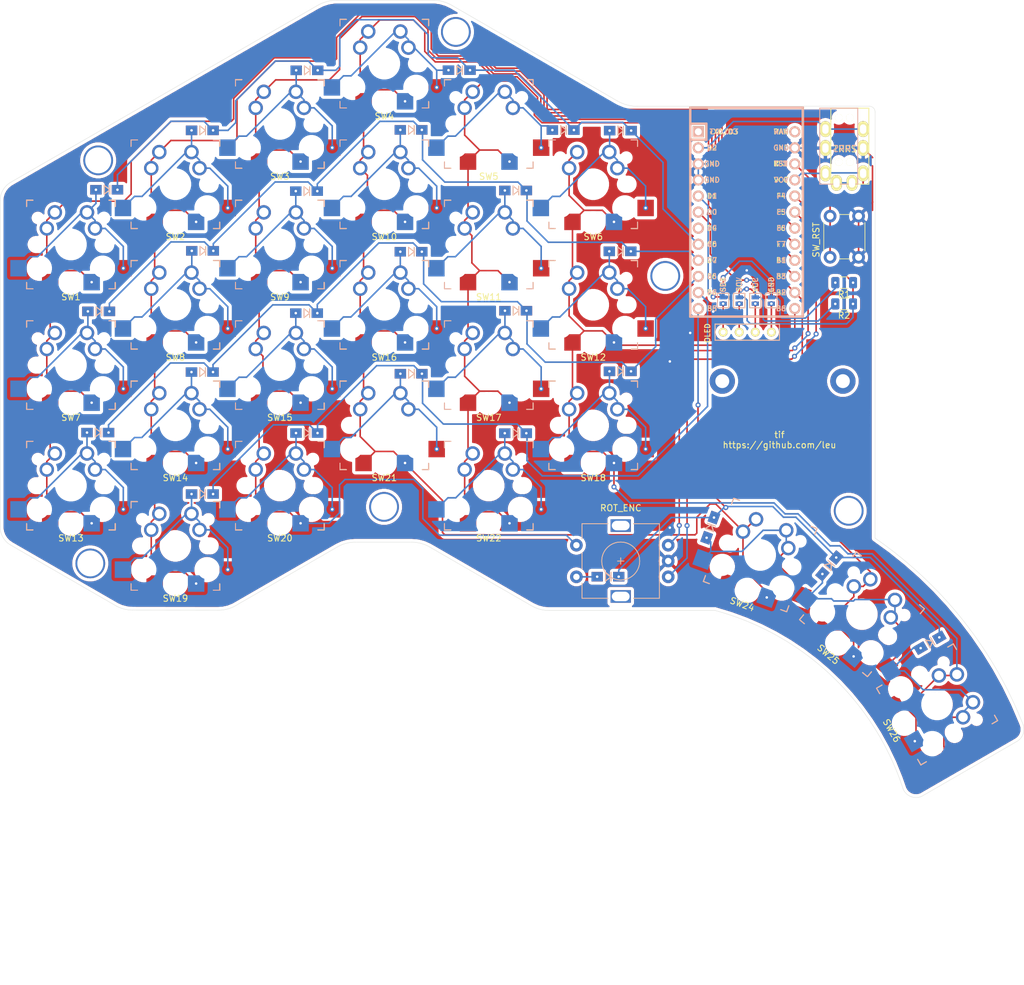
<source format=kicad_pcb>
(kicad_pcb (version 20171130) (host pcbnew 5.1.10-88a1d61d58~90~ubuntu20.04.1)
  (layers (0 F.Cu signal hide) (31 B.Cu signal hide) (34 B.Paste user) (35 F.Paste user) (36 B.SilkS user) (37 F.SilkS user) (38 B.Mask user) (39 F.Mask user) (44 Edge.Cuts user))
  (net 0 "")
  (net 1 "Net-(D1-Pad2)")
  (net 2 ROW0)
  (net 3 "Net-(D2-Pad2)")
  (net 4 "Net-(D3-Pad2)")
  (net 5 "Net-(D4-Pad2)")
  (net 6 "Net-(D5-Pad2)")
  (net 7 "Net-(D6-Pad2)")
  (net 8 "Net-(D7-Pad2)")
  (net 9 ROW1)
  (net 10 "Net-(D8-Pad2)")
  (net 11 "Net-(D9-Pad2)")
  (net 12 "Net-(D10-Pad2)")
  (net 13 "Net-(D11-Pad2)")
  (net 14 "Net-(D12-Pad2)")
  (net 15 "Net-(D13-Pad2)")
  (net 16 ROW2)
  (net 17 "Net-(D14-Pad2)")
  (net 18 "Net-(D15-Pad2)")
  (net 19 "Net-(D16-Pad2)")
  (net 20 "Net-(D17-Pad2)")
  (net 21 "Net-(D18-Pad2)")
  (net 22 "Net-(D19-Pad2)")
  (net 23 ROW3)
  (net 24 "Net-(D20-Pad2)")
  (net 25 "Net-(D21-Pad2)")
  (net 26 "Net-(D22-Pad2)")
  (net 27 ROW4)
  (net 28 "Net-(D24-Pad2)")
  (net 29 "Net-(D25-Pad2)")
  (net 30 "Net-(J3-Pad4)")
  (net 31 "Net-(J3-Pad3)")
  (net 32 "Net-(J3-Pad2)")
  (net 33 "Net-(J3-Pad1)")
  (net 34 GND)
  (net 35 VCC)
  (net 36 SCL)
  (net 37 SDA)
  (net 38 RESET)
  (net 39 COL3)
  (net 40 ENCB)
  (net 41 ENCA)
  (net 42 COL4)
  (net 43 COL5)
  (net 44 COL0)
  (net 45 COL1)
  (net 46 COL2)
  (net 47 "Net-(U1-Pad24)")
  (net 48 "Net-(U1-Pad7)")
  (net 49 DATA)
  (net 50 "Net-(U1-Pad1)")
  (net 51 "Net-(J2-PadA)")
  (net 52 SW23B)
  (net 53 "Net-(D26-Pad2)")
  (module SofleKeyboard-footprint:M2_HOLE_PCB (layer F.Cu) (at 198.12 97.79)
    (fp_text reference H8 hide)
    (fp_text value Hole)
    (pad "" thru_hole circle (at 0 0) (size 4 4) (drill 2.2) (layers *.Cu *.Mask Dwgs.User))
  )
  (module SofleKeyboard-footprint:M2_HOLE_PCB (layer F.Cu) (at 179.07 97.79)
    (fp_text reference H7 hide)
    (fp_text value Hole)
    (pad "" thru_hole circle (at 0 0) (size 4 4) (drill 2.2) (layers *.Cu *.Mask Dwgs.User))
  )
  (module kbd:MJ-4PP-9 (layer F.Cu) (at 199.2122 54.6608)
    (fp_text reference J2)
    (fp_text value MJ-4PP-9 hide)
    (fp_text user TRRS (at -0.75 6.45) (layer F.SilkS))
    (fp_text user TRRS (at -0.8255 6.4135) (layer B.SilkS) (effects (justify mirror)))
    (pad A thru_hole oval (at -2.1 11.8) (size 1.7 2.5) (drill oval 1 1.5) (layers *.Cu *.Mask F.SilkS) (net 51 "Net-(J2-PadA)") (clearance 0.15))
    (pad D thru_hole oval (at 2.1 10.3) (size 1.7 2.5) (drill oval 1 1.5) (layers *.Cu *.Mask F.SilkS) (net 35 VCC) (clearance 0.15))
    (pad C thru_hole oval (at 2.1 6.3) (size 1.7 2.5) (drill oval 1 1.5) (layers *.Cu *.Mask F.SilkS) (net 34 GND))
    (pad B thru_hole oval (at 2.1 3.3) (size 1.7 2.5) (drill oval 1 1.5) (layers *.Cu *.Mask F.SilkS) (net 49 DATA))
    (pad "" np_thru_hole circle (at 0 8.5) (size 1.2 1.2) (drill 1.2) (layers *.Cu *.Mask F.SilkS))
    (pad "" np_thru_hole circle (at 0 1.5) (size 1.2 1.2) (drill 1.2) (layers *.Cu *.Mask F.SilkS))
    (pad C thru_hole oval (at -3.85 6.3) (size 1.7 2.5) (drill oval 1 1.5) (layers *.Cu *.Mask F.SilkS) (net 34 GND))
    (pad B thru_hole oval (at -3.85 3.3) (size 1.7 2.5) (drill oval 1 1.5) (layers *.Cu *.Mask F.SilkS) (net 49 DATA))
    (pad A thru_hole oval (at 0.35 11.8) (size 1.7 2.5) (drill oval 1 1.5) (layers *.Cu *.Mask F.SilkS) (net 51 "Net-(J2-PadA)") (clearance 0.15))
    (pad D thru_hole oval (at -3.85 10.3) (size 1.7 2.5) (drill oval 1 1.5) (layers *.Cu *.Mask F.SilkS) (net 35 VCC) (clearance 0.15))
    (pad "" np_thru_hole circle (at -1.75 1.5) (size 1.2 1.2) (drill 1.2) (layers *.Cu *.Mask F.SilkS))
    (pad "" np_thru_hole circle (at -1.75 8.5) (size 1.2 1.2) (drill 1.2) (layers *.Cu *.Mask F.SilkS))
  )
  (module Keebio-Parts:ArduinoProMicro (layer F.Cu) (at 182.9054 72.3519 270)
    (fp_text reference U1 hide)
    (fp_text value ProMicro hide)
    (fp_text user ST (at -8.91 -5.04) (layer B.SilkS) (effects (font (size 0.8 0.8)) (justify mirror)))
    (fp_text user TX0/D3 (at -13.97 3.571872) (layer F.SilkS) (effects (font (size 0.8 0.8))))
    (fp_text user TX0/D3 (at -13.97 3.571872) (layer B.SilkS) (effects (font (size 0.8 0.8)) (justify mirror)))
    (fp_text user D2 (at -11.43 5.461) (layer F.SilkS) (effects (font (size 0.8 0.8))))
    (fp_text user D0 (at -1.27 5.461) (layer F.SilkS) (effects (font (size 0.8 0.8))))
    (fp_text user D1 (at -3.81 5.461) (layer F.SilkS) (effects (font (size 0.8 0.8))))
    (fp_text user GND (at -6.35 5.461) (layer F.SilkS) (effects (font (size 0.8 0.8))))
    (fp_text user GND (at -8.89 5.461) (layer F.SilkS) (effects (font (size 0.8 0.8))))
    (fp_text user D4 (at 1.27 5.461) (layer F.SilkS) (effects (font (size 0.8 0.8))))
    (fp_text user C6 (at 3.81 5.461) (layer F.SilkS) (effects (font (size 0.8 0.8))))
    (fp_text user D7 (at 6.35 5.461) (layer F.SilkS) (effects (font (size 0.8 0.8))))
    (fp_text user E6 (at 8.89 5.461) (layer F.SilkS) (effects (font (size 0.8 0.8))))
    (fp_text user B4 (at 11.43 5.461) (layer F.SilkS) (effects (font (size 0.8 0.8))))
    (fp_text user B5 (at 13.97 5.461) (layer F.SilkS) (effects (font (size 0.8 0.8))))
    (fp_text user B6 (at 13.97 -5.461) (layer F.SilkS) (effects (font (size 0.8 0.8))))
    (fp_text user B2 (at 11.43 -5.461) (layer B.SilkS) (effects (font (size 0.8 0.8)) (justify mirror)))
    (fp_text user B3 (at 8.89 -5.461) (layer F.SilkS) (effects (font (size 0.8 0.8))))
    (fp_text user B1 (at 6.35 -5.461) (layer F.SilkS) (effects (font (size 0.8 0.8))))
    (fp_text user F7 (at 3.81 -5.461) (layer B.SilkS) (effects (font (size 0.8 0.8)) (justify mirror)))
    (fp_text user F6 (at 1.27 -5.461) (layer B.SilkS) (effects (font (size 0.8 0.8)) (justify mirror)))
    (fp_text user F5 (at -1.27 -5.461) (layer B.SilkS) (effects (font (size 0.8 0.8)) (justify mirror)))
    (fp_text user F4 (at -3.81 -5.461) (layer F.SilkS) (effects (font (size 0.8 0.8))))
    (fp_text user VCC (at -6.35 -5.461) (layer F.SilkS) (effects (font (size 0.8 0.8))))
    (fp_text user ST (at -8.92 -5.73312) (layer F.SilkS) (effects (font (size 0.8 0.8))))
    (fp_text user GND (at -11.43 -5.461) (layer F.SilkS) (effects (font (size 0.8 0.8))))
    (fp_text user RAW (at -13.97 -5.461) (layer F.SilkS) (effects (font (size 0.8 0.8))))
    (fp_text user RAW (at -13.97 -5.461) (layer B.SilkS) (effects (font (size 0.8 0.8)) (justify mirror)))
    (fp_text user GND (at -11.43 -5.461) (layer B.SilkS) (effects (font (size 0.8 0.8)) (justify mirror)))
    (fp_text user VCC (at -6.35 -5.461) (layer B.SilkS) (effects (font (size 0.8 0.8)) (justify mirror)))
    (fp_text user F4 (at -3.81 -5.461) (layer B.SilkS) (effects (font (size 0.8 0.8)) (justify mirror)))
    (fp_text user F5 (at -1.27 -5.461) (layer F.SilkS) (effects (font (size 0.8 0.8))))
    (fp_text user F6 (at 1.27 -5.461) (layer F.SilkS) (effects (font (size 0.8 0.8))))
    (fp_text user F7 (at 3.81 -5.461) (layer F.SilkS) (effects (font (size 0.8 0.8))))
    (fp_text user B1 (at 6.35 -5.461) (layer B.SilkS) (effects (font (size 0.8 0.8)) (justify mirror)))
    (fp_text user B3 (at 8.89 -5.461) (layer B.SilkS) (effects (font (size 0.8 0.8)) (justify mirror)))
    (fp_text user B2 (at 11.43 -5.461) (layer F.SilkS) (effects (font (size 0.8 0.8))))
    (fp_text user B6 (at 13.97 -5.461) (layer B.SilkS) (effects (font (size 0.8 0.8)) (justify mirror)))
    (fp_text user B5 (at 13.97 5.461) (layer B.SilkS) (effects (font (size 0.8 0.8)) (justify mirror)))
    (fp_text user B4 (at 11.43 5.461) (layer B.SilkS) (effects (font (size 0.8 0.8)) (justify mirror)))
    (fp_text user E6 (at 8.89 5.461) (layer B.SilkS) (effects (font (size 0.8 0.8)) (justify mirror)))
    (fp_text user D7 (at 6.35 5.461) (layer B.SilkS) (effects (font (size 0.8 0.8)) (justify mirror)))
    (fp_text user C6 (at 3.81 5.461) (layer B.SilkS) (effects (font (size 0.8 0.8)) (justify mirror)))
    (fp_text user D4 (at 1.27 5.461) (layer B.SilkS) (effects (font (size 0.8 0.8)) (justify mirror)))
    (fp_text user GND (at -8.89 5.461) (layer B.SilkS) (effects (font (size 0.8 0.8)) (justify mirror)))
    (fp_text user GND (at -6.35 5.461) (layer B.SilkS) (effects (font (size 0.8 0.8)) (justify mirror)))
    (fp_text user D1 (at -3.81 5.461) (layer B.SilkS) (effects (font (size 0.8 0.8)) (justify mirror)))
    (fp_text user D0 (at -1.27 5.461) (layer B.SilkS) (effects (font (size 0.8 0.8)) (justify mirror)))
    (fp_text user D2 (at -11.43 5.461) (layer B.SilkS) (effects (font (size 0.8 0.8)) (justify mirror)))
    (pad 24 thru_hole circle (at -13.97 -7.62 270) (size 1.7526 1.7526) (drill 1.0922) (layers *.Cu *.SilkS *.Mask) (net 47 "Net-(U1-Pad24)"))
    (pad 12 thru_hole circle (at 13.97 7.62 270) (size 1.7526 1.7526) (drill 1.0922) (layers *.Cu *.SilkS *.Mask) (net 27 ROW4))
    (pad 23 thru_hole circle (at -11.43 -7.62 270) (size 1.7526 1.7526) (drill 1.0922) (layers *.Cu *.SilkS *.Mask) (net 34 GND))
    (pad 22 thru_hole circle (at -8.89 -7.62 270) (size 1.7526 1.7526) (drill 1.0922) (layers *.Cu *.SilkS *.Mask) (net 38 RESET))
    (pad 21 thru_hole circle (at -6.35 -7.62 270) (size 1.7526 1.7526) (drill 1.0922) (layers *.Cu *.SilkS *.Mask) (net 35 VCC))
    (pad 20 thru_hole circle (at -3.81 -7.62 270) (size 1.7526 1.7526) (drill 1.0922) (layers *.Cu *.SilkS *.Mask) (net 41 ENCA))
    (pad 19 thru_hole circle (at -1.27 -7.62 270) (size 1.7526 1.7526) (drill 1.0922) (layers *.Cu *.SilkS *.Mask) (net 40 ENCB))
    (pad 18 thru_hole circle (at 1.27 -7.62 270) (size 1.7526 1.7526) (drill 1.0922) (layers *.Cu *.SilkS *.Mask) (net 44 COL0))
    (pad 17 thru_hole circle (at 3.81 -7.62 270) (size 1.7526 1.7526) (drill 1.0922) (layers *.Cu *.SilkS *.Mask) (net 45 COL1))
    (pad 16 thru_hole circle (at 6.35 -7.62 270) (size 1.7526 1.7526) (drill 1.0922) (layers *.Cu *.SilkS *.Mask) (net 46 COL2))
    (pad 15 thru_hole circle (at 8.89 -7.62 270) (size 1.7526 1.7526) (drill 1.0922) (layers *.Cu *.SilkS *.Mask) (net 39 COL3))
    (pad 14 thru_hole circle (at 11.43 -7.62 270) (size 1.7526 1.7526) (drill 1.0922) (layers *.Cu *.SilkS *.Mask) (net 42 COL4))
    (pad 13 thru_hole circle (at 13.97 -7.62 270) (size 1.7526 1.7526) (drill 1.0922) (layers *.Cu *.SilkS *.Mask) (net 43 COL5))
    (pad 11 thru_hole circle (at 11.43 7.62 270) (size 1.7526 1.7526) (drill 1.0922) (layers *.Cu *.SilkS *.Mask) (net 23 ROW3))
    (pad 10 thru_hole circle (at 8.89 7.62 270) (size 1.7526 1.7526) (drill 1.0922) (layers *.Cu *.SilkS *.Mask) (net 16 ROW2))
    (pad 9 thru_hole circle (at 6.35 7.62 270) (size 1.7526 1.7526) (drill 1.0922) (layers *.Cu *.SilkS *.Mask) (net 9 ROW1))
    (pad 8 thru_hole circle (at 3.81 7.62 270) (size 1.7526 1.7526) (drill 1.0922) (layers *.Cu *.SilkS *.Mask) (net 2 ROW0))
    (pad 7 thru_hole circle (at 1.27 7.62 270) (size 1.7526 1.7526) (drill 1.0922) (layers *.Cu *.SilkS *.Mask) (net 48 "Net-(U1-Pad7)"))
    (pad 6 thru_hole circle (at -1.27 7.62 270) (size 1.7526 1.7526) (drill 1.0922) (layers *.Cu *.SilkS *.Mask) (net 36 SCL))
    (pad 5 thru_hole circle (at -3.81 7.62 270) (size 1.7526 1.7526) (drill 1.0922) (layers *.Cu *.SilkS *.Mask) (net 37 SDA))
    (pad 4 thru_hole circle (at -6.35 7.62 270) (size 1.7526 1.7526) (drill 1.0922) (layers *.Cu *.SilkS *.Mask) (net 34 GND))
    (pad 3 thru_hole circle (at -8.89 7.62 270) (size 1.7526 1.7526) (drill 1.0922) (layers *.Cu *.SilkS *.Mask) (net 34 GND))
    (pad 2 thru_hole circle (at -11.43 7.62 270) (size 1.7526 1.7526) (drill 1.0922) (layers *.Cu *.SilkS *.Mask) (net 49 DATA))
    (pad 1 thru_hole rect (at -13.97 7.62 270) (size 1.7526 1.7526) (drill 1.0922) (layers *.Cu *.SilkS *.Mask) (net 50 "Net-(U1-Pad1)"))
  )
  (module keyswitches:PG1350_socket_reversible (layer F.Cu) (at 109.195084 76.2)
    (fp_text reference SW9B1 hide)
    (fp_text value SW_PUSH)
    (pad "" np_thru_hole circle (at -5.5 0) (size 1.7018 1.7018) (drill 1.7018) (layers *.Cu *.Mask))
    (pad "" np_thru_hole circle (at 5.5 0) (size 1.7018 1.7018) (drill 1.7018) (layers *.Cu *.Mask))
    (pad 1 smd rect (at -3.275 5.95) (size 2.6 2.6) (layers F.Cu F.Paste F.Mask) (net 46 COL2))
    (pad "" np_thru_hole circle (at 5 3.75) (size 3 3) (drill 3) (layers *.Cu *.Mask))
    (pad "" np_thru_hole circle (at 0 0) (size 3.429 3.429) (drill 3.429) (layers *.Cu *.Mask))
    (pad "" np_thru_hole circle (at 0 5.95) (size 3 3) (drill 3) (layers *.Cu *.Mask))
    (pad 2 smd rect (at 8.275 3.75) (size 2.6 2.6) (layers F.Cu F.Paste F.Mask) (net 11 "Net-(D9-Pad2)"))
    (pad "" np_thru_hole circle (at -5 3.75) (size 3 3) (drill 3) (layers *.Cu *.Mask))
    (pad 1 smd rect (at 3.275 5.95) (size 2.6 2.6) (layers B.Cu B.Paste B.Mask) (net 46 COL2))
    (pad 2 smd rect (at -8.275 3.75) (size 2.6 2.6) (layers B.Cu B.Paste B.Mask) (net 11 "Net-(D9-Pad2)"))
    (pad "" np_thru_hole circle (at -5.22 -4.2) (size 0.9906 0.9906) (drill 0.9906) (layers *.Cu *.Mask))
    (pad "" np_thru_hole circle (at 5.22 -4.2) (size 0.9906 0.9906) (drill 0.9906) (layers *.Cu *.Mask))
  )
  (module keyswitches:MX_reversible (layer F.Cu) (at 109.195084 76.2)
    (fp_text reference SW9 (at 0 8.3) (layer F.SilkS))
    (fp_text value SW_PUSH)
    (pad "" np_thru_hole circle (at -5.08 0) (size 1.7018 1.7018) (drill 1.7018) (layers *.Cu *.Mask))
    (pad "" np_thru_hole circle (at 5.08 0) (size 1.7018 1.7018) (drill 1.7018) (layers *.Cu *.Mask))
    (pad 1 thru_hole circle (at -3.81 -2.54) (size 2.286 2.286) (drill 1.4986) (layers *.Cu *.Mask) (net 46 COL2))
    (pad "" np_thru_hole circle (at 0 0) (size 3.9878 3.9878) (drill 3.9878) (layers *.Cu *.Mask))
    (pad 2 thru_hole circle (at 2.54 -5.08) (size 2.286 2.286) (drill 1.4986) (layers *.Cu *.Mask) (net 11 "Net-(D9-Pad2)"))
    (pad 1 thru_hole circle (at -2.54 -5.08) (size 2.286 2.286) (drill 1.4986) (layers *.Cu *.Mask) (net 46 COL2))
    (pad 2 thru_hole circle (at 3.81 -2.54) (size 2.286 2.286) (drill 1.4986) (layers *.Cu *.Mask) (net 11 "Net-(D9-Pad2)"))
  )
  (module keyswitches:PG1350_socket_reversible (layer F.Cu) (at 92.697784 85.725)
    (fp_text reference SW8B1 hide)
    (fp_text value SW_PUSH)
    (pad "" np_thru_hole circle (at -5.5 0) (size 1.7018 1.7018) (drill 1.7018) (layers *.Cu *.Mask))
    (pad "" np_thru_hole circle (at 5.5 0) (size 1.7018 1.7018) (drill 1.7018) (layers *.Cu *.Mask))
    (pad 1 smd rect (at -3.275 5.95) (size 2.6 2.6) (layers F.Cu F.Paste F.Mask) (net 45 COL1))
    (pad "" np_thru_hole circle (at 5 3.75) (size 3 3) (drill 3) (layers *.Cu *.Mask))
    (pad "" np_thru_hole circle (at 0 0) (size 3.429 3.429) (drill 3.429) (layers *.Cu *.Mask))
    (pad "" np_thru_hole circle (at 0 5.95) (size 3 3) (drill 3) (layers *.Cu *.Mask))
    (pad 2 smd rect (at 8.275 3.75) (size 2.6 2.6) (layers F.Cu F.Paste F.Mask) (net 10 "Net-(D8-Pad2)"))
    (pad "" np_thru_hole circle (at -5 3.75) (size 3 3) (drill 3) (layers *.Cu *.Mask))
    (pad 1 smd rect (at 3.275 5.95) (size 2.6 2.6) (layers B.Cu B.Paste B.Mask) (net 45 COL1))
    (pad 2 smd rect (at -8.275 3.75) (size 2.6 2.6) (layers B.Cu B.Paste B.Mask) (net 10 "Net-(D8-Pad2)"))
    (pad "" np_thru_hole circle (at -5.22 -4.2) (size 0.9906 0.9906) (drill 0.9906) (layers *.Cu *.Mask))
    (pad "" np_thru_hole circle (at 5.22 -4.2) (size 0.9906 0.9906) (drill 0.9906) (layers *.Cu *.Mask))
  )
  (module keyswitches:MX_reversible (layer F.Cu) (at 92.697784 85.725)
    (fp_text reference SW8 (at 0 8.3) (layer F.SilkS))
    (fp_text value SW_PUSH)
    (pad "" np_thru_hole circle (at -5.08 0) (size 1.7018 1.7018) (drill 1.7018) (layers *.Cu *.Mask))
    (pad "" np_thru_hole circle (at 5.08 0) (size 1.7018 1.7018) (drill 1.7018) (layers *.Cu *.Mask))
    (pad 1 thru_hole circle (at -3.81 -2.54) (size 2.286 2.286) (drill 1.4986) (layers *.Cu *.Mask) (net 45 COL1))
    (pad "" np_thru_hole circle (at 0 0) (size 3.9878 3.9878) (drill 3.9878) (layers *.Cu *.Mask))
    (pad 2 thru_hole circle (at 2.54 -5.08) (size 2.286 2.286) (drill 1.4986) (layers *.Cu *.Mask) (net 10 "Net-(D8-Pad2)"))
    (pad 1 thru_hole circle (at -2.54 -5.08) (size 2.286 2.286) (drill 1.4986) (layers *.Cu *.Mask) (net 45 COL1))
    (pad 2 thru_hole circle (at 3.81 -2.54) (size 2.286 2.286) (drill 1.4986) (layers *.Cu *.Mask) (net 10 "Net-(D8-Pad2)"))
  )
  (module keyswitches:PG1350_socket_reversible (layer F.Cu) (at 76.2 95.25)
    (fp_text reference SW7B1 hide)
    (fp_text value SW_PUSH)
    (pad "" np_thru_hole circle (at -5.5 0) (size 1.7018 1.7018) (drill 1.7018) (layers *.Cu *.Mask))
    (pad "" np_thru_hole circle (at 5.5 0) (size 1.7018 1.7018) (drill 1.7018) (layers *.Cu *.Mask))
    (pad 1 smd rect (at -3.275 5.95) (size 2.6 2.6) (layers F.Cu F.Paste F.Mask) (net 44 COL0))
    (pad "" np_thru_hole circle (at 5 3.75) (size 3 3) (drill 3) (layers *.Cu *.Mask))
    (pad "" np_thru_hole circle (at 0 0) (size 3.429 3.429) (drill 3.429) (layers *.Cu *.Mask))
    (pad "" np_thru_hole circle (at 0 5.95) (size 3 3) (drill 3) (layers *.Cu *.Mask))
    (pad 2 smd rect (at 8.275 3.75) (size 2.6 2.6) (layers F.Cu F.Paste F.Mask) (net 8 "Net-(D7-Pad2)"))
    (pad "" np_thru_hole circle (at -5 3.75) (size 3 3) (drill 3) (layers *.Cu *.Mask))
    (pad 1 smd rect (at 3.275 5.95) (size 2.6 2.6) (layers B.Cu B.Paste B.Mask) (net 44 COL0))
    (pad 2 smd rect (at -8.275 3.75) (size 2.6 2.6) (layers B.Cu B.Paste B.Mask) (net 8 "Net-(D7-Pad2)"))
    (pad "" np_thru_hole circle (at -5.22 -4.2) (size 0.9906 0.9906) (drill 0.9906) (layers *.Cu *.Mask))
    (pad "" np_thru_hole circle (at 5.22 -4.2) (size 0.9906 0.9906) (drill 0.9906) (layers *.Cu *.Mask))
  )
  (module keyswitches:MX_reversible (layer F.Cu) (at 76.2 95.25)
    (fp_text reference SW7 (at 0 8.3) (layer F.SilkS))
    (fp_text value SW_PUSH)
    (pad "" np_thru_hole circle (at -5.08 0) (size 1.7018 1.7018) (drill 1.7018) (layers *.Cu *.Mask))
    (pad "" np_thru_hole circle (at 5.08 0) (size 1.7018 1.7018) (drill 1.7018) (layers *.Cu *.Mask))
    (pad 1 thru_hole circle (at -3.81 -2.54) (size 2.286 2.286) (drill 1.4986) (layers *.Cu *.Mask) (net 44 COL0))
    (pad "" np_thru_hole circle (at 0 0) (size 3.9878 3.9878) (drill 3.9878) (layers *.Cu *.Mask))
    (pad 2 thru_hole circle (at 2.54 -5.08) (size 2.286 2.286) (drill 1.4986) (layers *.Cu *.Mask) (net 8 "Net-(D7-Pad2)"))
    (pad 1 thru_hole circle (at -2.54 -5.08) (size 2.286 2.286) (drill 1.4986) (layers *.Cu *.Mask) (net 44 COL0))
    (pad 2 thru_hole circle (at 3.81 -2.54) (size 2.286 2.286) (drill 1.4986) (layers *.Cu *.Mask) (net 8 "Net-(D7-Pad2)"))
  )
  (module keyswitches:PG1350_socket_reversible (layer F.Cu) (at 158.68892 66.675)
    (fp_text reference SW6B1 hide)
    (fp_text value SW_PUSH)
    (pad "" np_thru_hole circle (at -5.5 0) (size 1.7018 1.7018) (drill 1.7018) (layers *.Cu *.Mask))
    (pad "" np_thru_hole circle (at 5.5 0) (size 1.7018 1.7018) (drill 1.7018) (layers *.Cu *.Mask))
    (pad 1 smd rect (at -3.275 5.95) (size 2.6 2.6) (layers F.Cu F.Paste F.Mask) (net 43 COL5))
    (pad "" np_thru_hole circle (at 5 3.75) (size 3 3) (drill 3) (layers *.Cu *.Mask))
    (pad "" np_thru_hole circle (at 0 0) (size 3.429 3.429) (drill 3.429) (layers *.Cu *.Mask))
    (pad "" np_thru_hole circle (at 0 5.95) (size 3 3) (drill 3) (layers *.Cu *.Mask))
    (pad 2 smd rect (at 8.275 3.75) (size 2.6 2.6) (layers F.Cu F.Paste F.Mask) (net 7 "Net-(D6-Pad2)"))
    (pad "" np_thru_hole circle (at -5 3.75) (size 3 3) (drill 3) (layers *.Cu *.Mask))
    (pad 1 smd rect (at 3.275 5.95) (size 2.6 2.6) (layers B.Cu B.Paste B.Mask) (net 43 COL5))
    (pad 2 smd rect (at -8.275 3.75) (size 2.6 2.6) (layers B.Cu B.Paste B.Mask) (net 7 "Net-(D6-Pad2)"))
    (pad "" np_thru_hole circle (at -5.22 -4.2) (size 0.9906 0.9906) (drill 0.9906) (layers *.Cu *.Mask))
    (pad "" np_thru_hole circle (at 5.22 -4.2) (size 0.9906 0.9906) (drill 0.9906) (layers *.Cu *.Mask))
  )
  (module keyswitches:MX_reversible (layer F.Cu) (at 158.68892 66.675)
    (fp_text reference SW6 (at 0 8.3) (layer F.SilkS))
    (fp_text value SW_PUSH)
    (pad "" np_thru_hole circle (at -5.08 0) (size 1.7018 1.7018) (drill 1.7018) (layers *.Cu *.Mask))
    (pad "" np_thru_hole circle (at 5.08 0) (size 1.7018 1.7018) (drill 1.7018) (layers *.Cu *.Mask))
    (pad 1 thru_hole circle (at -3.81 -2.54) (size 2.286 2.286) (drill 1.4986) (layers *.Cu *.Mask) (net 43 COL5))
    (pad "" np_thru_hole circle (at 0 0) (size 3.9878 3.9878) (drill 3.9878) (layers *.Cu *.Mask))
    (pad 2 thru_hole circle (at 2.54 -5.08) (size 2.286 2.286) (drill 1.4986) (layers *.Cu *.Mask) (net 7 "Net-(D6-Pad2)"))
    (pad 1 thru_hole circle (at -2.54 -5.08) (size 2.286 2.286) (drill 1.4986) (layers *.Cu *.Mask) (net 43 COL5))
    (pad 2 thru_hole circle (at 3.81 -2.54) (size 2.286 2.286) (drill 1.4986) (layers *.Cu *.Mask) (net 7 "Net-(D6-Pad2)"))
  )
  (module keyswitches:PG1350_socket_reversible (layer F.Cu) (at 142.191136 57.15)
    (fp_text reference SW5B1 hide)
    (fp_text value SW_PUSH)
    (pad "" np_thru_hole circle (at -5.5 0) (size 1.7018 1.7018) (drill 1.7018) (layers *.Cu *.Mask))
    (pad "" np_thru_hole circle (at 5.5 0) (size 1.7018 1.7018) (drill 1.7018) (layers *.Cu *.Mask))
    (pad 1 smd rect (at -3.275 5.95) (size 2.6 2.6) (layers F.Cu F.Paste F.Mask) (net 42 COL4))
    (pad "" np_thru_hole circle (at 5 3.75) (size 3 3) (drill 3) (layers *.Cu *.Mask))
    (pad "" np_thru_hole circle (at 0 0) (size 3.429 3.429) (drill 3.429) (layers *.Cu *.Mask))
    (pad "" np_thru_hole circle (at 0 5.95) (size 3 3) (drill 3) (layers *.Cu *.Mask))
    (pad 2 smd rect (at 8.275 3.75) (size 2.6 2.6) (layers F.Cu F.Paste F.Mask) (net 6 "Net-(D5-Pad2)"))
    (pad "" np_thru_hole circle (at -5 3.75) (size 3 3) (drill 3) (layers *.Cu *.Mask))
    (pad 1 smd rect (at 3.275 5.95) (size 2.6 2.6) (layers B.Cu B.Paste B.Mask) (net 42 COL4))
    (pad 2 smd rect (at -8.275 3.75) (size 2.6 2.6) (layers B.Cu B.Paste B.Mask) (net 6 "Net-(D5-Pad2)"))
    (pad "" np_thru_hole circle (at -5.22 -4.2) (size 0.9906 0.9906) (drill 0.9906) (layers *.Cu *.Mask))
    (pad "" np_thru_hole circle (at 5.22 -4.2) (size 0.9906 0.9906) (drill 0.9906) (layers *.Cu *.Mask))
  )
  (module keyswitches:MX_reversible (layer F.Cu) (at 142.191136 57.15)
    (fp_text reference SW5 (at 0 8.3) (layer F.SilkS))
    (fp_text value SW_PUSH)
    (pad "" np_thru_hole circle (at -5.08 0) (size 1.7018 1.7018) (drill 1.7018) (layers *.Cu *.Mask))
    (pad "" np_thru_hole circle (at 5.08 0) (size 1.7018 1.7018) (drill 1.7018) (layers *.Cu *.Mask))
    (pad 1 thru_hole circle (at -3.81 -2.54) (size 2.286 2.286) (drill 1.4986) (layers *.Cu *.Mask) (net 42 COL4))
    (pad "" np_thru_hole circle (at 0 0) (size 3.9878 3.9878) (drill 3.9878) (layers *.Cu *.Mask))
    (pad 2 thru_hole circle (at 2.54 -5.08) (size 2.286 2.286) (drill 1.4986) (layers *.Cu *.Mask) (net 6 "Net-(D5-Pad2)"))
    (pad 1 thru_hole circle (at -2.54 -5.08) (size 2.286 2.286) (drill 1.4986) (layers *.Cu *.Mask) (net 42 COL4))
    (pad 2 thru_hole circle (at 3.81 -2.54) (size 2.286 2.286) (drill 1.4986) (layers *.Cu *.Mask) (net 6 "Net-(D5-Pad2)"))
  )
  (module keyswitches:PG1350_socket_reversible (layer F.Cu) (at 125.693352 47.625)
    (fp_text reference SW4B1 hide)
    (fp_text value SW_PUSH)
    (pad "" np_thru_hole circle (at -5.5 0) (size 1.7018 1.7018) (drill 1.7018) (layers *.Cu *.Mask))
    (pad "" np_thru_hole circle (at 5.5 0) (size 1.7018 1.7018) (drill 1.7018) (layers *.Cu *.Mask))
    (pad 1 smd rect (at -3.275 5.95) (size 2.6 2.6) (layers F.Cu F.Paste F.Mask) (net 39 COL3))
    (pad "" np_thru_hole circle (at 5 3.75) (size 3 3) (drill 3) (layers *.Cu *.Mask))
    (pad "" np_thru_hole circle (at 0 0) (size 3.429 3.429) (drill 3.429) (layers *.Cu *.Mask))
    (pad "" np_thru_hole circle (at 0 5.95) (size 3 3) (drill 3) (layers *.Cu *.Mask))
    (pad 2 smd rect (at 8.275 3.75) (size 2.6 2.6) (layers F.Cu F.Paste F.Mask) (net 5 "Net-(D4-Pad2)"))
    (pad "" np_thru_hole circle (at -5 3.75) (size 3 3) (drill 3) (layers *.Cu *.Mask))
    (pad 1 smd rect (at 3.275 5.95) (size 2.6 2.6) (layers B.Cu B.Paste B.Mask) (net 39 COL3))
    (pad 2 smd rect (at -8.275 3.75) (size 2.6 2.6) (layers B.Cu B.Paste B.Mask) (net 5 "Net-(D4-Pad2)"))
    (pad "" np_thru_hole circle (at -5.22 -4.2) (size 0.9906 0.9906) (drill 0.9906) (layers *.Cu *.Mask))
    (pad "" np_thru_hole circle (at 5.22 -4.2) (size 0.9906 0.9906) (drill 0.9906) (layers *.Cu *.Mask))
  )
  (module keyswitches:MX_reversible (layer F.Cu) (at 125.693352 47.625)
    (fp_text reference SW4 (at 0 8.3) (layer F.SilkS))
    (fp_text value SW_PUSH)
    (pad "" np_thru_hole circle (at -5.08 0) (size 1.7018 1.7018) (drill 1.7018) (layers *.Cu *.Mask))
    (pad "" np_thru_hole circle (at 5.08 0) (size 1.7018 1.7018) (drill 1.7018) (layers *.Cu *.Mask))
    (pad 1 thru_hole circle (at -3.81 -2.54) (size 2.286 2.286) (drill 1.4986) (layers *.Cu *.Mask) (net 39 COL3))
    (pad "" np_thru_hole circle (at 0 0) (size 3.9878 3.9878) (drill 3.9878) (layers *.Cu *.Mask))
    (pad 2 thru_hole circle (at 2.54 -5.08) (size 2.286 2.286) (drill 1.4986) (layers *.Cu *.Mask) (net 5 "Net-(D4-Pad2)"))
    (pad 1 thru_hole circle (at -2.54 -5.08) (size 2.286 2.286) (drill 1.4986) (layers *.Cu *.Mask) (net 39 COL3))
    (pad 2 thru_hole circle (at 3.81 -2.54) (size 2.286 2.286) (drill 1.4986) (layers *.Cu *.Mask) (net 5 "Net-(D4-Pad2)"))
  )
  (module keyswitches:PG1350_socket_reversible (layer F.Cu) (at 109.195084 57.15)
    (fp_text reference SW3B1 hide)
    (fp_text value SW_PUSH)
    (pad "" np_thru_hole circle (at -5.5 0) (size 1.7018 1.7018) (drill 1.7018) (layers *.Cu *.Mask))
    (pad "" np_thru_hole circle (at 5.5 0) (size 1.7018 1.7018) (drill 1.7018) (layers *.Cu *.Mask))
    (pad 1 smd rect (at -3.275 5.95) (size 2.6 2.6) (layers F.Cu F.Paste F.Mask) (net 46 COL2))
    (pad "" np_thru_hole circle (at 5 3.75) (size 3 3) (drill 3) (layers *.Cu *.Mask))
    (pad "" np_thru_hole circle (at 0 0) (size 3.429 3.429) (drill 3.429) (layers *.Cu *.Mask))
    (pad "" np_thru_hole circle (at 0 5.95) (size 3 3) (drill 3) (layers *.Cu *.Mask))
    (pad 2 smd rect (at 8.275 3.75) (size 2.6 2.6) (layers F.Cu F.Paste F.Mask) (net 4 "Net-(D3-Pad2)"))
    (pad "" np_thru_hole circle (at -5 3.75) (size 3 3) (drill 3) (layers *.Cu *.Mask))
    (pad 1 smd rect (at 3.275 5.95) (size 2.6 2.6) (layers B.Cu B.Paste B.Mask) (net 46 COL2))
    (pad 2 smd rect (at -8.275 3.75) (size 2.6 2.6) (layers B.Cu B.Paste B.Mask) (net 4 "Net-(D3-Pad2)"))
    (pad "" np_thru_hole circle (at -5.22 -4.2) (size 0.9906 0.9906) (drill 0.9906) (layers *.Cu *.Mask))
    (pad "" np_thru_hole circle (at 5.22 -4.2) (size 0.9906 0.9906) (drill 0.9906) (layers *.Cu *.Mask))
  )
  (module keyswitches:MX_reversible (layer F.Cu) (at 109.195084 57.15)
    (fp_text reference SW3 (at 0 8.3) (layer F.SilkS))
    (fp_text value SW_PUSH)
    (pad "" np_thru_hole circle (at -5.08 0) (size 1.7018 1.7018) (drill 1.7018) (layers *.Cu *.Mask))
    (pad "" np_thru_hole circle (at 5.08 0) (size 1.7018 1.7018) (drill 1.7018) (layers *.Cu *.Mask))
    (pad 1 thru_hole circle (at -3.81 -2.54) (size 2.286 2.286) (drill 1.4986) (layers *.Cu *.Mask) (net 46 COL2))
    (pad "" np_thru_hole circle (at 0 0) (size 3.9878 3.9878) (drill 3.9878) (layers *.Cu *.Mask))
    (pad 2 thru_hole circle (at 2.54 -5.08) (size 2.286 2.286) (drill 1.4986) (layers *.Cu *.Mask) (net 4 "Net-(D3-Pad2)"))
    (pad 1 thru_hole circle (at -2.54 -5.08) (size 2.286 2.286) (drill 1.4986) (layers *.Cu *.Mask) (net 46 COL2))
    (pad 2 thru_hole circle (at 3.81 -2.54) (size 2.286 2.286) (drill 1.4986) (layers *.Cu *.Mask) (net 4 "Net-(D3-Pad2)"))
  )
  (module keyswitches:PG1350_socket_reversible (layer F.Cu) (at 92.697784 66.675)
    (fp_text reference SW2B1 hide)
    (fp_text value SW_PUSH)
    (pad "" np_thru_hole circle (at -5.5 0) (size 1.7018 1.7018) (drill 1.7018) (layers *.Cu *.Mask))
    (pad "" np_thru_hole circle (at 5.5 0) (size 1.7018 1.7018) (drill 1.7018) (layers *.Cu *.Mask))
    (pad 1 smd rect (at -3.275 5.95) (size 2.6 2.6) (layers F.Cu F.Paste F.Mask) (net 45 COL1))
    (pad "" np_thru_hole circle (at 5 3.75) (size 3 3) (drill 3) (layers *.Cu *.Mask))
    (pad "" np_thru_hole circle (at 0 0) (size 3.429 3.429) (drill 3.429) (layers *.Cu *.Mask))
    (pad "" np_thru_hole circle (at 0 5.95) (size 3 3) (drill 3) (layers *.Cu *.Mask))
    (pad 2 smd rect (at 8.275 3.75) (size 2.6 2.6) (layers F.Cu F.Paste F.Mask) (net 3 "Net-(D2-Pad2)"))
    (pad "" np_thru_hole circle (at -5 3.75) (size 3 3) (drill 3) (layers *.Cu *.Mask))
    (pad 1 smd rect (at 3.275 5.95) (size 2.6 2.6) (layers B.Cu B.Paste B.Mask) (net 45 COL1))
    (pad 2 smd rect (at -8.275 3.75) (size 2.6 2.6) (layers B.Cu B.Paste B.Mask) (net 3 "Net-(D2-Pad2)"))
    (pad "" np_thru_hole circle (at -5.22 -4.2) (size 0.9906 0.9906) (drill 0.9906) (layers *.Cu *.Mask))
    (pad "" np_thru_hole circle (at 5.22 -4.2) (size 0.9906 0.9906) (drill 0.9906) (layers *.Cu *.Mask))
  )
  (module keyswitches:MX_reversible (layer F.Cu) (at 92.697784 66.675)
    (fp_text reference SW2 (at 0 8.3) (layer F.SilkS))
    (fp_text value SW_PUSH)
    (pad "" np_thru_hole circle (at -5.08 0) (size 1.7018 1.7018) (drill 1.7018) (layers *.Cu *.Mask))
    (pad "" np_thru_hole circle (at 5.08 0) (size 1.7018 1.7018) (drill 1.7018) (layers *.Cu *.Mask))
    (pad 1 thru_hole circle (at -3.81 -2.54) (size 2.286 2.286) (drill 1.4986) (layers *.Cu *.Mask) (net 45 COL1))
    (pad "" np_thru_hole circle (at 0 0) (size 3.9878 3.9878) (drill 3.9878) (layers *.Cu *.Mask))
    (pad 2 thru_hole circle (at 2.54 -5.08) (size 2.286 2.286) (drill 1.4986) (layers *.Cu *.Mask) (net 3 "Net-(D2-Pad2)"))
    (pad 1 thru_hole circle (at -2.54 -5.08) (size 2.286 2.286) (drill 1.4986) (layers *.Cu *.Mask) (net 45 COL1))
    (pad 2 thru_hole circle (at 3.81 -2.54) (size 2.286 2.286) (drill 1.4986) (layers *.Cu *.Mask) (net 3 "Net-(D2-Pad2)"))
  )
  (module keyswitches:PG1350_socket_reversible (layer F.Cu) (at 212.9917 148.8694 300)
    (fp_text reference SW26B1 hide)
    (fp_text value SW_PUSH)
    (pad "" np_thru_hole circle (at -5.5 0 300) (size 1.7018 1.7018) (drill 1.7018) (layers *.Cu *.Mask))
    (pad "" np_thru_hole circle (at 5.5 0 300) (size 1.7018 1.7018) (drill 1.7018) (layers *.Cu *.Mask))
    (pad 1 smd rect (at -3.275 5.95 300) (size 2.6 2.6) (layers F.Cu F.Paste F.Mask) (net 43 COL5))
    (pad "" np_thru_hole circle (at 5 3.75 300) (size 3 3) (drill 3) (layers *.Cu *.Mask))
    (pad "" np_thru_hole circle (at 0 0 300) (size 3.429 3.429) (drill 3.429) (layers *.Cu *.Mask))
    (pad "" np_thru_hole circle (at 0 5.95 300) (size 3 3) (drill 3) (layers *.Cu *.Mask))
    (pad 2 smd rect (at 8.275 3.75 300) (size 2.6 2.6) (layers F.Cu F.Paste F.Mask) (net 53 "Net-(D26-Pad2)"))
    (pad "" np_thru_hole circle (at -5 3.75 300) (size 3 3) (drill 3) (layers *.Cu *.Mask))
    (pad 1 smd rect (at 3.275 5.95 300) (size 2.6 2.6) (layers B.Cu B.Paste B.Mask) (net 43 COL5))
    (pad 2 smd rect (at -8.275 3.75 300) (size 2.6 2.6) (layers B.Cu B.Paste B.Mask) (net 53 "Net-(D26-Pad2)"))
    (pad "" np_thru_hole circle (at -5.22 -4.2 300) (size 0.9906 0.9906) (drill 0.9906) (layers *.Cu *.Mask))
    (pad "" np_thru_hole circle (at 5.22 -4.2 300) (size 0.9906 0.9906) (drill 0.9906) (layers *.Cu *.Mask))
  )
  (module keyswitches:MX_reversible (layer F.Cu) (at 212.9917 148.8694 300)
    (fp_text reference SW26 (at 0 8.3 120) (layer F.SilkS))
    (fp_text value SW_PUSH)
    (pad "" np_thru_hole circle (at -5.08 0 300) (size 1.7018 1.7018) (drill 1.7018) (layers *.Cu *.Mask))
    (pad "" np_thru_hole circle (at 5.08 0 300) (size 1.7018 1.7018) (drill 1.7018) (layers *.Cu *.Mask))
    (pad 1 thru_hole circle (at -3.81 -2.54 300) (size 2.286 2.286) (drill 1.4986) (layers *.Cu *.Mask) (net 43 COL5))
    (pad "" np_thru_hole circle (at 0 0 300) (size 3.9878 3.9878) (drill 3.9878) (layers *.Cu *.Mask))
    (pad 2 thru_hole circle (at 2.54 -5.08 300) (size 2.286 2.286) (drill 1.4986) (layers *.Cu *.Mask) (net 53 "Net-(D26-Pad2)"))
    (pad 1 thru_hole circle (at -2.54 -5.08 300) (size 2.286 2.286) (drill 1.4986) (layers *.Cu *.Mask) (net 43 COL5))
    (pad 2 thru_hole circle (at 3.81 -2.54 300) (size 2.286 2.286) (drill 1.4986) (layers *.Cu *.Mask) (net 53 "Net-(D26-Pad2)"))
  )
  (module keyswitches:PG1350_socket_reversible (layer F.Cu) (at 201.1299 134.62 320)
    (fp_text reference SW25B1 hide)
    (fp_text value SW_PUSH)
    (pad "" np_thru_hole circle (at -5.5 0 320) (size 1.7018 1.7018) (drill 1.7018) (layers *.Cu *.Mask))
    (pad "" np_thru_hole circle (at 5.5 0 320) (size 1.7018 1.7018) (drill 1.7018) (layers *.Cu *.Mask))
    (pad 1 smd rect (at -3.275 5.95 320) (size 2.6 2.6) (layers F.Cu F.Paste F.Mask) (net 42 COL4))
    (pad "" np_thru_hole circle (at 5 3.75 320) (size 3 3) (drill 3) (layers *.Cu *.Mask))
    (pad "" np_thru_hole circle (at 0 0 320) (size 3.429 3.429) (drill 3.429) (layers *.Cu *.Mask))
    (pad "" np_thru_hole circle (at 0 5.95 320) (size 3 3) (drill 3) (layers *.Cu *.Mask))
    (pad 2 smd rect (at 8.275 3.75 320) (size 2.6 2.6) (layers F.Cu F.Paste F.Mask) (net 29 "Net-(D25-Pad2)"))
    (pad "" np_thru_hole circle (at -5 3.75 320) (size 3 3) (drill 3) (layers *.Cu *.Mask))
    (pad 1 smd rect (at 3.275 5.95 320) (size 2.6 2.6) (layers B.Cu B.Paste B.Mask) (net 42 COL4))
    (pad 2 smd rect (at -8.275 3.75 320) (size 2.6 2.6) (layers B.Cu B.Paste B.Mask) (net 29 "Net-(D25-Pad2)"))
    (pad "" np_thru_hole circle (at -5.22 -4.2 320) (size 0.9906 0.9906) (drill 0.9906) (layers *.Cu *.Mask))
    (pad "" np_thru_hole circle (at 5.22 -4.2 320) (size 0.9906 0.9906) (drill 0.9906) (layers *.Cu *.Mask))
  )
  (module keyswitches:MX_reversible (layer F.Cu) (at 201.1299 134.62 320)
    (fp_text reference SW25 (at 0 8.3 140) (layer F.SilkS))
    (fp_text value SW_PUSH)
    (pad "" np_thru_hole circle (at -5.08 0 320) (size 1.7018 1.7018) (drill 1.7018) (layers *.Cu *.Mask))
    (pad "" np_thru_hole circle (at 5.08 0 320) (size 1.7018 1.7018) (drill 1.7018) (layers *.Cu *.Mask))
    (pad 1 thru_hole circle (at -3.81 -2.54 320) (size 2.286 2.286) (drill 1.4986) (layers *.Cu *.Mask) (net 42 COL4))
    (pad "" np_thru_hole circle (at 0 0 320) (size 3.9878 3.9878) (drill 3.9878) (layers *.Cu *.Mask))
    (pad 2 thru_hole circle (at 2.54 -5.08 320) (size 2.286 2.286) (drill 1.4986) (layers *.Cu *.Mask) (net 29 "Net-(D25-Pad2)"))
    (pad 1 thru_hole circle (at -2.54 -5.08 320) (size 2.286 2.286) (drill 1.4986) (layers *.Cu *.Mask) (net 42 COL4))
    (pad 2 thru_hole circle (at 3.81 -2.54 320) (size 2.286 2.286) (drill 1.4986) (layers *.Cu *.Mask) (net 29 "Net-(D25-Pad2)"))
  )
  (module keyswitches:PG1350_socket_reversible (layer F.Cu) (at 185.0517 125.2601 340)
    (fp_text reference SW24B1 hide)
    (fp_text value SW_PUSH)
    (pad "" np_thru_hole circle (at -5.5 0 340) (size 1.7018 1.7018) (drill 1.7018) (layers *.Cu *.Mask))
    (pad "" np_thru_hole circle (at 5.5 0 340) (size 1.7018 1.7018) (drill 1.7018) (layers *.Cu *.Mask))
    (pad 1 smd rect (at -3.275 5.95 340) (size 2.6 2.6) (layers F.Cu F.Paste F.Mask) (net 39 COL3))
    (pad "" np_thru_hole circle (at 5 3.75 340) (size 3 3) (drill 3) (layers *.Cu *.Mask))
    (pad "" np_thru_hole circle (at 0 0 340) (size 3.429 3.429) (drill 3.429) (layers *.Cu *.Mask))
    (pad "" np_thru_hole circle (at 0 5.95 340) (size 3 3) (drill 3) (layers *.Cu *.Mask))
    (pad 2 smd rect (at 8.275 3.75 340) (size 2.6 2.6) (layers F.Cu F.Paste F.Mask) (net 28 "Net-(D24-Pad2)"))
    (pad "" np_thru_hole circle (at -5 3.75 340) (size 3 3) (drill 3) (layers *.Cu *.Mask))
    (pad 1 smd rect (at 3.275 5.95 340) (size 2.6 2.6) (layers B.Cu B.Paste B.Mask) (net 39 COL3))
    (pad 2 smd rect (at -8.275 3.75 340) (size 2.6 2.6) (layers B.Cu B.Paste B.Mask) (net 28 "Net-(D24-Pad2)"))
    (pad "" np_thru_hole circle (at -5.22 -4.2 340) (size 0.9906 0.9906) (drill 0.9906) (layers *.Cu *.Mask))
    (pad "" np_thru_hole circle (at 5.22 -4.2 340) (size 0.9906 0.9906) (drill 0.9906) (layers *.Cu *.Mask))
  )
  (module keyswitches:MX_reversible (layer F.Cu) (at 185.0517 125.2601 340)
    (fp_text reference SW24 (at 0 8.3 160) (layer F.SilkS))
    (fp_text value SW_PUSH)
    (pad "" np_thru_hole circle (at -5.08 0 340) (size 1.7018 1.7018) (drill 1.7018) (layers *.Cu *.Mask))
    (pad "" np_thru_hole circle (at 5.08 0 340) (size 1.7018 1.7018) (drill 1.7018) (layers *.Cu *.Mask))
    (pad 1 thru_hole circle (at -3.81 -2.54 340) (size 2.286 2.286) (drill 1.4986) (layers *.Cu *.Mask) (net 39 COL3))
    (pad "" np_thru_hole circle (at 0 0 340) (size 3.9878 3.9878) (drill 3.9878) (layers *.Cu *.Mask))
    (pad 2 thru_hole circle (at 2.54 -5.08 340) (size 2.286 2.286) (drill 1.4986) (layers *.Cu *.Mask) (net 28 "Net-(D24-Pad2)"))
    (pad 1 thru_hole circle (at -2.54 -5.08 340) (size 2.286 2.286) (drill 1.4986) (layers *.Cu *.Mask) (net 39 COL3))
    (pad 2 thru_hole circle (at 3.81 -2.54 340) (size 2.286 2.286) (drill 1.4986) (layers *.Cu *.Mask) (net 28 "Net-(D24-Pad2)"))
  )
  (module keyswitches:PG1350_socket_reversible (layer F.Cu) (at 142.191136 114.3)
    (fp_text reference SW22B1 hide)
    (fp_text value SW_PUSH)
    (pad "" np_thru_hole circle (at -5.5 0) (size 1.7018 1.7018) (drill 1.7018) (layers *.Cu *.Mask))
    (pad "" np_thru_hole circle (at 5.5 0) (size 1.7018 1.7018) (drill 1.7018) (layers *.Cu *.Mask))
    (pad 1 smd rect (at -3.275 5.95) (size 2.6 2.6) (layers F.Cu F.Paste F.Mask) (net 42 COL4))
    (pad "" np_thru_hole circle (at 5 3.75) (size 3 3) (drill 3) (layers *.Cu *.Mask))
    (pad "" np_thru_hole circle (at 0 0) (size 3.429 3.429) (drill 3.429) (layers *.Cu *.Mask))
    (pad "" np_thru_hole circle (at 0 5.95) (size 3 3) (drill 3) (layers *.Cu *.Mask))
    (pad 2 smd rect (at 8.275 3.75) (size 2.6 2.6) (layers F.Cu F.Paste F.Mask) (net 26 "Net-(D22-Pad2)"))
    (pad "" np_thru_hole circle (at -5 3.75) (size 3 3) (drill 3) (layers *.Cu *.Mask))
    (pad 1 smd rect (at 3.275 5.95) (size 2.6 2.6) (layers B.Cu B.Paste B.Mask) (net 42 COL4))
    (pad 2 smd rect (at -8.275 3.75) (size 2.6 2.6) (layers B.Cu B.Paste B.Mask) (net 26 "Net-(D22-Pad2)"))
    (pad "" np_thru_hole circle (at -5.22 -4.2) (size 0.9906 0.9906) (drill 0.9906) (layers *.Cu *.Mask))
    (pad "" np_thru_hole circle (at 5.22 -4.2) (size 0.9906 0.9906) (drill 0.9906) (layers *.Cu *.Mask))
  )
  (module keyswitches:MX_reversible (layer F.Cu) (at 142.191136 114.3)
    (fp_text reference SW22 (at 0 8.3) (layer F.SilkS))
    (fp_text value SW_PUSH)
    (pad "" np_thru_hole circle (at -5.08 0) (size 1.7018 1.7018) (drill 1.7018) (layers *.Cu *.Mask))
    (pad "" np_thru_hole circle (at 5.08 0) (size 1.7018 1.7018) (drill 1.7018) (layers *.Cu *.Mask))
    (pad 1 thru_hole circle (at -3.81 -2.54) (size 2.286 2.286) (drill 1.4986) (layers *.Cu *.Mask) (net 42 COL4))
    (pad "" np_thru_hole circle (at 0 0) (size 3.9878 3.9878) (drill 3.9878) (layers *.Cu *.Mask))
    (pad 2 thru_hole circle (at 2.54 -5.08) (size 2.286 2.286) (drill 1.4986) (layers *.Cu *.Mask) (net 26 "Net-(D22-Pad2)"))
    (pad 1 thru_hole circle (at -2.54 -5.08) (size 2.286 2.286) (drill 1.4986) (layers *.Cu *.Mask) (net 42 COL4))
    (pad 2 thru_hole circle (at 3.81 -2.54) (size 2.286 2.286) (drill 1.4986) (layers *.Cu *.Mask) (net 26 "Net-(D22-Pad2)"))
  )
  (module keyswitches:PG1350_socket_reversible (layer F.Cu) (at 125.693352 104.775)
    (fp_text reference SW21B1 hide)
    (fp_text value SW_PUSH)
    (pad "" np_thru_hole circle (at -5.5 0) (size 1.7018 1.7018) (drill 1.7018) (layers *.Cu *.Mask))
    (pad "" np_thru_hole circle (at 5.5 0) (size 1.7018 1.7018) (drill 1.7018) (layers *.Cu *.Mask))
    (pad 1 smd rect (at -3.275 5.95) (size 2.6 2.6) (layers F.Cu F.Paste F.Mask) (net 39 COL3))
    (pad "" np_thru_hole circle (at 5 3.75) (size 3 3) (drill 3) (layers *.Cu *.Mask))
    (pad "" np_thru_hole circle (at 0 0) (size 3.429 3.429) (drill 3.429) (layers *.Cu *.Mask))
    (pad "" np_thru_hole circle (at 0 5.95) (size 3 3) (drill 3) (layers *.Cu *.Mask))
    (pad 2 smd rect (at 8.275 3.75) (size 2.6 2.6) (layers F.Cu F.Paste F.Mask) (net 25 "Net-(D21-Pad2)"))
    (pad "" np_thru_hole circle (at -5 3.75) (size 3 3) (drill 3) (layers *.Cu *.Mask))
    (pad 1 smd rect (at 3.275 5.95) (size 2.6 2.6) (layers B.Cu B.Paste B.Mask) (net 39 COL3))
    (pad 2 smd rect (at -8.275 3.75) (size 2.6 2.6) (layers B.Cu B.Paste B.Mask) (net 25 "Net-(D21-Pad2)"))
    (pad "" np_thru_hole circle (at -5.22 -4.2) (size 0.9906 0.9906) (drill 0.9906) (layers *.Cu *.Mask))
    (pad "" np_thru_hole circle (at 5.22 -4.2) (size 0.9906 0.9906) (drill 0.9906) (layers *.Cu *.Mask))
  )
  (module keyswitches:MX_reversible (layer F.Cu) (at 125.693352 104.775)
    (fp_text reference SW21 (at 0 8.3) (layer F.SilkS))
    (fp_text value SW_PUSH)
    (pad "" np_thru_hole circle (at -5.08 0) (size 1.7018 1.7018) (drill 1.7018) (layers *.Cu *.Mask))
    (pad "" np_thru_hole circle (at 5.08 0) (size 1.7018 1.7018) (drill 1.7018) (layers *.Cu *.Mask))
    (pad 1 thru_hole circle (at -3.81 -2.54) (size 2.286 2.286) (drill 1.4986) (layers *.Cu *.Mask) (net 39 COL3))
    (pad "" np_thru_hole circle (at 0 0) (size 3.9878 3.9878) (drill 3.9878) (layers *.Cu *.Mask))
    (pad 2 thru_hole circle (at 2.54 -5.08) (size 2.286 2.286) (drill 1.4986) (layers *.Cu *.Mask) (net 25 "Net-(D21-Pad2)"))
    (pad 1 thru_hole circle (at -2.54 -5.08) (size 2.286 2.286) (drill 1.4986) (layers *.Cu *.Mask) (net 39 COL3))
    (pad 2 thru_hole circle (at 3.81 -2.54) (size 2.286 2.286) (drill 1.4986) (layers *.Cu *.Mask) (net 25 "Net-(D21-Pad2)"))
  )
  (module keyswitches:PG1350_socket_reversible (layer F.Cu) (at 109.195084 114.3)
    (fp_text reference SW20B1 hide)
    (fp_text value SW_PUSH)
    (pad "" np_thru_hole circle (at -5.5 0) (size 1.7018 1.7018) (drill 1.7018) (layers *.Cu *.Mask))
    (pad "" np_thru_hole circle (at 5.5 0) (size 1.7018 1.7018) (drill 1.7018) (layers *.Cu *.Mask))
    (pad 1 smd rect (at -3.275 5.95) (size 2.6 2.6) (layers F.Cu F.Paste F.Mask) (net 46 COL2))
    (pad "" np_thru_hole circle (at 5 3.75) (size 3 3) (drill 3) (layers *.Cu *.Mask))
    (pad "" np_thru_hole circle (at 0 0) (size 3.429 3.429) (drill 3.429) (layers *.Cu *.Mask))
    (pad "" np_thru_hole circle (at 0 5.95) (size 3 3) (drill 3) (layers *.Cu *.Mask))
    (pad 2 smd rect (at 8.275 3.75) (size 2.6 2.6) (layers F.Cu F.Paste F.Mask) (net 24 "Net-(D20-Pad2)"))
    (pad "" np_thru_hole circle (at -5 3.75) (size 3 3) (drill 3) (layers *.Cu *.Mask))
    (pad 1 smd rect (at 3.275 5.95) (size 2.6 2.6) (layers B.Cu B.Paste B.Mask) (net 46 COL2))
    (pad 2 smd rect (at -8.275 3.75) (size 2.6 2.6) (layers B.Cu B.Paste B.Mask) (net 24 "Net-(D20-Pad2)"))
    (pad "" np_thru_hole circle (at -5.22 -4.2) (size 0.9906 0.9906) (drill 0.9906) (layers *.Cu *.Mask))
    (pad "" np_thru_hole circle (at 5.22 -4.2) (size 0.9906 0.9906) (drill 0.9906) (layers *.Cu *.Mask))
  )
  (module keyswitches:MX_reversible (layer F.Cu) (at 109.195084 114.3)
    (fp_text reference SW20 (at 0 8.3) (layer F.SilkS))
    (fp_text value SW_PUSH)
    (pad "" np_thru_hole circle (at -5.08 0) (size 1.7018 1.7018) (drill 1.7018) (layers *.Cu *.Mask))
    (pad "" np_thru_hole circle (at 5.08 0) (size 1.7018 1.7018) (drill 1.7018) (layers *.Cu *.Mask))
    (pad 1 thru_hole circle (at -3.81 -2.54) (size 2.286 2.286) (drill 1.4986) (layers *.Cu *.Mask) (net 46 COL2))
    (pad "" np_thru_hole circle (at 0 0) (size 3.9878 3.9878) (drill 3.9878) (layers *.Cu *.Mask))
    (pad 2 thru_hole circle (at 2.54 -5.08) (size 2.286 2.286) (drill 1.4986) (layers *.Cu *.Mask) (net 24 "Net-(D20-Pad2)"))
    (pad 1 thru_hole circle (at -2.54 -5.08) (size 2.286 2.286) (drill 1.4986) (layers *.Cu *.Mask) (net 46 COL2))
    (pad 2 thru_hole circle (at 3.81 -2.54) (size 2.286 2.286) (drill 1.4986) (layers *.Cu *.Mask) (net 24 "Net-(D20-Pad2)"))
  )
  (module keyswitches:PG1350_socket_reversible (layer F.Cu) (at 76.2 76.2)
    (fp_text reference SW1B1 hide)
    (fp_text value SW_PUSH)
    (pad "" np_thru_hole circle (at -5.5 0) (size 1.7018 1.7018) (drill 1.7018) (layers *.Cu *.Mask))
    (pad "" np_thru_hole circle (at 5.5 0) (size 1.7018 1.7018) (drill 1.7018) (layers *.Cu *.Mask))
    (pad 1 smd rect (at -3.275 5.95) (size 2.6 2.6) (layers F.Cu F.Paste F.Mask) (net 44 COL0))
    (pad "" np_thru_hole circle (at 5 3.75) (size 3 3) (drill 3) (layers *.Cu *.Mask))
    (pad "" np_thru_hole circle (at 0 0) (size 3.429 3.429) (drill 3.429) (layers *.Cu *.Mask))
    (pad "" np_thru_hole circle (at 0 5.95) (size 3 3) (drill 3) (layers *.Cu *.Mask))
    (pad 2 smd rect (at 8.275 3.75) (size 2.6 2.6) (layers F.Cu F.Paste F.Mask) (net 1 "Net-(D1-Pad2)"))
    (pad "" np_thru_hole circle (at -5 3.75) (size 3 3) (drill 3) (layers *.Cu *.Mask))
    (pad 1 smd rect (at 3.275 5.95) (size 2.6 2.6) (layers B.Cu B.Paste B.Mask) (net 44 COL0))
    (pad 2 smd rect (at -8.275 3.75) (size 2.6 2.6) (layers B.Cu B.Paste B.Mask) (net 1 "Net-(D1-Pad2)"))
    (pad "" np_thru_hole circle (at -5.22 -4.2) (size 0.9906 0.9906) (drill 0.9906) (layers *.Cu *.Mask))
    (pad "" np_thru_hole circle (at 5.22 -4.2) (size 0.9906 0.9906) (drill 0.9906) (layers *.Cu *.Mask))
  )
  (module keyswitches:MX_reversible (layer F.Cu) (at 76.2 76.2)
    (fp_text reference SW1 (at 0 8.3) (layer F.SilkS))
    (fp_text value SW_PUSH)
    (pad "" np_thru_hole circle (at -5.08 0) (size 1.7018 1.7018) (drill 1.7018) (layers *.Cu *.Mask))
    (pad "" np_thru_hole circle (at 5.08 0) (size 1.7018 1.7018) (drill 1.7018) (layers *.Cu *.Mask))
    (pad 1 thru_hole circle (at -3.81 -2.54) (size 2.286 2.286) (drill 1.4986) (layers *.Cu *.Mask) (net 44 COL0))
    (pad "" np_thru_hole circle (at 0 0) (size 3.9878 3.9878) (drill 3.9878) (layers *.Cu *.Mask))
    (pad 2 thru_hole circle (at 2.54 -5.08) (size 2.286 2.286) (drill 1.4986) (layers *.Cu *.Mask) (net 1 "Net-(D1-Pad2)"))
    (pad 1 thru_hole circle (at -2.54 -5.08) (size 2.286 2.286) (drill 1.4986) (layers *.Cu *.Mask) (net 44 COL0))
    (pad 2 thru_hole circle (at 3.81 -2.54) (size 2.286 2.286) (drill 1.4986) (layers *.Cu *.Mask) (net 1 "Net-(D1-Pad2)"))
  )
  (module keyswitches:PG1350_socket_reversible (layer F.Cu) (at 92.697784 123.825)
    (fp_text reference SW19B1 hide)
    (fp_text value SW_PUSH)
    (pad "" np_thru_hole circle (at -5.5 0) (size 1.7018 1.7018) (drill 1.7018) (layers *.Cu *.Mask))
    (pad "" np_thru_hole circle (at 5.5 0) (size 1.7018 1.7018) (drill 1.7018) (layers *.Cu *.Mask))
    (pad 1 smd rect (at -3.275 5.95) (size 2.6 2.6) (layers F.Cu F.Paste F.Mask) (net 45 COL1))
    (pad "" np_thru_hole circle (at 5 3.75) (size 3 3) (drill 3) (layers *.Cu *.Mask))
    (pad "" np_thru_hole circle (at 0 0) (size 3.429 3.429) (drill 3.429) (layers *.Cu *.Mask))
    (pad "" np_thru_hole circle (at 0 5.95) (size 3 3) (drill 3) (layers *.Cu *.Mask))
    (pad 2 smd rect (at 8.275 3.75) (size 2.6 2.6) (layers F.Cu F.Paste F.Mask) (net 22 "Net-(D19-Pad2)"))
    (pad "" np_thru_hole circle (at -5 3.75) (size 3 3) (drill 3) (layers *.Cu *.Mask))
    (pad 1 smd rect (at 3.275 5.95) (size 2.6 2.6) (layers B.Cu B.Paste B.Mask) (net 45 COL1))
    (pad 2 smd rect (at -8.275 3.75) (size 2.6 2.6) (layers B.Cu B.Paste B.Mask) (net 22 "Net-(D19-Pad2)"))
    (pad "" np_thru_hole circle (at -5.22 -4.2) (size 0.9906 0.9906) (drill 0.9906) (layers *.Cu *.Mask))
    (pad "" np_thru_hole circle (at 5.22 -4.2) (size 0.9906 0.9906) (drill 0.9906) (layers *.Cu *.Mask))
  )
  (module keyswitches:MX_reversible (layer F.Cu) (at 92.697784 123.825)
    (fp_text reference SW19 (at 0 8.3) (layer F.SilkS))
    (fp_text value SW_PUSH)
    (pad "" np_thru_hole circle (at -5.08 0) (size 1.7018 1.7018) (drill 1.7018) (layers *.Cu *.Mask))
    (pad "" np_thru_hole circle (at 5.08 0) (size 1.7018 1.7018) (drill 1.7018) (layers *.Cu *.Mask))
    (pad 1 thru_hole circle (at -3.81 -2.54) (size 2.286 2.286) (drill 1.4986) (layers *.Cu *.Mask) (net 45 COL1))
    (pad "" np_thru_hole circle (at 0 0) (size 3.9878 3.9878) (drill 3.9878) (layers *.Cu *.Mask))
    (pad 2 thru_hole circle (at 2.54 -5.08) (size 2.286 2.286) (drill 1.4986) (layers *.Cu *.Mask) (net 22 "Net-(D19-Pad2)"))
    (pad 1 thru_hole circle (at -2.54 -5.08) (size 2.286 2.286) (drill 1.4986) (layers *.Cu *.Mask) (net 45 COL1))
    (pad 2 thru_hole circle (at 3.81 -2.54) (size 2.286 2.286) (drill 1.4986) (layers *.Cu *.Mask) (net 22 "Net-(D19-Pad2)"))
  )
  (module keyswitches:PG1350_socket_reversible (layer F.Cu) (at 158.68892 104.775)
    (fp_text reference SW18B1 hide)
    (fp_text value SW_PUSH)
    (pad "" np_thru_hole circle (at -5.5 0) (size 1.7018 1.7018) (drill 1.7018) (layers *.Cu *.Mask))
    (pad "" np_thru_hole circle (at 5.5 0) (size 1.7018 1.7018) (drill 1.7018) (layers *.Cu *.Mask))
    (pad 1 smd rect (at -3.275 5.95) (size 2.6 2.6) (layers F.Cu F.Paste F.Mask) (net 43 COL5))
    (pad "" np_thru_hole circle (at 5 3.75) (size 3 3) (drill 3) (layers *.Cu *.Mask))
    (pad "" np_thru_hole circle (at 0 0) (size 3.429 3.429) (drill 3.429) (layers *.Cu *.Mask))
    (pad "" np_thru_hole circle (at 0 5.95) (size 3 3) (drill 3) (layers *.Cu *.Mask))
    (pad 2 smd rect (at 8.275 3.75) (size 2.6 2.6) (layers F.Cu F.Paste F.Mask) (net 21 "Net-(D18-Pad2)"))
    (pad "" np_thru_hole circle (at -5 3.75) (size 3 3) (drill 3) (layers *.Cu *.Mask))
    (pad 1 smd rect (at 3.275 5.95) (size 2.6 2.6) (layers B.Cu B.Paste B.Mask) (net 43 COL5))
    (pad 2 smd rect (at -8.275 3.75) (size 2.6 2.6) (layers B.Cu B.Paste B.Mask) (net 21 "Net-(D18-Pad2)"))
    (pad "" np_thru_hole circle (at -5.22 -4.2) (size 0.9906 0.9906) (drill 0.9906) (layers *.Cu *.Mask))
    (pad "" np_thru_hole circle (at 5.22 -4.2) (size 0.9906 0.9906) (drill 0.9906) (layers *.Cu *.Mask))
  )
  (module keyswitches:MX_reversible (layer F.Cu) (at 158.68892 104.775)
    (fp_text reference SW18 (at 0 8.3) (layer F.SilkS))
    (fp_text value SW_PUSH)
    (pad "" np_thru_hole circle (at -5.08 0) (size 1.7018 1.7018) (drill 1.7018) (layers *.Cu *.Mask))
    (pad "" np_thru_hole circle (at 5.08 0) (size 1.7018 1.7018) (drill 1.7018) (layers *.Cu *.Mask))
    (pad 1 thru_hole circle (at -3.81 -2.54) (size 2.286 2.286) (drill 1.4986) (layers *.Cu *.Mask) (net 43 COL5))
    (pad "" np_thru_hole circle (at 0 0) (size 3.9878 3.9878) (drill 3.9878) (layers *.Cu *.Mask))
    (pad 2 thru_hole circle (at 2.54 -5.08) (size 2.286 2.286) (drill 1.4986) (layers *.Cu *.Mask) (net 21 "Net-(D18-Pad2)"))
    (pad 1 thru_hole circle (at -2.54 -5.08) (size 2.286 2.286) (drill 1.4986) (layers *.Cu *.Mask) (net 43 COL5))
    (pad 2 thru_hole circle (at 3.81 -2.54) (size 2.286 2.286) (drill 1.4986) (layers *.Cu *.Mask) (net 21 "Net-(D18-Pad2)"))
  )
  (module keyswitches:PG1350_socket_reversible (layer F.Cu) (at 142.191136 95.25)
    (fp_text reference SW17B1 hide)
    (fp_text value SW_PUSH)
    (pad "" np_thru_hole circle (at -5.5 0) (size 1.7018 1.7018) (drill 1.7018) (layers *.Cu *.Mask))
    (pad "" np_thru_hole circle (at 5.5 0) (size 1.7018 1.7018) (drill 1.7018) (layers *.Cu *.Mask))
    (pad 1 smd rect (at -3.275 5.95) (size 2.6 2.6) (layers F.Cu F.Paste F.Mask) (net 42 COL4))
    (pad "" np_thru_hole circle (at 5 3.75) (size 3 3) (drill 3) (layers *.Cu *.Mask))
    (pad "" np_thru_hole circle (at 0 0) (size 3.429 3.429) (drill 3.429) (layers *.Cu *.Mask))
    (pad "" np_thru_hole circle (at 0 5.95) (size 3 3) (drill 3) (layers *.Cu *.Mask))
    (pad 2 smd rect (at 8.275 3.75) (size 2.6 2.6) (layers F.Cu F.Paste F.Mask) (net 20 "Net-(D17-Pad2)"))
    (pad "" np_thru_hole circle (at -5 3.75) (size 3 3) (drill 3) (layers *.Cu *.Mask))
    (pad 1 smd rect (at 3.275 5.95) (size 2.6 2.6) (layers B.Cu B.Paste B.Mask) (net 42 COL4))
    (pad 2 smd rect (at -8.275 3.75) (size 2.6 2.6) (layers B.Cu B.Paste B.Mask) (net 20 "Net-(D17-Pad2)"))
    (pad "" np_thru_hole circle (at -5.22 -4.2) (size 0.9906 0.9906) (drill 0.9906) (layers *.Cu *.Mask))
    (pad "" np_thru_hole circle (at 5.22 -4.2) (size 0.9906 0.9906) (drill 0.9906) (layers *.Cu *.Mask))
  )
  (module keyswitches:MX_reversible (layer F.Cu) (at 142.191136 95.25)
    (fp_text reference SW17 (at 0 8.3) (layer F.SilkS))
    (fp_text value SW_PUSH)
    (pad "" np_thru_hole circle (at -5.08 0) (size 1.7018 1.7018) (drill 1.7018) (layers *.Cu *.Mask))
    (pad "" np_thru_hole circle (at 5.08 0) (size 1.7018 1.7018) (drill 1.7018) (layers *.Cu *.Mask))
    (pad 1 thru_hole circle (at -3.81 -2.54) (size 2.286 2.286) (drill 1.4986) (layers *.Cu *.Mask) (net 42 COL4))
    (pad "" np_thru_hole circle (at 0 0) (size 3.9878 3.9878) (drill 3.9878) (layers *.Cu *.Mask))
    (pad 2 thru_hole circle (at 2.54 -5.08) (size 2.286 2.286) (drill 1.4986) (layers *.Cu *.Mask) (net 20 "Net-(D17-Pad2)"))
    (pad 1 thru_hole circle (at -2.54 -5.08) (size 2.286 2.286) (drill 1.4986) (layers *.Cu *.Mask) (net 42 COL4))
    (pad 2 thru_hole circle (at 3.81 -2.54) (size 2.286 2.286) (drill 1.4986) (layers *.Cu *.Mask) (net 20 "Net-(D17-Pad2)"))
  )
  (module keyswitches:PG1350_socket_reversible (layer F.Cu) (at 125.693352 85.725)
    (fp_text reference SW16B1 hide)
    (fp_text value SW_PUSH)
    (pad "" np_thru_hole circle (at -5.5 0) (size 1.7018 1.7018) (drill 1.7018) (layers *.Cu *.Mask))
    (pad "" np_thru_hole circle (at 5.5 0) (size 1.7018 1.7018) (drill 1.7018) (layers *.Cu *.Mask))
    (pad 1 smd rect (at -3.275 5.95) (size 2.6 2.6) (layers F.Cu F.Paste F.Mask) (net 39 COL3))
    (pad "" np_thru_hole circle (at 5 3.75) (size 3 3) (drill 3) (layers *.Cu *.Mask))
    (pad "" np_thru_hole circle (at 0 0) (size 3.429 3.429) (drill 3.429) (layers *.Cu *.Mask))
    (pad "" np_thru_hole circle (at 0 5.95) (size 3 3) (drill 3) (layers *.Cu *.Mask))
    (pad 2 smd rect (at 8.275 3.75) (size 2.6 2.6) (layers F.Cu F.Paste F.Mask) (net 19 "Net-(D16-Pad2)"))
    (pad "" np_thru_hole circle (at -5 3.75) (size 3 3) (drill 3) (layers *.Cu *.Mask))
    (pad 1 smd rect (at 3.275 5.95) (size 2.6 2.6) (layers B.Cu B.Paste B.Mask) (net 39 COL3))
    (pad 2 smd rect (at -8.275 3.75) (size 2.6 2.6) (layers B.Cu B.Paste B.Mask) (net 19 "Net-(D16-Pad2)"))
    (pad "" np_thru_hole circle (at -5.22 -4.2) (size 0.9906 0.9906) (drill 0.9906) (layers *.Cu *.Mask))
    (pad "" np_thru_hole circle (at 5.22 -4.2) (size 0.9906 0.9906) (drill 0.9906) (layers *.Cu *.Mask))
  )
  (module keyswitches:MX_reversible (layer F.Cu) (at 125.693352 85.725)
    (fp_text reference SW16 (at 0 8.3) (layer F.SilkS))
    (fp_text value SW_PUSH)
    (pad "" np_thru_hole circle (at -5.08 0) (size 1.7018 1.7018) (drill 1.7018) (layers *.Cu *.Mask))
    (pad "" np_thru_hole circle (at 5.08 0) (size 1.7018 1.7018) (drill 1.7018) (layers *.Cu *.Mask))
    (pad 1 thru_hole circle (at -3.81 -2.54) (size 2.286 2.286) (drill 1.4986) (layers *.Cu *.Mask) (net 39 COL3))
    (pad "" np_thru_hole circle (at 0 0) (size 3.9878 3.9878) (drill 3.9878) (layers *.Cu *.Mask))
    (pad 2 thru_hole circle (at 2.54 -5.08) (size 2.286 2.286) (drill 1.4986) (layers *.Cu *.Mask) (net 19 "Net-(D16-Pad2)"))
    (pad 1 thru_hole circle (at -2.54 -5.08) (size 2.286 2.286) (drill 1.4986) (layers *.Cu *.Mask) (net 39 COL3))
    (pad 2 thru_hole circle (at 3.81 -2.54) (size 2.286 2.286) (drill 1.4986) (layers *.Cu *.Mask) (net 19 "Net-(D16-Pad2)"))
  )
  (module keyswitches:PG1350_socket_reversible (layer F.Cu) (at 109.195084 95.25)
    (fp_text reference SW15B1 hide)
    (fp_text value SW_PUSH)
    (pad "" np_thru_hole circle (at -5.5 0) (size 1.7018 1.7018) (drill 1.7018) (layers *.Cu *.Mask))
    (pad "" np_thru_hole circle (at 5.5 0) (size 1.7018 1.7018) (drill 1.7018) (layers *.Cu *.Mask))
    (pad 1 smd rect (at -3.275 5.95) (size 2.6 2.6) (layers F.Cu F.Paste F.Mask) (net 46 COL2))
    (pad "" np_thru_hole circle (at 5 3.75) (size 3 3) (drill 3) (layers *.Cu *.Mask))
    (pad "" np_thru_hole circle (at 0 0) (size 3.429 3.429) (drill 3.429) (layers *.Cu *.Mask))
    (pad "" np_thru_hole circle (at 0 5.95) (size 3 3) (drill 3) (layers *.Cu *.Mask))
    (pad 2 smd rect (at 8.275 3.75) (size 2.6 2.6) (layers F.Cu F.Paste F.Mask) (net 18 "Net-(D15-Pad2)"))
    (pad "" np_thru_hole circle (at -5 3.75) (size 3 3) (drill 3) (layers *.Cu *.Mask))
    (pad 1 smd rect (at 3.275 5.95) (size 2.6 2.6) (layers B.Cu B.Paste B.Mask) (net 46 COL2))
    (pad 2 smd rect (at -8.275 3.75) (size 2.6 2.6) (layers B.Cu B.Paste B.Mask) (net 18 "Net-(D15-Pad2)"))
    (pad "" np_thru_hole circle (at -5.22 -4.2) (size 0.9906 0.9906) (drill 0.9906) (layers *.Cu *.Mask))
    (pad "" np_thru_hole circle (at 5.22 -4.2) (size 0.9906 0.9906) (drill 0.9906) (layers *.Cu *.Mask))
  )
  (module keyswitches:MX_reversible (layer F.Cu) (at 109.195084 95.25)
    (fp_text reference SW15 (at 0 8.3) (layer F.SilkS))
    (fp_text value SW_PUSH)
    (pad "" np_thru_hole circle (at -5.08 0) (size 1.7018 1.7018) (drill 1.7018) (layers *.Cu *.Mask))
    (pad "" np_thru_hole circle (at 5.08 0) (size 1.7018 1.7018) (drill 1.7018) (layers *.Cu *.Mask))
    (pad 1 thru_hole circle (at -3.81 -2.54) (size 2.286 2.286) (drill 1.4986) (layers *.Cu *.Mask) (net 46 COL2))
    (pad "" np_thru_hole circle (at 0 0) (size 3.9878 3.9878) (drill 3.9878) (layers *.Cu *.Mask))
    (pad 2 thru_hole circle (at 2.54 -5.08) (size 2.286 2.286) (drill 1.4986) (layers *.Cu *.Mask) (net 18 "Net-(D15-Pad2)"))
    (pad 1 thru_hole circle (at -2.54 -5.08) (size 2.286 2.286) (drill 1.4986) (layers *.Cu *.Mask) (net 46 COL2))
    (pad 2 thru_hole circle (at 3.81 -2.54) (size 2.286 2.286) (drill 1.4986) (layers *.Cu *.Mask) (net 18 "Net-(D15-Pad2)"))
  )
  (module keyswitches:PG1350_socket_reversible (layer F.Cu) (at 92.697784 104.775)
    (fp_text reference SW14B1 hide)
    (fp_text value SW_PUSH)
    (pad "" np_thru_hole circle (at -5.5 0) (size 1.7018 1.7018) (drill 1.7018) (layers *.Cu *.Mask))
    (pad "" np_thru_hole circle (at 5.5 0) (size 1.7018 1.7018) (drill 1.7018) (layers *.Cu *.Mask))
    (pad 1 smd rect (at -3.275 5.95) (size 2.6 2.6) (layers F.Cu F.Paste F.Mask) (net 45 COL1))
    (pad "" np_thru_hole circle (at 5 3.75) (size 3 3) (drill 3) (layers *.Cu *.Mask))
    (pad "" np_thru_hole circle (at 0 0) (size 3.429 3.429) (drill 3.429) (layers *.Cu *.Mask))
    (pad "" np_thru_hole circle (at 0 5.95) (size 3 3) (drill 3) (layers *.Cu *.Mask))
    (pad 2 smd rect (at 8.275 3.75) (size 2.6 2.6) (layers F.Cu F.Paste F.Mask) (net 17 "Net-(D14-Pad2)"))
    (pad "" np_thru_hole circle (at -5 3.75) (size 3 3) (drill 3) (layers *.Cu *.Mask))
    (pad 1 smd rect (at 3.275 5.95) (size 2.6 2.6) (layers B.Cu B.Paste B.Mask) (net 45 COL1))
    (pad 2 smd rect (at -8.275 3.75) (size 2.6 2.6) (layers B.Cu B.Paste B.Mask) (net 17 "Net-(D14-Pad2)"))
    (pad "" np_thru_hole circle (at -5.22 -4.2) (size 0.9906 0.9906) (drill 0.9906) (layers *.Cu *.Mask))
    (pad "" np_thru_hole circle (at 5.22 -4.2) (size 0.9906 0.9906) (drill 0.9906) (layers *.Cu *.Mask))
  )
  (module keyswitches:MX_reversible (layer F.Cu) (at 92.697784 104.775)
    (fp_text reference SW14 (at 0 8.3) (layer F.SilkS))
    (fp_text value SW_PUSH)
    (pad "" np_thru_hole circle (at -5.08 0) (size 1.7018 1.7018) (drill 1.7018) (layers *.Cu *.Mask))
    (pad "" np_thru_hole circle (at 5.08 0) (size 1.7018 1.7018) (drill 1.7018) (layers *.Cu *.Mask))
    (pad 1 thru_hole circle (at -3.81 -2.54) (size 2.286 2.286) (drill 1.4986) (layers *.Cu *.Mask) (net 45 COL1))
    (pad "" np_thru_hole circle (at 0 0) (size 3.9878 3.9878) (drill 3.9878) (layers *.Cu *.Mask))
    (pad 2 thru_hole circle (at 2.54 -5.08) (size 2.286 2.286) (drill 1.4986) (layers *.Cu *.Mask) (net 17 "Net-(D14-Pad2)"))
    (pad 1 thru_hole circle (at -2.54 -5.08) (size 2.286 2.286) (drill 1.4986) (layers *.Cu *.Mask) (net 45 COL1))
    (pad 2 thru_hole circle (at 3.81 -2.54) (size 2.286 2.286) (drill 1.4986) (layers *.Cu *.Mask) (net 17 "Net-(D14-Pad2)"))
  )
  (module keyswitches:PG1350_socket_reversible (layer F.Cu) (at 76.2 114.3)
    (fp_text reference SW13B1 hide)
    (fp_text value SW_PUSH)
    (pad "" np_thru_hole circle (at -5.5 0) (size 1.7018 1.7018) (drill 1.7018) (layers *.Cu *.Mask))
    (pad "" np_thru_hole circle (at 5.5 0) (size 1.7018 1.7018) (drill 1.7018) (layers *.Cu *.Mask))
    (pad 1 smd rect (at -3.275 5.95) (size 2.6 2.6) (layers F.Cu F.Paste F.Mask) (net 44 COL0))
    (pad "" np_thru_hole circle (at 5 3.75) (size 3 3) (drill 3) (layers *.Cu *.Mask))
    (pad "" np_thru_hole circle (at 0 0) (size 3.429 3.429) (drill 3.429) (layers *.Cu *.Mask))
    (pad "" np_thru_hole circle (at 0 5.95) (size 3 3) (drill 3) (layers *.Cu *.Mask))
    (pad 2 smd rect (at 8.275 3.75) (size 2.6 2.6) (layers F.Cu F.Paste F.Mask) (net 15 "Net-(D13-Pad2)"))
    (pad "" np_thru_hole circle (at -5 3.75) (size 3 3) (drill 3) (layers *.Cu *.Mask))
    (pad 1 smd rect (at 3.275 5.95) (size 2.6 2.6) (layers B.Cu B.Paste B.Mask) (net 44 COL0))
    (pad 2 smd rect (at -8.275 3.75) (size 2.6 2.6) (layers B.Cu B.Paste B.Mask) (net 15 "Net-(D13-Pad2)"))
    (pad "" np_thru_hole circle (at -5.22 -4.2) (size 0.9906 0.9906) (drill 0.9906) (layers *.Cu *.Mask))
    (pad "" np_thru_hole circle (at 5.22 -4.2) (size 0.9906 0.9906) (drill 0.9906) (layers *.Cu *.Mask))
  )
  (module keyswitches:MX_reversible (layer F.Cu) (at 76.2 114.3)
    (fp_text reference SW13 (at 0 8.3) (layer F.SilkS))
    (fp_text value SW_PUSH)
    (pad "" np_thru_hole circle (at -5.08 0) (size 1.7018 1.7018) (drill 1.7018) (layers *.Cu *.Mask))
    (pad "" np_thru_hole circle (at 5.08 0) (size 1.7018 1.7018) (drill 1.7018) (layers *.Cu *.Mask))
    (pad 1 thru_hole circle (at -3.81 -2.54) (size 2.286 2.286) (drill 1.4986) (layers *.Cu *.Mask) (net 44 COL0))
    (pad "" np_thru_hole circle (at 0 0) (size 3.9878 3.9878) (drill 3.9878) (layers *.Cu *.Mask))
    (pad 2 thru_hole circle (at 2.54 -5.08) (size 2.286 2.286) (drill 1.4986) (layers *.Cu *.Mask) (net 15 "Net-(D13-Pad2)"))
    (pad 1 thru_hole circle (at -2.54 -5.08) (size 2.286 2.286) (drill 1.4986) (layers *.Cu *.Mask) (net 44 COL0))
    (pad 2 thru_hole circle (at 3.81 -2.54) (size 2.286 2.286) (drill 1.4986) (layers *.Cu *.Mask) (net 15 "Net-(D13-Pad2)"))
  )
  (module keyswitches:PG1350_socket_reversible (layer F.Cu) (at 158.68892 85.725)
    (fp_text reference SW12B1 hide)
    (fp_text value SW_PUSH)
    (pad "" np_thru_hole circle (at -5.5 0) (size 1.7018 1.7018) (drill 1.7018) (layers *.Cu *.Mask))
    (pad "" np_thru_hole circle (at 5.5 0) (size 1.7018 1.7018) (drill 1.7018) (layers *.Cu *.Mask))
    (pad 1 smd rect (at -3.275 5.95) (size 2.6 2.6) (layers F.Cu F.Paste F.Mask) (net 43 COL5))
    (pad "" np_thru_hole circle (at 5 3.75) (size 3 3) (drill 3) (layers *.Cu *.Mask))
    (pad "" np_thru_hole circle (at 0 0) (size 3.429 3.429) (drill 3.429) (layers *.Cu *.Mask))
    (pad "" np_thru_hole circle (at 0 5.95) (size 3 3) (drill 3) (layers *.Cu *.Mask))
    (pad 2 smd rect (at 8.275 3.75) (size 2.6 2.6) (layers F.Cu F.Paste F.Mask) (net 14 "Net-(D12-Pad2)"))
    (pad "" np_thru_hole circle (at -5 3.75) (size 3 3) (drill 3) (layers *.Cu *.Mask))
    (pad 1 smd rect (at 3.275 5.95) (size 2.6 2.6) (layers B.Cu B.Paste B.Mask) (net 43 COL5))
    (pad 2 smd rect (at -8.275 3.75) (size 2.6 2.6) (layers B.Cu B.Paste B.Mask) (net 14 "Net-(D12-Pad2)"))
    (pad "" np_thru_hole circle (at -5.22 -4.2) (size 0.9906 0.9906) (drill 0.9906) (layers *.Cu *.Mask))
    (pad "" np_thru_hole circle (at 5.22 -4.2) (size 0.9906 0.9906) (drill 0.9906) (layers *.Cu *.Mask))
  )
  (module keyswitches:MX_reversible (layer F.Cu) (at 158.68892 85.725)
    (fp_text reference SW12 (at 0 8.3) (layer F.SilkS))
    (fp_text value SW_PUSH)
    (pad "" np_thru_hole circle (at -5.08 0) (size 1.7018 1.7018) (drill 1.7018) (layers *.Cu *.Mask))
    (pad "" np_thru_hole circle (at 5.08 0) (size 1.7018 1.7018) (drill 1.7018) (layers *.Cu *.Mask))
    (pad 1 thru_hole circle (at -3.81 -2.54) (size 2.286 2.286) (drill 1.4986) (layers *.Cu *.Mask) (net 43 COL5))
    (pad "" np_thru_hole circle (at 0 0) (size 3.9878 3.9878) (drill 3.9878) (layers *.Cu *.Mask))
    (pad 2 thru_hole circle (at 2.54 -5.08) (size 2.286 2.286) (drill 1.4986) (layers *.Cu *.Mask) (net 14 "Net-(D12-Pad2)"))
    (pad 1 thru_hole circle (at -2.54 -5.08) (size 2.286 2.286) (drill 1.4986) (layers *.Cu *.Mask) (net 43 COL5))
    (pad 2 thru_hole circle (at 3.81 -2.54) (size 2.286 2.286) (drill 1.4986) (layers *.Cu *.Mask) (net 14 "Net-(D12-Pad2)"))
  )
  (module keyswitches:PG1350_socket_reversible (layer F.Cu) (at 142.191136 76.2)
    (fp_text reference SW11B1 hide)
    (fp_text value SW_PUSH)
    (pad "" np_thru_hole circle (at -5.5 0) (size 1.7018 1.7018) (drill 1.7018) (layers *.Cu *.Mask))
    (pad "" np_thru_hole circle (at 5.5 0) (size 1.7018 1.7018) (drill 1.7018) (layers *.Cu *.Mask))
    (pad 1 smd rect (at -3.275 5.95) (size 2.6 2.6) (layers F.Cu F.Paste F.Mask) (net 42 COL4))
    (pad "" np_thru_hole circle (at 5 3.75) (size 3 3) (drill 3) (layers *.Cu *.Mask))
    (pad "" np_thru_hole circle (at 0 0) (size 3.429 3.429) (drill 3.429) (layers *.Cu *.Mask))
    (pad "" np_thru_hole circle (at 0 5.95) (size 3 3) (drill 3) (layers *.Cu *.Mask))
    (pad 2 smd rect (at 8.275 3.75) (size 2.6 2.6) (layers F.Cu F.Paste F.Mask) (net 13 "Net-(D11-Pad2)"))
    (pad "" np_thru_hole circle (at -5 3.75) (size 3 3) (drill 3) (layers *.Cu *.Mask))
    (pad 1 smd rect (at 3.275 5.95) (size 2.6 2.6) (layers B.Cu B.Paste B.Mask) (net 42 COL4))
    (pad 2 smd rect (at -8.275 3.75) (size 2.6 2.6) (layers B.Cu B.Paste B.Mask) (net 13 "Net-(D11-Pad2)"))
    (pad "" np_thru_hole circle (at -5.22 -4.2) (size 0.9906 0.9906) (drill 0.9906) (layers *.Cu *.Mask))
    (pad "" np_thru_hole circle (at 5.22 -4.2) (size 0.9906 0.9906) (drill 0.9906) (layers *.Cu *.Mask))
  )
  (module keyswitches:MX_reversible (layer F.Cu) (at 142.191136 76.2)
    (fp_text reference SW11 (at 0 8.3) (layer F.SilkS))
    (fp_text value SW_PUSH)
    (pad "" np_thru_hole circle (at -5.08 0) (size 1.7018 1.7018) (drill 1.7018) (layers *.Cu *.Mask))
    (pad "" np_thru_hole circle (at 5.08 0) (size 1.7018 1.7018) (drill 1.7018) (layers *.Cu *.Mask))
    (pad 1 thru_hole circle (at -3.81 -2.54) (size 2.286 2.286) (drill 1.4986) (layers *.Cu *.Mask) (net 42 COL4))
    (pad "" np_thru_hole circle (at 0 0) (size 3.9878 3.9878) (drill 3.9878) (layers *.Cu *.Mask))
    (pad 2 thru_hole circle (at 2.54 -5.08) (size 2.286 2.286) (drill 1.4986) (layers *.Cu *.Mask) (net 13 "Net-(D11-Pad2)"))
    (pad 1 thru_hole circle (at -2.54 -5.08) (size 2.286 2.286) (drill 1.4986) (layers *.Cu *.Mask) (net 42 COL4))
    (pad 2 thru_hole circle (at 3.81 -2.54) (size 2.286 2.286) (drill 1.4986) (layers *.Cu *.Mask) (net 13 "Net-(D11-Pad2)"))
  )
  (module keyswitches:PG1350_socket_reversible (layer F.Cu) (at 125.693352 66.675)
    (fp_text reference SW10B1 hide)
    (fp_text value SW_PUSH)
    (pad "" np_thru_hole circle (at -5.5 0) (size 1.7018 1.7018) (drill 1.7018) (layers *.Cu *.Mask))
    (pad "" np_thru_hole circle (at 5.5 0) (size 1.7018 1.7018) (drill 1.7018) (layers *.Cu *.Mask))
    (pad 1 smd rect (at -3.275 5.95) (size 2.6 2.6) (layers F.Cu F.Paste F.Mask) (net 39 COL3))
    (pad "" np_thru_hole circle (at 5 3.75) (size 3 3) (drill 3) (layers *.Cu *.Mask))
    (pad "" np_thru_hole circle (at 0 0) (size 3.429 3.429) (drill 3.429) (layers *.Cu *.Mask))
    (pad "" np_thru_hole circle (at 0 5.95) (size 3 3) (drill 3) (layers *.Cu *.Mask))
    (pad 2 smd rect (at 8.275 3.75) (size 2.6 2.6) (layers F.Cu F.Paste F.Mask) (net 12 "Net-(D10-Pad2)"))
    (pad "" np_thru_hole circle (at -5 3.75) (size 3 3) (drill 3) (layers *.Cu *.Mask))
    (pad 1 smd rect (at 3.275 5.95) (size 2.6 2.6) (layers B.Cu B.Paste B.Mask) (net 39 COL3))
    (pad 2 smd rect (at -8.275 3.75) (size 2.6 2.6) (layers B.Cu B.Paste B.Mask) (net 12 "Net-(D10-Pad2)"))
    (pad "" np_thru_hole circle (at -5.22 -4.2) (size 0.9906 0.9906) (drill 0.9906) (layers *.Cu *.Mask))
    (pad "" np_thru_hole circle (at 5.22 -4.2) (size 0.9906 0.9906) (drill 0.9906) (layers *.Cu *.Mask))
  )
  (module keyswitches:MX_reversible (layer F.Cu) (at 125.693352 66.675)
    (fp_text reference SW10 (at 0 8.3) (layer F.SilkS))
    (fp_text value SW_PUSH)
    (pad "" np_thru_hole circle (at -5.08 0) (size 1.7018 1.7018) (drill 1.7018) (layers *.Cu *.Mask))
    (pad "" np_thru_hole circle (at 5.08 0) (size 1.7018 1.7018) (drill 1.7018) (layers *.Cu *.Mask))
    (pad 1 thru_hole circle (at -3.81 -2.54) (size 2.286 2.286) (drill 1.4986) (layers *.Cu *.Mask) (net 39 COL3))
    (pad "" np_thru_hole circle (at 0 0) (size 3.9878 3.9878) (drill 3.9878) (layers *.Cu *.Mask))
    (pad 2 thru_hole circle (at 2.54 -5.08) (size 2.286 2.286) (drill 1.4986) (layers *.Cu *.Mask) (net 12 "Net-(D10-Pad2)"))
    (pad 1 thru_hole circle (at -2.54 -5.08) (size 2.286 2.286) (drill 1.4986) (layers *.Cu *.Mask) (net 39 COL3))
    (pad 2 thru_hole circle (at 3.81 -2.54) (size 2.286 2.286) (drill 1.4986) (layers *.Cu *.Mask) (net 12 "Net-(D10-Pad2)"))
  )
  (module SofleKeyboard-footprint:RotaryEncoder_Alps_EC11E-Switch_Vertical_H20mm-keebio_modified (layer F.Cu) (at 163.0299 126.2126 180)
    (fp_text reference ROT_ENC (at -0.0127 8.3693) (layer F.SilkS))
    (fp_text value Rotary_Encoder_Switch)
    (pad S1 thru_hole circle (at 7 2.5 180) (size 2 2) (drill 1) (layers *.Cu *.Mask) (net 46 COL2))
    (pad S2 thru_hole circle (at 7 -2.5 180) (size 2 2) (drill 1) (layers *.Cu *.Mask) (net 52 SW23B))
    (pad MP thru_hole rect (at 0 5.6 180) (size 3.2 2) (drill oval 2.8 1.5) (layers *.Cu *.Mask))
    (pad MP thru_hole rect (at 0 -5.6 180) (size 3.2 2) (drill oval 2.8 1.5) (layers *.Cu *.Mask))
    (pad B thru_hole circle (at -7.5 2.5 180) (size 2 2) (drill 1) (layers *.Cu *.Mask) (net 40 ENCB))
    (pad C thru_hole circle (at -7.5 0 180) (size 2 2) (drill 1) (layers *.Cu *.Mask) (net 34 GND))
    (pad A thru_hole circle (at -7.5 -2.5 180) (size 2 2) (drill 1) (layers *.Cu *.Mask) (net 41 ENCA))
  )
  (module footprints:SW_PUSH_6mm (layer F.Cu) (at 200.5965 71.7169 270)
    (fp_text reference RSW1)
    (fp_text value SW_RST (at 3.75 6.7 90) (layer F.SilkS))
    (pad 2 thru_hole circle (at 0 4.5) (size 2 2) (drill 1.1) (layers *.Cu *.Mask) (net 38 RESET))
    (pad 1 thru_hole circle (at 0 0) (size 2 2) (drill 1.1) (layers *.Cu *.Mask) (net 34 GND))
    (pad 2 thru_hole circle (at 6.5 4.5) (size 2 2) (drill 1.1) (layers *.Cu *.Mask) (net 38 RESET))
    (pad 1 thru_hole circle (at 6.5 0) (size 2 2) (drill 1.1) (layers *.Cu *.Mask) (net 34 GND))
  )
  (module SofleKeyboard-footprint:R_1206_DoubleSided (layer F.Cu) (at 198.3135 85.5853 180)
    (fp_text reference R2 (at 0 -1.82) (layer F.SilkS))
    (fp_text value R)
    (pad 2 thru_hole roundrect (at 1.4 0 180) (size 1.25 1.75) (drill 0.4) (layers *.Cu *.Mask) (roundrect_rratio 0.2) (net 36 SCL))
    (pad 1 smd roundrect (at -1.4 0 180) (size 1.25 1.75) (layers B.Cu B.Paste B.Mask) (roundrect_rratio 0.2) (net 35 VCC))
    (pad 2 smd roundrect (at 1.4 0 180) (size 1.25 1.75) (layers B.Cu B.Paste B.Mask) (roundrect_rratio 0.2) (net 36 SCL))
    (pad 1 thru_hole roundrect (at -1.4 0 180) (size 1.25 1.75) (drill 0.4) (layers *.Cu *.Mask) (roundrect_rratio 0.2) (net 35 VCC))
  )
  (module SofleKeyboard-footprint:R_1206_DoubleSided (layer F.Cu) (at 198.3232 82.2325 180)
    (fp_text reference R1 (at 0 -1.82) (layer F.SilkS))
    (fp_text value R)
    (pad 2 thru_hole roundrect (at 1.4 0 180) (size 1.25 1.75) (drill 0.4) (layers *.Cu *.Mask) (roundrect_rratio 0.2) (net 37 SDA))
    (pad 1 smd roundrect (at -1.4 0 180) (size 1.25 1.75) (layers B.Cu B.Paste B.Mask) (roundrect_rratio 0.2) (net 35 VCC))
    (pad 2 smd roundrect (at 1.4 0 180) (size 1.25 1.75) (layers B.Cu B.Paste B.Mask) (roundrect_rratio 0.2) (net 37 SDA))
    (pad 1 thru_hole roundrect (at -1.4 0 180) (size 1.25 1.75) (drill 0.4) (layers *.Cu *.Mask) (roundrect_rratio 0.2) (net 35 VCC))
  )
  (module SofleKeyboard-footprint:Jumper (layer B.Cu) (at 179.20462 85.0519 90)
    (fp_text reference JP8 hide)
    (fp_text value GND (at 2.5019 0 90) (layer B.SilkS) (effects (font (size 0.8128 0.8128)) (justify mirror)))
    (pad 2 smd rect (at 0.50038 0 90) (size 0.635 1.143) (layers B.Cu B.Paste B.Mask) (net 34 GND) (clearance 0.1905))
    (pad 1 smd rect (at -0.50038 0 90) (size 0.635 1.143) (layers B.Cu B.Paste B.Mask) (net 33 "Net-(J3-Pad1)") (clearance 0.1905))
  )
  (module SofleKeyboard-footprint:Jumper (layer B.Cu) (at 181.74462 85.0519 90)
    (fp_text reference JP7 hide)
    (fp_text value VCC (at 2.5019 0 90) (layer B.SilkS) (effects (font (size 0.8128 0.8128)) (justify mirror)))
    (pad 2 smd rect (at 0.50038 0 90) (size 0.635 1.143) (layers B.Cu B.Paste B.Mask) (net 35 VCC) (clearance 0.1905))
    (pad 1 smd rect (at -0.50038 0 90) (size 0.635 1.143) (layers B.Cu B.Paste B.Mask) (net 32 "Net-(J3-Pad2)") (clearance 0.1905))
  )
  (module SofleKeyboard-footprint:Jumper (layer B.Cu) (at 184.28462 85.0519 90)
    (fp_text reference JP6 hide)
    (fp_text value SCL (at 2.5019 0 90) (layer B.SilkS) (effects (font (size 0.8128 0.8128)) (justify mirror)))
    (pad 2 smd rect (at 0.50038 0 90) (size 0.635 1.143) (layers B.Cu B.Paste B.Mask) (net 36 SCL) (clearance 0.1905))
    (pad 1 smd rect (at -0.50038 0 90) (size 0.635 1.143) (layers B.Cu B.Paste B.Mask) (net 31 "Net-(J3-Pad3)") (clearance 0.1905))
  )
  (module SofleKeyboard-footprint:Jumper (layer B.Cu) (at 186.82462 85.0519 90)
    (fp_text reference JP5 hide)
    (fp_text value SDA (at 2.5019 0 90) (layer B.SilkS) (effects (font (size 0.8128 0.8128)) (justify mirror)))
    (pad 2 smd rect (at 0.50038 0 90) (size 0.635 1.143) (layers B.Cu B.Paste B.Mask) (net 37 SDA) (clearance 0.1905))
    (pad 1 smd rect (at -0.50038 0 90) (size 0.635 1.143) (layers B.Cu B.Paste B.Mask) (net 30 "Net-(J3-Pad4)") (clearance 0.1905))
  )
  (module SofleKeyboard-footprint:Jumper (layer F.Cu) (at 179.20462 85.0519 90)
    (fp_text reference JP4 hide)
    (fp_text value SDA (at 2.5019 0 90) (layer F.SilkS) (effects (font (size 0.8128 0.8128))))
    (pad 2 smd rect (at 0.50038 0 90) (size 0.635 1.143) (layers F.Cu F.Paste F.Mask) (net 37 SDA) (clearance 0.1905))
    (pad 1 smd rect (at -0.50038 0 90) (size 0.635 1.143) (layers F.Cu F.Paste F.Mask) (net 33 "Net-(J3-Pad1)") (clearance 0.1905))
  )
  (module SofleKeyboard-footprint:Jumper (layer F.Cu) (at 181.74462 85.0519 90)
    (fp_text reference JP3 hide)
    (fp_text value SCL (at 2.5019 0 90) (layer F.SilkS) (effects (font (size 0.8128 0.8128))))
    (pad 2 smd rect (at 0.50038 0 90) (size 0.635 1.143) (layers F.Cu F.Paste F.Mask) (net 36 SCL) (clearance 0.1905))
    (pad 1 smd rect (at -0.50038 0 90) (size 0.635 1.143) (layers F.Cu F.Paste F.Mask) (net 32 "Net-(J3-Pad2)") (clearance 0.1905))
  )
  (module SofleKeyboard-footprint:Jumper (layer F.Cu) (at 184.28462 85.0519 90)
    (fp_text reference JP2 hide)
    (fp_text value VCC (at 2.5019 0 90) (layer F.SilkS) (effects (font (size 0.8128 0.8128))))
    (pad 2 smd rect (at 0.50038 0 90) (size 0.635 1.143) (layers F.Cu F.Paste F.Mask) (net 35 VCC) (clearance 0.1905))
    (pad 1 smd rect (at -0.50038 0 90) (size 0.635 1.143) (layers F.Cu F.Paste F.Mask) (net 31 "Net-(J3-Pad3)") (clearance 0.1905))
  )
  (module SofleKeyboard-footprint:Jumper (layer F.Cu) (at 186.82462 85.0519 90)
    (fp_text reference JP1 hide)
    (fp_text value GND (at 2.5019 0 90) (layer F.SilkS) (effects (font (size 0.8128 0.8128))))
    (pad 2 smd rect (at 0.50038 0 90) (size 0.635 1.143) (layers F.Cu F.Paste F.Mask) (net 34 GND) (clearance 0.1905))
    (pad 1 smd rect (at -0.50038 0 90) (size 0.635 1.143) (layers F.Cu F.Paste F.Mask) (net 30 "Net-(J3-Pad4)") (clearance 0.1905))
  )
  (module SofleKeyboard-footprint:OLED_4Pin (layer F.Cu) (at 179.20462 90.05189)
    (fp_text reference OLED (at -2.47142 0.14351 90) (layer F.SilkS) (effects (font (size 0.8128 0.8128))))
    (fp_text value OLED hide)
    (pad 4 thru_hole circle (at 7.62 0) (size 1.397 1.397) (drill 0.8128) (layers *.Cu *.Mask F.SilkS) (net 30 "Net-(J3-Pad4)"))
    (pad 3 thru_hole circle (at 5.08 0) (size 1.397 1.397) (drill 0.8128) (layers *.Cu *.Mask F.SilkS) (net 31 "Net-(J3-Pad3)"))
    (pad 2 thru_hole circle (at 2.54 0) (size 1.397 1.397) (drill 0.8128) (layers *.Cu *.Mask F.SilkS) (net 32 "Net-(J3-Pad2)"))
    (pad 1 thru_hole circle (at 0 0) (size 1.397 1.397) (drill 0.8128) (layers *.Cu *.Mask F.SilkS) (net 33 "Net-(J3-Pad1)"))
  )
  (module SofleKeyboard-footprint:HOLE_M2_TH (layer F.Cu) (at 136.9949 42.6085)
    (fp_text reference H6 hide)
    (fp_text value Hole hide)
    (pad "" thru_hole circle (at 0 0 90) (size 4.7 4.7) (drill 4.1) (layers *.Cu *.Mask Dwgs.User) (clearance 0.3))
  )
  (module SofleKeyboard-footprint:HOLE_M2_TH (layer F.Cu) (at 170.0657 81.1657)
    (fp_text reference H5 hide)
    (fp_text value Hole hide)
    (pad "" thru_hole circle (at 0 0 90) (size 4.7 4.7) (drill 4.1) (layers *.Cu *.Mask Dwgs.User) (clearance 0.3))
  )
  (module SofleKeyboard-footprint:HOLE_M2_TH (layer F.Cu) (at 199.0344 118.2751)
    (fp_text reference H4 hide)
    (fp_text value Hole hide)
    (pad "" thru_hole circle (at 0 0 90) (size 4.7 4.7) (drill 4.1) (layers *.Cu *.Mask Dwgs.User) (clearance 0.3))
  )
  (module SofleKeyboard-footprint:HOLE_M2_TH (layer F.Cu) (at 125.6538 117.6528)
    (fp_text reference H3 hide)
    (fp_text value Hole hide)
    (pad "" thru_hole circle (at 0 0 90) (size 4.7 4.7) (drill 4.1) (layers *.Cu *.Mask Dwgs.User) (clearance 0.3))
  )
  (module SofleKeyboard-footprint:HOLE_M2_TH (layer F.Cu) (at 79.2607 126.5936)
    (fp_text reference H2 hide)
    (fp_text value Hole hide)
    (pad "" thru_hole circle (at 0 0 90) (size 4.7 4.7) (drill 4.1) (layers *.Cu *.Mask Dwgs.User) (clearance 0.3))
  )
  (module SofleKeyboard-footprint:HOLE_M2_TH (layer F.Cu) (at 80.5053 62.9031)
    (fp_text reference H1 hide)
    (fp_text value Hole hide)
    (pad "" thru_hole circle (at 0 0 90) (size 4.7 4.7) (drill 4.1) (layers *.Cu *.Mask Dwgs.User) (clearance 0.3))
  )
  (module SofleKeyboard-footprint:Diode_SOD123 (layer F.Cu) (at 211.8741 139.1285 210)
    (fp_text reference D26 hide)
    (fp_text value D hide)
    (pad 2 thru_hole rect (at 1.7 0 210) (size 1.8 1.5) (drill 0.4) (layers *.Cu *.Mask) (net 53 "Net-(D26-Pad2)"))
    (pad 1 thru_hole rect (at -1.7 0 210) (size 1.8 1.5) (drill 0.4) (layers *.Cu *.Mask) (net 27 ROW4))
  )
  (module SofleKeyboard-footprint:Diode_SOD123 (layer F.Cu) (at 195.9737 126.9619 230)
    (fp_text reference D25 hide)
    (fp_text value D hide)
    (pad 2 thru_hole rect (at 1.7 0 230) (size 1.8 1.5) (drill 0.4) (layers *.Cu *.Mask) (net 29 "Net-(D25-Pad2)"))
    (pad 1 thru_hole rect (at -1.7 0 230) (size 1.8 1.5) (drill 0.4) (layers *.Cu *.Mask) (net 27 ROW4))
  )
  (module SofleKeyboard-footprint:Diode_SOD123 (layer F.Cu) (at 177.1777 120.9421 250)
    (fp_text reference D24 hide)
    (fp_text value D hide)
    (pad 2 thru_hole rect (at 1.7 0 250) (size 1.8 1.5) (drill 0.4) (layers *.Cu *.Mask) (net 28 "Net-(D24-Pad2)"))
    (pad 1 thru_hole rect (at -1.7 0 250) (size 1.8 1.5) (drill 0.4) (layers *.Cu *.Mask) (net 27 ROW4))
  )
  (module SofleKeyboard-footprint:Diode_SOD123 (layer F.Cu) (at 161.0106 128.6891 180)
    (fp_text reference D23 hide)
    (fp_text value D hide)
    (pad 2 thru_hole rect (at 1.7 0 180) (size 1.8 1.5) (drill 0.4) (layers *.Cu *.Mask) (net 52 SW23B))
    (pad 1 thru_hole rect (at -1.7 0 180) (size 1.8 1.5) (drill 0.4) (layers *.Cu *.Mask) (net 27 ROW4))
  )
  (module SofleKeyboard-footprint:Diode_SOD123 (layer F.Cu) (at 146.4201 106.0196 180)
    (fp_text reference D22 hide)
    (fp_text value D hide)
    (pad 2 thru_hole rect (at 1.7 0 180) (size 1.8 1.5) (drill 0.4) (layers *.Cu *.Mask) (net 26 "Net-(D22-Pad2)"))
    (pad 1 thru_hole rect (at -1.7 0 180) (size 1.8 1.5) (drill 0.4) (layers *.Cu *.Mask) (net 23 ROW3))
  )
  (module SofleKeyboard-footprint:Diode_SOD123 (layer F.Cu) (at 129.9337 96.6216 180)
    (fp_text reference D21 hide)
    (fp_text value D hide)
    (pad 2 thru_hole rect (at 1.7 0 180) (size 1.8 1.5) (drill 0.4) (layers *.Cu *.Mask) (net 25 "Net-(D21-Pad2)"))
    (pad 1 thru_hole rect (at -1.7 0 180) (size 1.8 1.5) (drill 0.4) (layers *.Cu *.Mask) (net 23 ROW3))
  )
  (module SofleKeyboard-footprint:Diode_SOD123 (layer F.Cu) (at 113.4491 105.9942 180)
    (fp_text reference D20 hide)
    (fp_text value D hide)
    (pad 2 thru_hole rect (at 1.7 0 180) (size 1.8 1.5) (drill 0.4) (layers *.Cu *.Mask) (net 24 "Net-(D20-Pad2)"))
    (pad 1 thru_hole rect (at -1.7 0 180) (size 1.8 1.5) (drill 0.4) (layers *.Cu *.Mask) (net 23 ROW3))
  )
  (module SofleKeyboard-footprint:Diode_SOD123 (layer F.Cu) (at 96.9518 115.6335 180)
    (fp_text reference D19 hide)
    (fp_text value D hide)
    (pad 2 thru_hole rect (at 1.7 0 180) (size 1.8 1.5) (drill 0.4) (layers *.Cu *.Mask) (net 22 "Net-(D19-Pad2)"))
    (pad 1 thru_hole rect (at -1.7 0 180) (size 1.8 1.5) (drill 0.4) (layers *.Cu *.Mask) (net 23 ROW3))
  )
  (module SofleKeyboard-footprint:Diode_SOD123 (layer F.Cu) (at 162.9555 96.2406 180)
    (fp_text reference D18 hide)
    (fp_text value D hide)
    (pad 2 thru_hole rect (at 1.7 0 180) (size 1.8 1.5) (drill 0.4) (layers *.Cu *.Mask) (net 21 "Net-(D18-Pad2)"))
    (pad 1 thru_hole rect (at -1.7 0 180) (size 1.8 1.5) (drill 0.4) (layers *.Cu *.Mask) (net 16 ROW2))
  )
  (module SofleKeyboard-footprint:Diode_SOD123 (layer F.Cu) (at 146.4455 86.6648 180)
    (fp_text reference D17 hide)
    (fp_text value D hide)
    (pad 2 thru_hole rect (at 1.7 0 180) (size 1.8 1.5) (drill 0.4) (layers *.Cu *.Mask) (net 20 "Net-(D17-Pad2)"))
    (pad 1 thru_hole rect (at -1.7 0 180) (size 1.8 1.5) (drill 0.4) (layers *.Cu *.Mask) (net 16 ROW2))
  )
  (module SofleKeyboard-footprint:Diode_SOD123 (layer F.Cu) (at 129.921 77.343 180)
    (fp_text reference D16 hide)
    (fp_text value D hide)
    (pad 2 thru_hole rect (at 1.7 0 180) (size 1.8 1.5) (drill 0.4) (layers *.Cu *.Mask) (net 19 "Net-(D16-Pad2)"))
    (pad 1 thru_hole rect (at -1.7 0 180) (size 1.8 1.5) (drill 0.4) (layers *.Cu *.Mask) (net 16 ROW2))
  )
  (module SofleKeyboard-footprint:Diode_SOD123 (layer F.Cu) (at 113.4128 87.0458 180)
    (fp_text reference D15 hide)
    (fp_text value D hide)
    (pad 2 thru_hole rect (at 1.7 0 180) (size 1.8 1.5) (drill 0.4) (layers *.Cu *.Mask) (net 18 "Net-(D15-Pad2)"))
    (pad 1 thru_hole rect (at -1.7 0 180) (size 1.8 1.5) (drill 0.4) (layers *.Cu *.Mask) (net 16 ROW2))
  )
  (module SofleKeyboard-footprint:Diode_SOD123 (layer F.Cu) (at 96.9409 96.3549 180)
    (fp_text reference D14 hide)
    (fp_text value D hide)
    (pad 2 thru_hole rect (at 1.7 0 180) (size 1.8 1.5) (drill 0.4) (layers *.Cu *.Mask) (net 17 "Net-(D14-Pad2)"))
    (pad 1 thru_hole rect (at -1.7 0 180) (size 1.8 1.5) (drill 0.4) (layers *.Cu *.Mask) (net 16 ROW2))
  )
  (module SofleKeyboard-footprint:Diode_SOD123 (layer F.Cu) (at 80.44 105.918 180)
    (fp_text reference D13 hide)
    (fp_text value D hide)
    (pad 2 thru_hole rect (at 1.7 0 180) (size 1.8 1.5) (drill 0.4) (layers *.Cu *.Mask) (net 15 "Net-(D13-Pad2)"))
    (pad 1 thru_hole rect (at -1.7 0 180) (size 1.8 1.5) (drill 0.4) (layers *.Cu *.Mask) (net 16 ROW2))
  )
  (module SofleKeyboard-footprint:Diode_SOD123 (layer F.Cu) (at 162.9283 77.2795 180)
    (fp_text reference D12 hide)
    (fp_text value D hide)
    (pad 2 thru_hole rect (at 1.7 0 180) (size 1.8 1.5) (drill 0.4) (layers *.Cu *.Mask) (net 14 "Net-(D12-Pad2)"))
    (pad 1 thru_hole rect (at -1.7 0 180) (size 1.8 1.5) (drill 0.4) (layers *.Cu *.Mask) (net 9 ROW1))
  )
  (module SofleKeyboard-footprint:Diode_SOD123 (layer F.Cu) (at 146.431 67.6656 180)
    (fp_text reference D11 hide)
    (fp_text value D hide)
    (pad 2 thru_hole rect (at 1.7 0 180) (size 1.8 1.5) (drill 0.4) (layers *.Cu *.Mask) (net 13 "Net-(D11-Pad2)"))
    (pad 1 thru_hole rect (at -1.7 0 180) (size 1.8 1.5) (drill 0.4) (layers *.Cu *.Mask) (net 9 ROW1))
  )
  (module SofleKeyboard-footprint:Diode_SOD123 (layer F.Cu) (at 129.921 58.0898 180)
    (fp_text reference D10 hide)
    (fp_text value D hide)
    (pad 2 thru_hole rect (at 1.7 0 180) (size 1.8 1.5) (drill 0.4) (layers *.Cu *.Mask) (net 12 "Net-(D10-Pad2)"))
    (pad 1 thru_hole rect (at -1.7 0 180) (size 1.8 1.5) (drill 0.4) (layers *.Cu *.Mask) (net 9 ROW1))
  )
  (module SofleKeyboard-footprint:Diode_SOD123 (layer F.Cu) (at 113.411 67.7672 180)
    (fp_text reference D9 hide)
    (fp_text value D hide)
    (pad 2 thru_hole rect (at 1.7 0 180) (size 1.8 1.5) (drill 0.4) (layers *.Cu *.Mask) (net 11 "Net-(D9-Pad2)"))
    (pad 1 thru_hole rect (at -1.7 0 180) (size 1.8 1.5) (drill 0.4) (layers *.Cu *.Mask) (net 9 ROW1))
  )
  (module SofleKeyboard-footprint:Diode_SOD123 (layer F.Cu) (at 96.9899 77.2033 180)
    (fp_text reference D8 hide)
    (fp_text value D hide)
    (pad 2 thru_hole rect (at 1.7 0 180) (size 1.8 1.5) (drill 0.4) (layers *.Cu *.Mask) (net 10 "Net-(D8-Pad2)"))
    (pad 1 thru_hole rect (at -1.7 0 180) (size 1.8 1.5) (drill 0.4) (layers *.Cu *.Mask) (net 9 ROW1))
  )
  (module SofleKeyboard-footprint:Diode_SOD123 (layer F.Cu) (at 80.5815 86.7664 180)
    (fp_text reference D7 hide)
    (fp_text value D hide)
    (pad 2 thru_hole rect (at 1.7 0 180) (size 1.8 1.5) (drill 0.4) (layers *.Cu *.Mask) (net 8 "Net-(D7-Pad2)"))
    (pad 1 thru_hole rect (at -1.7 0 180) (size 1.8 1.5) (drill 0.4) (layers *.Cu *.Mask) (net 9 ROW1))
  )
  (module SofleKeyboard-footprint:Diode_SOD123 (layer F.Cu) (at 162.9791 58.2041 180)
    (fp_text reference D6 hide)
    (fp_text value D hide)
    (pad 2 thru_hole rect (at 1.7 0 180) (size 1.8 1.5) (drill 0.4) (layers *.Cu *.Mask) (net 7 "Net-(D6-Pad2)"))
    (pad 1 thru_hole rect (at -1.7 0 180) (size 1.8 1.5) (drill 0.4) (layers *.Cu *.Mask) (net 2 ROW0))
  )
  (module SofleKeyboard-footprint:Diode_SOD123 (layer F.Cu) (at 153.9367 58.1152 180)
    (fp_text reference D5 hide)
    (fp_text value D hide)
    (pad 2 thru_hole rect (at 1.7 0 180) (size 1.8 1.5) (drill 0.4) (layers *.Cu *.Mask) (net 6 "Net-(D5-Pad2)"))
    (pad 1 thru_hole rect (at -1.7 0 180) (size 1.8 1.5) (drill 0.4) (layers *.Cu *.Mask) (net 2 ROW0))
  )
  (module SofleKeyboard-footprint:Diode_SOD123 (layer F.Cu) (at 137.5283 48.6537 180)
    (fp_text reference D4 hide)
    (fp_text value D hide)
    (pad 2 thru_hole rect (at 1.7 0 180) (size 1.8 1.5) (drill 0.4) (layers *.Cu *.Mask) (net 5 "Net-(D4-Pad2)"))
    (pad 1 thru_hole rect (at -1.7 0 180) (size 1.8 1.5) (drill 0.4) (layers *.Cu *.Mask) (net 2 ROW0))
  )
  (module SofleKeyboard-footprint:Diode_SOD123 (layer F.Cu) (at 113.4745 48.6791 180)
    (fp_text reference D3 hide)
    (fp_text value D hide)
    (pad 2 thru_hole rect (at 1.7 0 180) (size 1.8 1.5) (drill 0.4) (layers *.Cu *.Mask) (net 4 "Net-(D3-Pad2)"))
    (pad 1 thru_hole rect (at -1.7 0 180) (size 1.8 1.5) (drill 0.4) (layers *.Cu *.Mask) (net 2 ROW0))
  )
  (module SofleKeyboard-footprint:Diode_SOD123 (layer F.Cu) (at 96.9518 58.166 180)
    (fp_text reference D2 hide)
    (fp_text value D hide)
    (pad 2 thru_hole rect (at 1.7 0 180) (size 1.8 1.5) (drill 0.4) (layers *.Cu *.Mask) (net 3 "Net-(D2-Pad2)"))
    (pad 1 thru_hole rect (at -1.7 0 180) (size 1.8 1.5) (drill 0.4) (layers *.Cu *.Mask) (net 2 ROW0))
  )
  (module SofleKeyboard-footprint:Diode_SOD123 (layer F.Cu) (at 81.8497 67.5513 180)
    (fp_text reference D1 hide)
    (fp_text value D hide)
    (pad 2 thru_hole rect (at 1.7 0 180) (size 1.8 1.5) (drill 0.4) (layers *.Cu *.Mask) (net 1 "Net-(D1-Pad2)"))
    (pad 1 thru_hole rect (at -1.7 0 180) (size 1.8 1.5) (drill 0.4) (layers *.Cu *.Mask) (net 2 ROW0))
  )
  (gr_text "tif\nhttps://github.com/leu" (at 188.0997 107.0737) (layer F.SilkS) (effects (font (size 1 1))))
  (gr_arc (start 165.658799 48.006001) (end 162.4838 53.5051) (angle -30.00072778) (layer Edge.Cuts) (width 0.05))
  (gr_line (start 136.398 38.429188) (end 162.4838 53.5051) (layer Edge.Cuts) (width 0.05))
  (gr_arc (start 202.311 55.245) (end 203.2 55.245) (angle -90) (layer Edge.Cuts) (width 0.05))
  (gr_arc (start 151.7396 128.4478) (end 148.9456 133.2865) (angle -30.00333245) (layer Edge.Cuts) (width 0.05))
  (gr_arc (start 130.048001 128.831929) (end 132.842 123.9901) (angle -29.98729699) (layer Edge.Cuts) (width 0.05))
  (gr_arc (start 121.0691 128.8288) (end 121.0691 123.2408) (angle -30.00333245) (layer Edge.Cuts) (width 0.05))
  (gr_arc (start 99.475432 128.427657) (end 99.416568 133.991061) (angle -27.22925645) (layer Edge.Cuts) (width 0.05))
  (gr_arc (start 85.979 128.4097) (end 83.4644 133.3754) (angle -26.85737405) (layer Edge.Cuts) (width 0.05))
  (gr_arc (start 133.223009 43.934772) (end 136.398 38.429188) (angle -26.53397667) (layer Edge.Cuts) (width 0.05))
  (gr_arc (start 118.2878 43.942) (end 118.1608 37.592) (angle -30.03405492) (layer Edge.Cuts) (width 0.05))
  (gr_line (start 121.0691 123.2408) (end 130.048 123.241782) (layer Edge.Cuts) (width 0.05))
  (gr_line (start 118.1608 37.592) (end 133.604076 37.592) (layer Edge.Cuts) (width 0.05))
  (gr_line (start 85.979 133.975793) (end 99.416568 133.991061) (layer Edge.Cuts) (width 0.05))
  (gr_arc (start 224.4979 152.8064) (end 225.6155 154.7114) (angle -79.33416722) (layer Edge.Cuts) (width 0.05))
  (gr_arc (start 209.6643 161.3789) (end 207.6323 162.2425) (angle -91.03723225) (layer Edge.Cuts) (width 0.05))
  (gr_arc (start 68.3514 120.8151) (end 65.024 120.8151) (angle -60.01107915) (layer Edge.Cuts) (width 0.05))
  (gr_line (start 132.842 123.9901) (end 148.9456 133.2865) (layer Edge.Cuts) (width 0.05))
  (gr_line (start 101.968638 133.401474) (end 118.274819 123.989613) (layer Edge.Cuts) (width 0.05))
  (gr_line (start 66.688257 123.697035) (end 83.4644 133.3754) (layer Edge.Cuts) (width 0.05))
  (gr_arc (start 68.352515 69.2531) (end 66.688815 66.3702) (angle -60.01107758) (layer Edge.Cuts) (width 0.05))
  (gr_arc (start 166.751 175.5267) (end 226.576834 152.060687) (angle -34.0324547) (layer Edge.Cuts) (width 0.05))
  (gr_arc (start 166.751 175.5394) (end 207.6323 162.2425) (angle -56.87886571) (layer Edge.Cuts) (width 0.05))
  (gr_line (start 151.7396 134.035237) (end 177.9524 134.0358) (layer Edge.Cuts) (width 0.05))
  (gr_line (start 66.688815 66.3702) (end 114.999584 38.508192) (layer Edge.Cuts) (width 0.05))
  (gr_line (start 165.658799 54.35586) (end 202.311 54.356) (layer Edge.Cuts) (width 0.05))
  (gr_line (start 203.2 55.245) (end 203.196861 122.597659) (layer Edge.Cuts) (width 0.05))
  (gr_line (start 210.564542 163.394934) (end 225.6155 154.7114) (layer Edge.Cuts) (width 0.05))
  (gr_line (start 65.024 69.2531) (end 65.024 120.8151) (layer Edge.Cuts) (width 0.05))
  (segment (start 80.01 72.39) (end 80.01 73.66) (width 0.25) (layer B.Cu) (net 1))
  (segment (start 78.74 71.12) (end 80.01 72.39) (width 0.25) (layer B.Cu) (net 1))
  (segment (start 84.475 76.508554) (end 84.475 79.95) (width 0.25) (layer B.Cu) (net 1))
  (via (at 84.475 79.95) (size 0.8) (drill 0.4) (layers F.Cu B.Cu) (net 1))
  (segment (start 81.626446 73.66) (end 84.475 76.508554) (width 0.25) (layer B.Cu) (net 1))
  (segment (start 80.01 73.66) (end 81.626446 73.66) (width 0.25) (layer B.Cu) (net 1))
  (segment (start 80.1497 69.7103) (end 78.74 71.12) (width 0.25) (layer B.Cu) (net 1))
  (segment (start 80.1497 67.5513) (end 80.1497 69.7103) (width 0.25) (layer B.Cu) (net 1))
  (segment (start 69.750001 78.124999) (end 67.925 79.95) (width 0.25) (layer B.Cu) (net 1))
  (segment (start 70.935335 78.124999) (end 69.750001 78.124999) (width 0.25) (layer B.Cu) (net 1))
  (segment (start 77.940334 71.12) (end 70.935335 78.124999) (width 0.25) (layer B.Cu) (net 1))
  (segment (start 78.74 71.12) (end 77.940334 71.12) (width 0.25) (layer B.Cu) (net 1))
  (segment (start 97.2167 56.7309) (end 98.6518 58.166) (width 0.25) (layer B.Cu) (net 2))
  (segment (start 92.007838 56.7309) (end 97.2167 56.7309) (width 0.25) (layer B.Cu) (net 2))
  (segment (start 113.714 47.2186) (end 115.1745 48.6791) (width 0.25) (layer B.Cu) (net 2))
  (segment (start 108.492438 47.2186) (end 113.714 47.2186) (width 0.25) (layer B.Cu) (net 2))
  (segment (start 115.1745 48.6791) (end 118.0211 48.6791) (width 0.25) (layer B.Cu) (net 2))
  (segment (start 118.0211 48.6791) (end 118.6688 48.0314) (width 0.25) (layer B.Cu) (net 2))
  (segment (start 118.6688 48.0314) (end 118.6688 43.2943) (width 0.25) (layer B.Cu) (net 2))
  (segment (start 118.6688 43.2943) (end 121.285 40.6781) (width 0.25) (layer B.Cu) (net 2))
  (segment (start 121.285 40.6781) (end 130.2385 40.6781) (width 0.25) (layer B.Cu) (net 2))
  (segment (start 130.2385 40.6781) (end 132.6261 43.0657) (width 0.25) (layer B.Cu) (net 2))
  (segment (start 132.6261 43.0657) (end 132.6261 46.1264) (width 0.25) (layer B.Cu) (net 2))
  (segment (start 132.6261 46.1264) (end 133.1849 46.6852) (width 0.25) (layer B.Cu) (net 2))
  (segment (start 163.371 56.896) (end 164.6791 58.2041) (width 0.25) (layer B.Cu) (net 2))
  (segment (start 98.6518 58.166) (end 101.0031 58.166) (width 0.25) (layer B.Cu) (net 2))
  (segment (start 101.0031 58.166) (end 102.235 56.9341) (width 0.25) (layer B.Cu) (net 2))
  (segment (start 102.235 53.476038) (end 108.492438 47.2186) (width 0.25) (layer B.Cu) (net 2))
  (segment (start 102.235 56.9341) (end 102.235 53.476038) (width 0.25) (layer B.Cu) (net 2))
  (segment (start 83.5497 65.189038) (end 92.007838 56.7309) (width 0.25) (layer B.Cu) (net 2))
  (segment (start 83.5497 67.5513) (end 83.5497 65.189038) (width 0.25) (layer B.Cu) (net 2))
  (segment (start 175.2854 76.1619) (end 169.7101 70.5866) (width 0.25) (layer B.Cu) (net 2))
  (segment (start 169.7101 63.2351) (end 164.6791 58.2041) (width 0.25) (layer B.Cu) (net 2))
  (segment (start 169.7101 70.5866) (end 169.7101 63.2351) (width 0.25) (layer B.Cu) (net 2))
  (segment (start 146.1752 48.6537) (end 155.6367 58.1152) (width 0.25) (layer B.Cu) (net 2))
  (segment (start 139.2283 48.6537) (end 146.1752 48.6537) (width 0.25) (layer B.Cu) (net 2))
  (segment (start 137.2598 46.6852) (end 139.2283 48.6537) (width 0.25) (layer B.Cu) (net 2))
  (segment (start 133.1849 46.6852) (end 137.2598 46.6852) (width 0.25) (layer B.Cu) (net 2))
  (segment (start 156.8559 56.896) (end 163.371 56.896) (width 0.25) (layer B.Cu) (net 2))
  (segment (start 155.6367 58.1152) (end 156.8559 56.896) (width 0.25) (layer B.Cu) (net 2))
  (segment (start 95.2518 60.781318) (end 95.2518 58.166) (width 0.25) (layer B.Cu) (net 3))
  (segment (start 86.247785 68.599999) (end 87.433119 68.599999) (width 0.25) (layer B.Cu) (net 3))
  (segment (start 84.422784 70.425) (end 86.247785 68.599999) (width 0.25) (layer B.Cu) (net 3))
  (segment (start 95.237784 60.998584) (end 95.136159 60.896959) (width 0.25) (layer B.Cu) (net 3))
  (segment (start 95.237784 61.595) (end 95.237784 60.998584) (width 0.25) (layer B.Cu) (net 3))
  (segment (start 95.136159 60.896959) (end 95.2518 60.781318) (width 0.25) (layer B.Cu) (net 3))
  (segment (start 87.433119 68.599999) (end 95.136159 60.896959) (width 0.25) (layer B.Cu) (net 3))
  (segment (start 96.507784 62.865) (end 96.507784 64.135) (width 0.25) (layer B.Cu) (net 3))
  (segment (start 95.237784 61.595) (end 96.507784 62.865) (width 0.25) (layer B.Cu) (net 3))
  (segment (start 100.972784 66.983554) (end 100.972784 70.425) (width 0.25) (layer B.Cu) (net 3))
  (via (at 100.972784 70.425) (size 0.8) (drill 0.4) (layers F.Cu B.Cu) (net 3))
  (segment (start 98.12423 64.135) (end 100.972784 66.983554) (width 0.25) (layer B.Cu) (net 3))
  (segment (start 96.507784 64.135) (end 98.12423 64.135) (width 0.25) (layer B.Cu) (net 3))
  (segment (start 111.7745 51.230918) (end 111.7745 48.6791) (width 0.25) (layer B.Cu) (net 4))
  (segment (start 103.930419 59.074999) (end 111.7745 51.230918) (width 0.25) (layer B.Cu) (net 4))
  (segment (start 102.745085 59.074999) (end 103.930419 59.074999) (width 0.25) (layer B.Cu) (net 4))
  (segment (start 100.920084 60.9) (end 102.745085 59.074999) (width 0.25) (layer B.Cu) (net 4))
  (segment (start 111.735084 51.270334) (end 111.7745 51.230918) (width 0.25) (layer B.Cu) (net 4))
  (segment (start 111.735084 52.07) (end 111.735084 51.270334) (width 0.25) (layer B.Cu) (net 4))
  (segment (start 113.005084 53.34) (end 113.005084 54.61) (width 0.25) (layer B.Cu) (net 4))
  (segment (start 111.735084 52.07) (end 113.005084 53.34) (width 0.25) (layer B.Cu) (net 4))
  (via (at 117.470084 60.9) (size 0.8) (drill 0.4) (layers F.Cu B.Cu) (net 4))
  (segment (start 117.470084 57.458554) (end 117.470084 60.9) (width 0.25) (layer B.Cu) (net 4))
  (segment (start 114.62153 54.61) (end 117.470084 57.458554) (width 0.25) (layer B.Cu) (net 4))
  (segment (start 113.005084 54.61) (end 114.62153 54.61) (width 0.25) (layer B.Cu) (net 4))
  (segment (start 120.452201 49.549999) (end 127.4572 42.545) (width 0.25) (layer B.Cu) (net 5))
  (segment (start 127.4572 42.545) (end 128.233352 42.545) (width 0.25) (layer B.Cu) (net 5))
  (segment (start 119.243353 49.549999) (end 120.452201 49.549999) (width 0.25) (layer B.Cu) (net 5))
  (segment (start 117.418352 51.375) (end 119.243353 49.549999) (width 0.25) (layer B.Cu) (net 5))
  (segment (start 129.503352 43.815) (end 129.503352 45.085) (width 0.25) (layer B.Cu) (net 5))
  (segment (start 128.233352 42.545) (end 129.503352 43.815) (width 0.25) (layer B.Cu) (net 5))
  (via (at 133.968352 51.375) (size 0.8) (drill 0.4) (layers F.Cu B.Cu) (net 5))
  (segment (start 133.968352 48.659666) (end 133.968352 51.375) (width 0.25) (layer B.Cu) (net 5))
  (segment (start 130.393686 45.085) (end 133.968352 48.659666) (width 0.25) (layer B.Cu) (net 5))
  (segment (start 129.503352 45.085) (end 130.393686 45.085) (width 0.25) (layer B.Cu) (net 5))
  (segment (start 135.822334 48.659666) (end 135.8283 48.6537) (width 0.25) (layer B.Cu) (net 5))
  (segment (start 133.968352 48.659666) (end 135.822334 48.659666) (width 0.25) (layer B.Cu) (net 5))
  (segment (start 136.926471 59.074999) (end 144.7437 51.25777) (width 0.25) (layer B.Cu) (net 6))
  (segment (start 135.741137 59.074999) (end 136.926471 59.074999) (width 0.25) (layer B.Cu) (net 6))
  (segment (start 133.916136 60.9) (end 135.741137 59.074999) (width 0.25) (layer B.Cu) (net 6))
  (segment (start 146.001136 53.34) (end 146.001136 54.61) (width 0.25) (layer B.Cu) (net 6))
  (segment (start 144.731136 52.07) (end 146.001136 53.34) (width 0.25) (layer B.Cu) (net 6))
  (via (at 150.466136 60.9) (size 0.8) (drill 0.4) (layers F.Cu B.Cu) (net 6))
  (segment (start 150.466136 57.458554) (end 150.466136 60.9) (width 0.25) (layer B.Cu) (net 6))
  (segment (start 147.617582 54.61) (end 150.466136 57.458554) (width 0.25) (layer B.Cu) (net 6))
  (segment (start 146.001136 54.61) (end 147.617582 54.61) (width 0.25) (layer B.Cu) (net 6))
  (segment (start 151.580054 57.458554) (end 152.2367 58.1152) (width 0.25) (layer B.Cu) (net 6))
  (segment (start 150.466136 57.458554) (end 151.580054 57.458554) (width 0.25) (layer B.Cu) (net 6))
  (segment (start 161.2791 60.745154) (end 161.2791 58.2041) (width 0.25) (layer B.Cu) (net 7))
  (segment (start 153.424255 68.599999) (end 161.2791 60.745154) (width 0.25) (layer B.Cu) (net 7))
  (segment (start 152.238921 68.599999) (end 153.424255 68.599999) (width 0.25) (layer B.Cu) (net 7))
  (segment (start 150.41392 70.425) (end 152.238921 68.599999) (width 0.25) (layer B.Cu) (net 7))
  (segment (start 161.22892 60.795334) (end 161.2791 60.745154) (width 0.25) (layer B.Cu) (net 7))
  (segment (start 161.22892 61.595) (end 161.22892 60.795334) (width 0.25) (layer B.Cu) (net 7))
  (segment (start 162.49892 62.865) (end 162.49892 64.135) (width 0.25) (layer B.Cu) (net 7))
  (segment (start 161.22892 61.595) (end 162.49892 62.865) (width 0.25) (layer B.Cu) (net 7))
  (segment (start 166.96392 66.983554) (end 166.96392 70.425) (width 0.25) (layer B.Cu) (net 7))
  (segment (start 164.115366 64.135) (end 166.96392 66.983554) (width 0.25) (layer B.Cu) (net 7))
  (via (at 166.96392 70.425) (size 0.8) (drill 0.4) (layers F.Cu B.Cu) (net 7))
  (segment (start 162.49892 64.135) (end 164.115366 64.135) (width 0.25) (layer B.Cu) (net 7))
  (segment (start 78.8815 89.228834) (end 78.8815 86.7664) (width 0.25) (layer B.Cu) (net 8))
  (segment (start 70.935335 97.174999) (end 78.8815 89.228834) (width 0.25) (layer B.Cu) (net 8))
  (segment (start 69.750001 97.174999) (end 70.935335 97.174999) (width 0.25) (layer B.Cu) (net 8))
  (segment (start 67.925 99) (end 69.750001 97.174999) (width 0.25) (layer B.Cu) (net 8))
  (segment (start 78.74 89.370334) (end 78.8815 89.228834) (width 0.25) (layer B.Cu) (net 8))
  (segment (start 78.74 90.17) (end 78.74 89.370334) (width 0.25) (layer B.Cu) (net 8))
  (segment (start 80.01 91.44) (end 80.01 92.71) (width 0.25) (layer B.Cu) (net 8))
  (segment (start 78.74 90.17) (end 80.01 91.44) (width 0.25) (layer B.Cu) (net 8))
  (via (at 84.475 99) (size 0.8) (drill 0.4) (layers F.Cu B.Cu) (net 8))
  (segment (start 84.475 95.558554) (end 84.475 99) (width 0.25) (layer B.Cu) (net 8))
  (segment (start 81.626446 92.71) (end 84.475 95.558554) (width 0.25) (layer B.Cu) (net 8))
  (segment (start 80.01 92.71) (end 81.626446 92.71) (width 0.25) (layer B.Cu) (net 8))
  (segment (start 82.2815 85.507238) (end 91.995138 75.7936) (width 0.25) (layer B.Cu) (net 9))
  (segment (start 82.2815 86.7664) (end 82.2815 85.507238) (width 0.25) (layer B.Cu) (net 9))
  (segment (start 97.2802 75.7936) (end 98.6899 77.2033) (width 0.25) (layer B.Cu) (net 9))
  (segment (start 91.995138 75.7936) (end 97.2802 75.7936) (width 0.25) (layer B.Cu) (net 9))
  (segment (start 98.6899 76.071138) (end 108.441638 66.3194) (width 0.25) (layer B.Cu) (net 9))
  (segment (start 98.6899 77.2033) (end 98.6899 76.071138) (width 0.25) (layer B.Cu) (net 9))
  (segment (start 113.6632 66.3194) (end 115.111 67.7672) (width 0.25) (layer B.Cu) (net 9))
  (segment (start 108.441638 66.3194) (end 113.6632 66.3194) (width 0.25) (layer B.Cu) (net 9))
  (segment (start 115.111 66.623306) (end 124.990706 56.7436) (width 0.25) (layer B.Cu) (net 9))
  (segment (start 115.111 67.7672) (end 115.111 66.623306) (width 0.25) (layer B.Cu) (net 9))
  (segment (start 130.2748 56.7436) (end 131.621 58.0898) (width 0.25) (layer B.Cu) (net 9))
  (segment (start 124.990706 56.7436) (end 130.2748 56.7436) (width 0.25) (layer B.Cu) (net 9))
  (segment (start 131.733653 58.202453) (end 131.733653 62.823453) (width 0.25) (layer B.Cu) (net 9))
  (segment (start 131.621 58.0898) (end 131.733653 58.202453) (width 0.25) (layer B.Cu) (net 9))
  (segment (start 131.733653 62.823453) (end 135.2423 66.3321) (width 0.25) (layer B.Cu) (net 9))
  (segment (start 146.7975 66.3321) (end 148.131 67.6656) (width 0.25) (layer B.Cu) (net 9))
  (segment (start 135.2423 66.3321) (end 146.7975 66.3321) (width 0.25) (layer B.Cu) (net 9))
  (segment (start 148.231437 67.766037) (end 148.231437 72.488637) (width 0.25) (layer B.Cu) (net 9))
  (segment (start 148.131 67.6656) (end 148.231437 67.766037) (width 0.25) (layer B.Cu) (net 9))
  (segment (start 148.231437 72.488637) (end 151.5872 75.8444) (width 0.25) (layer B.Cu) (net 9))
  (segment (start 163.1932 75.8444) (end 164.6283 77.2795) (width 0.25) (layer B.Cu) (net 9))
  (segment (start 151.5872 75.8444) (end 163.1932 75.8444) (width 0.25) (layer B.Cu) (net 9))
  (segment (start 173.863 77.2795) (end 164.6283 77.2795) (width 0.25) (layer B.Cu) (net 9))
  (segment (start 175.2854 78.7019) (end 173.863 77.2795) (width 0.25) (layer B.Cu) (net 9))
  (segment (start 95.2899 80.592884) (end 95.237784 80.645) (width 0.25) (layer B.Cu) (net 10))
  (segment (start 87.433119 87.649999) (end 95.2899 79.793218) (width 0.25) (layer B.Cu) (net 10))
  (segment (start 95.2899 79.793218) (end 95.2899 77.2033) (width 0.25) (layer B.Cu) (net 10))
  (segment (start 86.247785 87.649999) (end 87.433119 87.649999) (width 0.25) (layer B.Cu) (net 10))
  (segment (start 84.422784 89.475) (end 86.247785 87.649999) (width 0.25) (layer B.Cu) (net 10))
  (segment (start 95.237784 79.845334) (end 95.2899 79.793218) (width 0.25) (layer B.Cu) (net 10))
  (segment (start 95.237784 80.645) (end 95.237784 79.845334) (width 0.25) (layer B.Cu) (net 10))
  (segment (start 96.507784 81.915) (end 96.507784 83.185) (width 0.25) (layer B.Cu) (net 10))
  (segment (start 95.237784 80.645) (end 96.507784 81.915) (width 0.25) (layer B.Cu) (net 10))
  (via (at 100.972784 89.475) (size 0.8) (drill 0.4) (layers F.Cu B.Cu) (net 10))
  (segment (start 100.972784 86.033554) (end 100.972784 89.475) (width 0.25) (layer B.Cu) (net 10))
  (segment (start 98.12423 83.185) (end 100.972784 86.033554) (width 0.25) (layer B.Cu) (net 10))
  (segment (start 96.507784 83.185) (end 98.12423 83.185) (width 0.25) (layer B.Cu) (net 10))
  (segment (start 111.711 70.344418) (end 111.711 67.7672) (width 0.25) (layer B.Cu) (net 11))
  (segment (start 103.930419 78.124999) (end 111.711 70.344418) (width 0.25) (layer B.Cu) (net 11))
  (segment (start 102.745085 78.124999) (end 103.930419 78.124999) (width 0.25) (layer B.Cu) (net 11))
  (segment (start 100.920084 79.95) (end 102.745085 78.124999) (width 0.25) (layer B.Cu) (net 11))
  (segment (start 111.735084 70.368502) (end 111.711 70.344418) (width 0.25) (layer B.Cu) (net 11))
  (segment (start 111.735084 71.12) (end 111.735084 70.368502) (width 0.25) (layer B.Cu) (net 11))
  (segment (start 113.005084 72.39) (end 113.005084 73.66) (width 0.25) (layer B.Cu) (net 11))
  (segment (start 111.735084 71.12) (end 113.005084 72.39) (width 0.25) (layer B.Cu) (net 11))
  (via (at 117.470084 79.95) (size 0.8) (drill 0.4) (layers F.Cu B.Cu) (net 11))
  (segment (start 117.470084 76.508554) (end 117.470084 79.95) (width 0.25) (layer B.Cu) (net 11))
  (segment (start 114.62153 73.66) (end 117.470084 76.508554) (width 0.25) (layer B.Cu) (net 11))
  (segment (start 113.005084 73.66) (end 114.62153 73.66) (width 0.25) (layer B.Cu) (net 11))
  (segment (start 120.452201 68.599999) (end 128.221 60.8312) (width 0.25) (layer B.Cu) (net 12))
  (segment (start 128.221 60.8312) (end 128.221 58.0898) (width 0.25) (layer B.Cu) (net 12))
  (segment (start 119.243353 68.599999) (end 120.452201 68.599999) (width 0.25) (layer B.Cu) (net 12))
  (segment (start 117.418352 70.425) (end 119.243353 68.599999) (width 0.25) (layer B.Cu) (net 12))
  (segment (start 128.233352 60.843552) (end 128.221 60.8312) (width 0.25) (layer B.Cu) (net 12))
  (segment (start 128.233352 61.595) (end 128.233352 60.843552) (width 0.25) (layer B.Cu) (net 12))
  (segment (start 129.503352 62.865) (end 129.503352 64.135) (width 0.25) (layer B.Cu) (net 12))
  (segment (start 128.233352 61.595) (end 129.503352 62.865) (width 0.25) (layer B.Cu) (net 12))
  (via (at 133.968352 70.425) (size 0.8) (drill 0.4) (layers F.Cu B.Cu) (net 12))
  (segment (start 133.968352 66.983554) (end 133.968352 70.425) (width 0.25) (layer B.Cu) (net 12))
  (segment (start 131.119798 64.135) (end 133.968352 66.983554) (width 0.25) (layer B.Cu) (net 12))
  (segment (start 129.503352 64.135) (end 131.119798 64.135) (width 0.25) (layer B.Cu) (net 12))
  (segment (start 144.731 70.32047) (end 144.731 67.6656) (width 0.25) (layer B.Cu) (net 13))
  (segment (start 136.926471 78.124999) (end 144.731 70.32047) (width 0.25) (layer B.Cu) (net 13))
  (segment (start 135.741137 78.124999) (end 136.926471 78.124999) (width 0.25) (layer B.Cu) (net 13))
  (segment (start 133.916136 79.95) (end 135.741137 78.124999) (width 0.25) (layer B.Cu) (net 13))
  (segment (start 144.731136 70.320606) (end 144.731 70.32047) (width 0.25) (layer B.Cu) (net 13))
  (segment (start 144.731136 71.12) (end 144.731136 70.320606) (width 0.25) (layer B.Cu) (net 13))
  (segment (start 146.001136 72.39) (end 146.001136 73.66) (width 0.25) (layer B.Cu) (net 13))
  (segment (start 144.731136 71.12) (end 146.001136 72.39) (width 0.25) (layer B.Cu) (net 13))
  (via (at 150.466136 79.95) (size 0.8) (drill 0.4) (layers F.Cu B.Cu) (net 13))
  (segment (start 150.466136 76.508554) (end 150.466136 79.95) (width 0.25) (layer B.Cu) (net 13))
  (segment (start 147.617582 73.66) (end 150.466136 76.508554) (width 0.25) (layer B.Cu) (net 13))
  (segment (start 146.001136 73.66) (end 147.617582 73.66) (width 0.25) (layer B.Cu) (net 13))
  (segment (start 161.2283 79.845954) (end 161.2283 77.2795) (width 0.25) (layer B.Cu) (net 14))
  (segment (start 153.424255 87.649999) (end 161.2283 79.845954) (width 0.25) (layer B.Cu) (net 14))
  (segment (start 152.238921 87.649999) (end 153.424255 87.649999) (width 0.25) (layer B.Cu) (net 14))
  (segment (start 150.41392 89.475) (end 152.238921 87.649999) (width 0.25) (layer B.Cu) (net 14))
  (segment (start 161.22892 79.846574) (end 161.2283 79.845954) (width 0.25) (layer B.Cu) (net 14))
  (segment (start 161.22892 80.645) (end 161.22892 79.846574) (width 0.25) (layer B.Cu) (net 14))
  (segment (start 162.49892 81.915) (end 162.49892 83.185) (width 0.25) (layer B.Cu) (net 14))
  (segment (start 161.22892 80.645) (end 162.49892 81.915) (width 0.25) (layer B.Cu) (net 14))
  (via (at 166.96392 89.475) (size 0.8) (drill 0.4) (layers F.Cu B.Cu) (net 14))
  (segment (start 166.96392 86.033554) (end 166.96392 89.475) (width 0.25) (layer B.Cu) (net 14))
  (segment (start 164.115366 83.185) (end 166.96392 86.033554) (width 0.25) (layer B.Cu) (net 14))
  (segment (start 162.49892 83.185) (end 164.115366 83.185) (width 0.25) (layer B.Cu) (net 14))
  (segment (start 78.74 108.420334) (end 78.74 105.918) (width 0.25) (layer B.Cu) (net 15))
  (segment (start 70.935335 116.224999) (end 78.74 108.420334) (width 0.25) (layer B.Cu) (net 15))
  (segment (start 69.750001 116.224999) (end 70.935335 116.224999) (width 0.25) (layer B.Cu) (net 15))
  (segment (start 67.925 118.05) (end 69.750001 116.224999) (width 0.25) (layer B.Cu) (net 15))
  (segment (start 78.74 109.22) (end 78.74 108.420334) (width 0.25) (layer B.Cu) (net 15))
  (segment (start 80.01 110.49) (end 80.01 111.76) (width 0.25) (layer B.Cu) (net 15))
  (segment (start 78.74 109.22) (end 80.01 110.49) (width 0.25) (layer B.Cu) (net 15))
  (via (at 84.475 118.05) (size 0.8) (drill 0.4) (layers F.Cu B.Cu) (net 15))
  (segment (start 84.475 114.608554) (end 84.475 118.05) (width 0.25) (layer B.Cu) (net 15))
  (segment (start 81.626446 111.76) (end 84.475 114.608554) (width 0.25) (layer B.Cu) (net 15))
  (segment (start 80.01 111.76) (end 81.626446 111.76) (width 0.25) (layer B.Cu) (net 15))
  (segment (start 82.14 104.698738) (end 91.918938 94.9198) (width 0.25) (layer B.Cu) (net 16))
  (segment (start 82.14 105.918) (end 82.14 104.698738) (width 0.25) (layer B.Cu) (net 16))
  (segment (start 97.2058 94.9198) (end 98.6409 96.3549) (width 0.25) (layer B.Cu) (net 16))
  (segment (start 91.918938 94.9198) (end 97.2058 94.9198) (width 0.25) (layer B.Cu) (net 16))
  (segment (start 98.6409 95.170138) (end 108.073338 85.7377) (width 0.25) (layer B.Cu) (net 16))
  (segment (start 98.6409 96.3549) (end 98.6409 95.170138) (width 0.25) (layer B.Cu) (net 16))
  (segment (start 113.8047 85.7377) (end 115.1128 87.0458) (width 0.25) (layer B.Cu) (net 16))
  (segment (start 108.073338 85.7377) (end 113.8047 85.7377) (width 0.25) (layer B.Cu) (net 16))
  (segment (start 115.1128 85.671506) (end 124.825606 75.9587) (width 0.25) (layer B.Cu) (net 16))
  (segment (start 115.1128 87.0458) (end 115.1128 85.671506) (width 0.25) (layer B.Cu) (net 16))
  (segment (start 130.2367 75.9587) (end 131.621 77.343) (width 0.25) (layer B.Cu) (net 16))
  (segment (start 124.825606 75.9587) (end 130.2367 75.9587) (width 0.25) (layer B.Cu) (net 16))
  (segment (start 131.621 77.343) (end 131.9022 77.6242) (width 0.25) (layer B.Cu) (net 16))
  (segment (start 131.9022 77.6242) (end 131.9022 82.423) (width 0.25) (layer B.Cu) (net 16))
  (segment (start 131.9022 82.423) (end 134.7089 85.2297) (width 0.25) (layer B.Cu) (net 16))
  (segment (start 146.7104 85.2297) (end 148.1455 86.6648) (width 0.25) (layer B.Cu) (net 16))
  (segment (start 134.7089 85.2297) (end 146.7104 85.2297) (width 0.25) (layer B.Cu) (net 16))
  (segment (start 148.231437 86.750737) (end 148.231437 91.919637) (width 0.25) (layer B.Cu) (net 16))
  (segment (start 148.1455 86.6648) (end 148.231437 86.750737) (width 0.25) (layer B.Cu) (net 16))
  (segment (start 148.231437 91.919637) (end 151.1046 94.7928) (width 0.25) (layer B.Cu) (net 16))
  (segment (start 163.2077 94.7928) (end 164.6555 96.2406) (width 0.25) (layer B.Cu) (net 16))
  (segment (start 151.1046 94.7928) (end 163.2077 94.7928) (width 0.25) (layer B.Cu) (net 16))
  (segment (start 175.2854 81.2419) (end 168.5544 87.9729) (width 0.25) (layer B.Cu) (net 16))
  (segment (start 168.5544 92.3417) (end 164.6555 96.2406) (width 0.25) (layer B.Cu) (net 16))
  (segment (start 168.5544 87.9729) (end 168.5544 92.3417) (width 0.25) (layer B.Cu) (net 16))
  (segment (start 95.2409 98.8532) (end 95.2409 96.3549) (width 0.25) (layer B.Cu) (net 17))
  (segment (start 86.247785 106.699999) (end 87.394101 106.699999) (width 0.25) (layer B.Cu) (net 17))
  (segment (start 87.394101 106.699999) (end 95.2409 98.8532) (width 0.25) (layer B.Cu) (net 17))
  (segment (start 84.422784 108.525) (end 86.247785 106.699999) (width 0.25) (layer B.Cu) (net 17))
  (segment (start 95.237784 98.856316) (end 95.2409 98.8532) (width 0.25) (layer B.Cu) (net 17))
  (segment (start 95.237784 99.695) (end 95.237784 98.856316) (width 0.25) (layer B.Cu) (net 17))
  (segment (start 96.507784 100.965) (end 96.507784 102.235) (width 0.25) (layer B.Cu) (net 17))
  (segment (start 95.237784 99.695) (end 96.507784 100.965) (width 0.25) (layer B.Cu) (net 17))
  (via (at 100.972784 108.525) (size 0.8) (drill 0.4) (layers F.Cu B.Cu) (net 17))
  (segment (start 100.972784 105.083554) (end 100.972784 108.525) (width 0.25) (layer B.Cu) (net 17))
  (segment (start 98.12423 102.235) (end 100.972784 105.083554) (width 0.25) (layer B.Cu) (net 17))
  (segment (start 96.507784 102.235) (end 98.12423 102.235) (width 0.25) (layer B.Cu) (net 17))
  (segment (start 111.7128 89.392618) (end 111.7128 87.0458) (width 0.25) (layer B.Cu) (net 18))
  (segment (start 103.930419 97.174999) (end 111.7128 89.392618) (width 0.25) (layer B.Cu) (net 18))
  (segment (start 102.745085 97.174999) (end 103.930419 97.174999) (width 0.25) (layer B.Cu) (net 18))
  (segment (start 100.920084 99) (end 102.745085 97.174999) (width 0.25) (layer B.Cu) (net 18))
  (segment (start 111.735084 89.414902) (end 111.7128 89.392618) (width 0.25) (layer B.Cu) (net 18))
  (segment (start 111.735084 90.17) (end 111.735084 89.414902) (width 0.25) (layer B.Cu) (net 18))
  (segment (start 113.005084 91.44) (end 113.005084 92.71) (width 0.25) (layer B.Cu) (net 18))
  (segment (start 111.735084 90.17) (end 113.005084 91.44) (width 0.25) (layer B.Cu) (net 18))
  (via (at 117.470084 99) (size 0.8) (drill 0.4) (layers F.Cu B.Cu) (net 18))
  (segment (start 117.470084 95.558554) (end 117.470084 99) (width 0.25) (layer B.Cu) (net 18))
  (segment (start 114.62153 92.71) (end 117.470084 95.558554) (width 0.25) (layer B.Cu) (net 18))
  (segment (start 113.005084 92.71) (end 114.62153 92.71) (width 0.25) (layer B.Cu) (net 18))
  (segment (start 128.221 79.857686) (end 128.221 77.343) (width 0.25) (layer B.Cu) (net 19))
  (segment (start 120.428687 87.649999) (end 128.221 79.857686) (width 0.25) (layer B.Cu) (net 19))
  (segment (start 119.243353 87.649999) (end 120.428687 87.649999) (width 0.25) (layer B.Cu) (net 19))
  (segment (start 117.418352 89.475) (end 119.243353 87.649999) (width 0.25) (layer B.Cu) (net 19))
  (segment (start 128.233352 79.870038) (end 128.221 79.857686) (width 0.25) (layer B.Cu) (net 19))
  (segment (start 128.233352 80.645) (end 128.233352 79.870038) (width 0.25) (layer B.Cu) (net 19))
  (segment (start 129.503352 81.915) (end 129.503352 83.185) (width 0.25) (layer B.Cu) (net 19))
  (segment (start 128.233352 80.645) (end 129.503352 81.915) (width 0.25) (layer B.Cu) (net 19))
  (via (at 133.968352 89.475) (size 0.8) (drill 0.4) (layers F.Cu B.Cu) (net 19))
  (segment (start 133.968352 86.033554) (end 133.968352 89.475) (width 0.25) (layer B.Cu) (net 19))
  (segment (start 131.119798 83.185) (end 133.968352 86.033554) (width 0.25) (layer B.Cu) (net 19))
  (segment (start 129.503352 83.185) (end 131.119798 83.185) (width 0.25) (layer B.Cu) (net 19))
  (segment (start 144.7455 89.35597) (end 144.7455 86.6648) (width 0.25) (layer B.Cu) (net 20))
  (segment (start 136.926471 97.174999) (end 144.7455 89.35597) (width 0.25) (layer B.Cu) (net 20))
  (segment (start 135.741137 97.174999) (end 136.926471 97.174999) (width 0.25) (layer B.Cu) (net 20))
  (segment (start 133.916136 99) (end 135.741137 97.174999) (width 0.25) (layer B.Cu) (net 20))
  (segment (start 144.731136 89.370334) (end 144.7455 89.35597) (width 0.25) (layer B.Cu) (net 20))
  (segment (start 144.731136 90.17) (end 144.731136 89.370334) (width 0.25) (layer B.Cu) (net 20))
  (segment (start 146.001136 91.44) (end 146.001136 92.71) (width 0.25) (layer B.Cu) (net 20))
  (segment (start 144.731136 90.17) (end 146.001136 91.44) (width 0.25) (layer B.Cu) (net 20))
  (via (at 150.466136 99) (size 0.8) (drill 0.4) (layers F.Cu B.Cu) (net 20))
  (segment (start 147.617582 92.71) (end 150.466136 95.558554) (width 0.25) (layer B.Cu) (net 20))
  (segment (start 150.466136 95.558554) (end 150.466136 99) (width 0.25) (layer B.Cu) (net 20))
  (segment (start 146.001136 92.71) (end 147.617582 92.71) (width 0.25) (layer B.Cu) (net 20))
  (segment (start 161.2555 98.868754) (end 161.2555 96.2406) (width 0.25) (layer B.Cu) (net 21))
  (segment (start 153.424255 106.699999) (end 161.2555 98.868754) (width 0.25) (layer B.Cu) (net 21))
  (segment (start 152.238921 106.699999) (end 153.424255 106.699999) (width 0.25) (layer B.Cu) (net 21))
  (segment (start 150.41392 108.525) (end 152.238921 106.699999) (width 0.25) (layer B.Cu) (net 21))
  (segment (start 161.22892 98.895334) (end 161.2555 98.868754) (width 0.25) (layer B.Cu) (net 21))
  (segment (start 161.22892 99.695) (end 161.22892 98.895334) (width 0.25) (layer B.Cu) (net 21))
  (segment (start 162.49892 100.965) (end 162.49892 102.235) (width 0.25) (layer B.Cu) (net 21))
  (segment (start 161.22892 99.695) (end 162.49892 100.965) (width 0.25) (layer B.Cu) (net 21))
  (via (at 166.96392 108.525) (size 0.8) (drill 0.4) (layers F.Cu B.Cu) (net 21))
  (segment (start 166.96392 105.083554) (end 166.96392 108.525) (width 0.25) (layer B.Cu) (net 21))
  (segment (start 164.115366 102.235) (end 166.96392 105.083554) (width 0.25) (layer B.Cu) (net 21))
  (segment (start 162.49892 102.235) (end 164.115366 102.235) (width 0.25) (layer B.Cu) (net 21))
  (segment (start 95.2518 117.931318) (end 95.2518 115.6335) (width 0.25) (layer B.Cu) (net 22))
  (segment (start 87.433119 125.749999) (end 95.2518 117.931318) (width 0.25) (layer B.Cu) (net 22))
  (segment (start 86.247785 125.749999) (end 87.433119 125.749999) (width 0.25) (layer B.Cu) (net 22))
  (segment (start 84.422784 127.575) (end 86.247785 125.749999) (width 0.25) (layer B.Cu) (net 22))
  (segment (start 95.237784 117.945334) (end 95.2518 117.931318) (width 0.25) (layer B.Cu) (net 22))
  (segment (start 95.237784 118.745) (end 95.237784 117.945334) (width 0.25) (layer B.Cu) (net 22))
  (segment (start 96.507784 120.015) (end 96.507784 121.285) (width 0.25) (layer B.Cu) (net 22))
  (segment (start 95.237784 118.745) (end 96.507784 120.015) (width 0.25) (layer B.Cu) (net 22))
  (via (at 100.972784 127.575) (size 0.8) (drill 0.4) (layers F.Cu B.Cu) (net 22))
  (segment (start 98.12423 121.285) (end 100.972784 124.133554) (width 0.25) (layer B.Cu) (net 22))
  (segment (start 100.972784 124.133554) (end 100.972784 127.575) (width 0.25) (layer B.Cu) (net 22))
  (segment (start 96.507784 121.285) (end 98.12423 121.285) (width 0.25) (layer B.Cu) (net 22))
  (segment (start 98.6518 114.209238) (end 108.162238 104.6988) (width 0.25) (layer B.Cu) (net 23))
  (segment (start 98.6518 115.6335) (end 98.6518 114.209238) (width 0.25) (layer B.Cu) (net 23))
  (segment (start 113.8537 104.6988) (end 115.1491 105.9942) (width 0.25) (layer B.Cu) (net 23))
  (segment (start 108.162238 104.6988) (end 113.8537 104.6988) (width 0.25) (layer B.Cu) (net 23))
  (segment (start 115.1491 104.685206) (end 124.495406 95.3389) (width 0.25) (layer B.Cu) (net 23))
  (segment (start 115.1491 105.9942) (end 115.1491 104.685206) (width 0.25) (layer B.Cu) (net 23))
  (segment (start 130.351 95.3389) (end 131.6337 96.6216) (width 0.25) (layer B.Cu) (net 23))
  (segment (start 124.495406 95.3389) (end 130.351 95.3389) (width 0.25) (layer B.Cu) (net 23))
  (segment (start 131.733653 96.721553) (end 131.733653 101.279053) (width 0.25) (layer B.Cu) (net 23))
  (segment (start 131.6337 96.6216) (end 131.733653 96.721553) (width 0.25) (layer B.Cu) (net 23))
  (segment (start 131.733653 101.279053) (end 135.0264 104.5718) (width 0.25) (layer B.Cu) (net 23))
  (segment (start 146.6723 104.5718) (end 148.1201 106.0196) (width 0.25) (layer B.Cu) (net 23))
  (segment (start 135.0264 104.5718) (end 146.6723 104.5718) (width 0.25) (layer B.Cu) (net 23))
  (segment (start 148.231437 106.130937) (end 148.231437 110.360037) (width 0.25) (layer B.Cu) (net 23))
  (segment (start 148.1201 106.0196) (end 148.231437 106.130937) (width 0.25) (layer B.Cu) (net 23))
  (segment (start 148.231437 110.360037) (end 150.622 112.7506) (width 0.25) (layer B.Cu) (net 23))
  (segment (start 150.622 112.7506) (end 165.7731 112.7506) (width 0.25) (layer B.Cu) (net 23))
  (segment (start 175.2854 83.7819) (end 176.8221 85.3186) (width 0.25) (layer B.Cu) (net 23))
  (segment (start 176.744999 101.778701) (end 165.7731 112.7506) (width 0.25) (layer B.Cu) (net 23))
  (segment (start 176.744999 85.395701) (end 176.744999 101.778701) (width 0.25) (layer B.Cu) (net 23))
  (segment (start 176.8221 85.3186) (end 176.744999 85.395701) (width 0.25) (layer B.Cu) (net 23))
  (segment (start 111.7491 108.406318) (end 111.7491 105.9942) (width 0.25) (layer B.Cu) (net 24))
  (segment (start 103.930419 116.224999) (end 111.7491 108.406318) (width 0.25) (layer B.Cu) (net 24))
  (segment (start 102.745085 116.224999) (end 103.930419 116.224999) (width 0.25) (layer B.Cu) (net 24))
  (segment (start 100.920084 118.05) (end 102.745085 116.224999) (width 0.25) (layer B.Cu) (net 24))
  (segment (start 111.735084 108.420334) (end 111.7491 108.406318) (width 0.25) (layer B.Cu) (net 24))
  (segment (start 111.735084 109.22) (end 111.735084 108.420334) (width 0.25) (layer B.Cu) (net 24))
  (segment (start 113.005084 110.49) (end 113.005084 111.76) (width 0.25) (layer B.Cu) (net 24))
  (segment (start 111.735084 109.22) (end 113.005084 110.49) (width 0.25) (layer B.Cu) (net 24))
  (via (at 117.470084 118.05) (size 0.8) (drill 0.4) (layers F.Cu B.Cu) (net 24))
  (segment (start 117.470084 114.608554) (end 117.470084 118.05) (width 0.25) (layer B.Cu) (net 24))
  (segment (start 114.62153 111.76) (end 117.470084 114.608554) (width 0.25) (layer B.Cu) (net 24))
  (segment (start 113.005084 111.76) (end 114.62153 111.76) (width 0.25) (layer B.Cu) (net 24))
  (segment (start 128.2337 98.894986) (end 128.2337 96.6216) (width 0.25) (layer B.Cu) (net 25))
  (segment (start 120.428687 106.699999) (end 128.2337 98.894986) (width 0.25) (layer B.Cu) (net 25))
  (segment (start 119.243353 106.699999) (end 120.428687 106.699999) (width 0.25) (layer B.Cu) (net 25))
  (segment (start 117.418352 108.525) (end 119.243353 106.699999) (width 0.25) (layer B.Cu) (net 25))
  (segment (start 128.233352 98.895334) (end 128.2337 98.894986) (width 0.25) (layer B.Cu) (net 25))
  (segment (start 128.233352 99.695) (end 128.233352 98.895334) (width 0.25) (layer B.Cu) (net 25))
  (segment (start 129.503352 100.965) (end 129.503352 102.235) (width 0.25) (layer B.Cu) (net 25))
  (segment (start 128.233352 99.695) (end 129.503352 100.965) (width 0.25) (layer B.Cu) (net 25))
  (via (at 133.968352 108.525) (size 0.8) (drill 0.4) (layers F.Cu B.Cu) (net 25))
  (segment (start 133.968352 105.083554) (end 133.968352 108.525) (width 0.25) (layer B.Cu) (net 25))
  (segment (start 131.119798 102.235) (end 133.968352 105.083554) (width 0.25) (layer B.Cu) (net 25))
  (segment (start 129.503352 102.235) (end 131.119798 102.235) (width 0.25) (layer B.Cu) (net 25))
  (segment (start 144.7201 108.4798) (end 144.7201 106.0196) (width 0.25) (layer B.Cu) (net 26))
  (segment (start 136.974901 116.224999) (end 144.7201 108.4798) (width 0.25) (layer B.Cu) (net 26))
  (segment (start 135.741137 116.224999) (end 136.974901 116.224999) (width 0.25) (layer B.Cu) (net 26))
  (segment (start 133.916136 118.05) (end 135.741137 116.224999) (width 0.25) (layer B.Cu) (net 26))
  (segment (start 144.731136 108.490836) (end 144.7201 108.4798) (width 0.25) (layer B.Cu) (net 26))
  (segment (start 144.731136 109.22) (end 144.731136 108.490836) (width 0.25) (layer B.Cu) (net 26))
  (segment (start 146.001136 110.49) (end 146.001136 111.76) (width 0.25) (layer B.Cu) (net 26))
  (segment (start 144.731136 109.22) (end 146.001136 110.49) (width 0.25) (layer B.Cu) (net 26))
  (via (at 150.466136 118.05) (size 0.8) (drill 0.4) (layers F.Cu B.Cu) (net 26))
  (segment (start 150.466136 114.608554) (end 150.466136 118.05) (width 0.25) (layer B.Cu) (net 26))
  (segment (start 147.617582 111.76) (end 150.466136 114.608554) (width 0.25) (layer B.Cu) (net 26))
  (segment (start 146.001136 111.76) (end 147.617582 111.76) (width 0.25) (layer B.Cu) (net 26))
  (segment (start 162.7106 128.6891) (end 162.7106 127.6495) (width 0.25) (layer B.Cu) (net 27))
  (segment (start 171.015477 119.344623) (end 177.759134 119.344623) (width 0.25) (layer B.Cu) (net 27))
  (segment (start 162.7106 127.6495) (end 171.015477 119.344623) (width 0.25) (layer B.Cu) (net 27))
  (segment (start 177.759134 119.344623) (end 179.501757 117.602) (width 0.25) (layer B.Cu) (net 27))
  (segment (start 179.501757 117.602) (end 187.0456 117.602) (width 0.25) (layer B.Cu) (net 27))
  (segment (start 187.0456 117.602) (end 188.7347 119.2911) (width 0.25) (layer B.Cu) (net 27))
  (segment (start 190.697915 119.2911) (end 197.066439 125.659624) (width 0.25) (layer B.Cu) (net 27))
  (segment (start 188.7347 119.2911) (end 190.697915 119.2911) (width 0.25) (layer B.Cu) (net 27))
  (segment (start 197.066439 125.659624) (end 202.443824 125.659624) (width 0.25) (layer B.Cu) (net 27))
  (segment (start 213.346343 136.562143) (end 213.346343 138.2785) (width 0.25) (layer B.Cu) (net 27))
  (segment (start 202.443824 125.659624) (end 213.346343 136.562143) (width 0.25) (layer B.Cu) (net 27))
  (via (at 179.621702 117.7555) (size 0.8) (drill 0.4) (layers F.Cu B.Cu) (net 27))
  (segment (start 179.501757 117.635555) (end 179.621702 117.7555) (width 0.25) (layer B.Cu) (net 27))
  (segment (start 179.501757 117.602) (end 179.501757 117.635555) (width 0.25) (layer B.Cu) (net 27))
  (segment (start 179.621702 117.7555) (end 175.2346 113.368398) (width 0.25) (layer F.Cu) (net 27))
  (via (at 175.2473 101.5619) (size 0.8) (drill 0.4) (layers F.Cu B.Cu) (net 27))
  (segment (start 175.2346 101.5746) (end 175.2473 101.5619) (width 0.25) (layer F.Cu) (net 27))
  (segment (start 175.2346 113.368398) (end 175.2346 101.5746) (width 0.25) (layer F.Cu) (net 27))
  (segment (start 175.2727 86.3346) (end 175.2854 86.3219) (width 0.25) (layer B.Cu) (net 27))
  (segment (start 175.2473 86.36) (end 175.2854 86.3219) (width 0.25) (layer B.Cu) (net 27))
  (segment (start 175.2473 101.5619) (end 175.2473 86.36) (width 0.25) (layer B.Cu) (net 27))
  (segment (start 185.524633 121.355193) (end 189.175982 121.355193) (width 0.25) (layer B.Cu) (net 28))
  (segment (start 182.181287 124.698539) (end 185.524633 121.355193) (width 0.25) (layer B.Cu) (net 28))
  (segment (start 177.24836 124.698539) (end 182.181287 124.698539) (width 0.25) (layer B.Cu) (net 28))
  (segment (start 175.993168 125.953731) (end 177.24836 124.698539) (width 0.25) (layer B.Cu) (net 28))
  (segment (start 189.175982 123.851699) (end 189.50066 124.176377) (width 0.25) (layer B.Cu) (net 28))
  (segment (start 189.175982 121.355193) (end 189.175982 123.851699) (width 0.25) (layer B.Cu) (net 28))
  (segment (start 191.545081 130.457638) (end 191.545081 131.614164) (width 0.25) (layer F.Cu) (net 28))
  (segment (start 188.357661 127.270218) (end 191.545081 130.457638) (width 0.25) (layer F.Cu) (net 28))
  (segment (start 188.357661 125.319376) (end 188.357661 127.270218) (width 0.25) (layer F.Cu) (net 28))
  (segment (start 189.50066 124.176377) (end 188.357661 125.319376) (width 0.25) (layer F.Cu) (net 28))
  (segment (start 177.24836 123.191671) (end 176.596266 122.539577) (width 0.25) (layer B.Cu) (net 28))
  (segment (start 177.24836 124.698539) (end 177.24836 123.191671) (width 0.25) (layer B.Cu) (net 28))
  (segment (start 194.880961 129.673067) (end 194.880961 128.264176) (width 0.25) (layer B.Cu) (net 29))
  (segment (start 192.380429 132.173599) (end 194.880961 129.673067) (width 0.25) (layer B.Cu) (net 29))
  (segment (start 206.280938 132.301099) (end 206.341014 132.361175) (width 0.25) (layer B.Cu) (net 29))
  (segment (start 200.016827 132.301099) (end 206.280938 132.301099) (width 0.25) (layer B.Cu) (net 29))
  (segment (start 199.787386 132.53054) (end 200.016827 132.301099) (width 0.25) (layer B.Cu) (net 29))
  (segment (start 196.673961 132.53054) (end 199.787386 132.53054) (width 0.25) (layer B.Cu) (net 29))
  (segment (start 196.31702 132.173599) (end 196.673961 132.53054) (width 0.25) (layer B.Cu) (net 29))
  (segment (start 192.380429 132.173599) (end 196.31702 132.173599) (width 0.25) (layer B.Cu) (net 29))
  (segment (start 206.341014 134.463464) (end 205.68121 135.123268) (width 0.25) (layer B.Cu) (net 29))
  (segment (start 206.341014 132.361175) (end 206.341014 134.463464) (width 0.25) (layer B.Cu) (net 29))
  (segment (start 206.824209 141.045989) (end 205.058464 142.811734) (width 0.25) (layer F.Cu) (net 29))
  (segment (start 206.824209 136.266267) (end 206.824209 141.045989) (width 0.25) (layer F.Cu) (net 29))
  (segment (start 205.68121 135.123268) (end 206.824209 136.266267) (width 0.25) (layer F.Cu) (net 29))
  (segment (start 186.82462 90.05189) (end 186.82462 85.55228) (width 0.25) (layer F.Cu) (net 30))
  (via (at 186.82462 85.55228) (size 0.8) (drill 0.4) (layers F.Cu B.Cu) (net 30))
  (segment (start 184.28462 90.05189) (end 184.28462 85.55228) (width 0.25) (layer F.Cu) (net 31))
  (via (at 184.28462 85.55228) (size 0.8) (drill 0.4) (layers F.Cu B.Cu) (net 31))
  (segment (start 181.74462 90.05189) (end 181.74462 85.55228) (width 0.25) (layer F.Cu) (net 32))
  (via (at 181.74462 85.55228) (size 0.8) (drill 0.4) (layers F.Cu B.Cu) (net 32))
  (segment (start 179.20462 90.05189) (end 179.20462 85.55228) (width 0.25) (layer F.Cu) (net 33))
  (via (at 179.20462 85.55228) (size 0.8) (drill 0.4) (layers F.Cu B.Cu) (net 33))
  (segment (start 175.2854 66.0019) (end 175.2854 63.4619) (width 0.25) (layer B.Cu) (net 34))
  (segment (start 187.9854 63.4619) (end 190.5254 60.9219) (width 0.25) (layer B.Cu) (net 34))
  (segment (start 175.2854 63.4619) (end 187.9854 63.4619) (width 0.25) (layer B.Cu) (net 34))
  (segment (start 195.3622 60.9608) (end 201.3122 60.9608) (width 0.25) (layer B.Cu) (net 34))
  (segment (start 190.5643 60.9608) (end 190.5254 60.9219) (width 0.25) (layer B.Cu) (net 34))
  (segment (start 195.3622 60.9608) (end 190.5643 60.9608) (width 0.25) (layer B.Cu) (net 34))
  (segment (start 200.5965 78.2169) (end 200.5965 71.7169) (width 0.25) (layer F.Cu) (net 34))
  (segment (start 201.3122 60.9608) (end 202.819 62.4676) (width 0.25) (layer F.Cu) (net 34))
  (segment (start 202.819 69.4944) (end 200.5965 71.7169) (width 0.25) (layer F.Cu) (net 34))
  (segment (start 202.7936 63.7757) (end 202.7936 70.8025) (width 0.25) (layer F.Cu) (net 34))
  (segment (start 175.2854 66.0019) (end 177.5079 68.2244) (width 0.25) (layer B.Cu) (net 34))
  (segment (start 177.5079 82.8548) (end 179.20462 84.55152) (width 0.25) (layer B.Cu) (net 34))
  (segment (start 177.5079 68.2244) (end 177.5079 82.8548) (width 0.25) (layer B.Cu) (net 34))
  (segment (start 186.82462 84.55152) (end 186.82462 83.19262) (width 0.25) (layer F.Cu) (net 34))
  (via (at 182.9308 80.2894) (size 0.8) (drill 0.4) (layers F.Cu B.Cu) (net 34))
  (segment (start 183.9214 80.2894) (end 182.9308 80.2894) (width 0.25) (layer F.Cu) (net 34))
  (segment (start 186.82462 83.19262) (end 183.9214 80.2894) (width 0.25) (layer F.Cu) (net 34))
  (segment (start 182.9308 80.2894) (end 182.0037 80.2894) (width 0.25) (layer B.Cu) (net 34))
  (segment (start 179.20462 83.08848) (end 179.20462 84.55152) (width 0.25) (layer B.Cu) (net 34))
  (segment (start 182.0037 80.2894) (end 179.20462 83.08848) (width 0.25) (layer B.Cu) (net 34))
  (segment (start 170.5299 126.2126) (end 168.3766 124.0593) (width 0.25) (layer B.Cu) (net 34))
  (via (at 170.7896 120.9421) (size 0.8) (drill 0.4) (layers F.Cu B.Cu) (net 34))
  (segment (start 168.3766 123.3551) (end 170.7896 120.9421) (width 0.25) (layer B.Cu) (net 34))
  (segment (start 168.3766 124.0593) (end 168.3766 123.3551) (width 0.25) (layer B.Cu) (net 34))
  (via (at 170.7896 94.6785) (size 0.8) (drill 0.4) (layers F.Cu B.Cu) (net 34))
  (segment (start 170.7896 120.9421) (end 170.7896 94.6785) (width 0.25) (layer F.Cu) (net 34))
  (via (at 174.0027 90.17) (size 0.8) (drill 0.4) (layers F.Cu B.Cu) (net 34))
  (via (at 177.6349 86.8045) (size 0.8) (drill 0.4) (layers F.Cu B.Cu) (net 34))
  (segment (start 177.3682 86.8045) (end 177.6349 86.8045) (width 0.25) (layer F.Cu) (net 34))
  (segment (start 174.0027 90.17) (end 177.3682 86.8045) (width 0.25) (layer F.Cu) (net 34))
  (segment (start 177.6349 86.8045) (end 179.9209 86.8045) (width 0.25) (layer B.Cu) (net 34))
  (segment (start 179.9209 86.8045) (end 180.4416 86.2838) (width 0.25) (layer B.Cu) (net 34))
  (segment (start 180.02612 84.55152) (end 179.20462 84.55152) (width 0.25) (layer B.Cu) (net 34))
  (segment (start 180.4416 84.967) (end 180.02612 84.55152) (width 0.25) (layer B.Cu) (net 34))
  (segment (start 180.4416 86.2838) (end 180.4416 84.967) (width 0.25) (layer B.Cu) (net 34))
  (segment (start 174.0027 90.1827) (end 174.0027 90.17) (width 0.25) (layer B.Cu) (net 34))
  (segment (start 170.7896 93.3958) (end 174.0027 90.1827) (width 0.25) (layer B.Cu) (net 34))
  (segment (start 170.7896 94.6785) (end 170.7896 93.3958) (width 0.25) (layer B.Cu) (net 34))
  (segment (start 201.23719 64.88579) (end 201.3122 64.9608) (width 0.25) (layer B.Cu) (net 35))
  (segment (start 195.43721 64.88579) (end 201.23719 64.88579) (width 0.25) (layer B.Cu) (net 35))
  (segment (start 195.3622 64.9608) (end 195.43721 64.88579) (width 0.25) (layer B.Cu) (net 35))
  (segment (start 191.5665 64.9608) (end 190.5254 66.0019) (width 0.25) (layer B.Cu) (net 35))
  (segment (start 195.3622 64.9608) (end 191.5665 64.9608) (width 0.25) (layer B.Cu) (net 35))
  (segment (start 184.28462 84.55152) (end 184.28462 83.95462) (width 0.25) (layer F.Cu) (net 35))
  (via (at 182.9181 83.2358) (size 0.8) (drill 0.4) (layers F.Cu B.Cu) (net 35))
  (segment (start 183.5658 83.2358) (end 182.9181 83.2358) (width 0.25) (layer F.Cu) (net 35))
  (segment (start 184.28462 83.95462) (end 183.5658 83.2358) (width 0.25) (layer F.Cu) (net 35))
  (segment (start 182.9181 83.2358) (end 182.4736 83.2358) (width 0.25) (layer B.Cu) (net 35))
  (segment (start 181.74462 83.96478) (end 181.74462 84.55152) (width 0.25) (layer B.Cu) (net 35))
  (segment (start 182.4736 83.2358) (end 181.74462 83.96478) (width 0.25) (layer B.Cu) (net 35))
  (segment (start 199.7135 82.2422) (end 199.7232 82.2325) (width 0.25) (layer F.Cu) (net 35))
  (segment (start 199.7135 85.5853) (end 199.7135 82.2422) (width 0.25) (layer F.Cu) (net 35))
  (segment (start 199.7135 85.5853) (end 199.7135 87.7256) (width 0.25) (layer B.Cu) (net 35))
  (segment (start 199.7135 87.7256) (end 198.7042 88.7349) (width 0.25) (layer B.Cu) (net 35))
  (segment (start 198.7042 88.7349) (end 183.5023 88.7349) (width 0.25) (layer B.Cu) (net 35))
  (segment (start 183.5023 88.7349) (end 182.9943 88.2269) (width 0.25) (layer B.Cu) (net 35))
  (segment (start 182.56612 84.55152) (end 181.74462 84.55152) (width 0.25) (layer B.Cu) (net 35))
  (segment (start 182.9943 84.9797) (end 182.56612 84.55152) (width 0.25) (layer B.Cu) (net 35))
  (segment (start 182.9943 88.2269) (end 182.9943 84.9797) (width 0.25) (layer B.Cu) (net 35))
  (segment (start 199.7232 82.2325) (end 198.3105 80.8198) (width 0.25) (layer F.Cu) (net 35))
  (segment (start 198.3105 80.8198) (end 198.3105 71.0819) (width 0.25) (layer F.Cu) (net 35))
  (segment (start 201.3122 68.0802) (end 201.3122 64.9608) (width 0.25) (layer F.Cu) (net 35))
  (segment (start 198.3105 71.0819) (end 201.3122 68.0802) (width 0.25) (layer F.Cu) (net 35))
  (segment (start 184.277 84.5439) (end 184.28462 84.55152) (width 0.25) (layer B.Cu) (net 36))
  (segment (start 184.28462 84.55152) (end 184.28462 82.44332) (width 0.25) (layer B.Cu) (net 36))
  (via (at 182.9181 81.8261) (size 0.8) (drill 0.4) (layers F.Cu B.Cu) (net 36))
  (segment (start 183.6674 81.8261) (end 182.9181 81.8261) (width 0.25) (layer B.Cu) (net 36))
  (segment (start 184.28462 82.44332) (end 183.6674 81.8261) (width 0.25) (layer B.Cu) (net 36))
  (segment (start 182.9181 81.8261) (end 182.1942 81.8261) (width 0.25) (layer F.Cu) (net 36))
  (segment (start 181.74462 82.27568) (end 181.74462 84.55152) (width 0.25) (layer F.Cu) (net 36))
  (segment (start 182.1942 81.8261) (end 181.74462 82.27568) (width 0.25) (layer F.Cu) (net 36))
  (segment (start 175.2854 71.0819) (end 177.1777 72.9742) (width 0.25) (layer F.Cu) (net 36))
  (segment (start 177.1777 77.70876) (end 181.74462 82.27568) (width 0.25) (layer F.Cu) (net 36))
  (segment (start 177.1777 72.9742) (end 177.1777 77.70876) (width 0.25) (layer F.Cu) (net 36))
  (segment (start 184.757862 84.55152) (end 184.28462 84.55152) (width 0.25) (layer B.Cu) (net 36))
  (segment (start 185.5343 84.9797) (end 185.10612 84.55152) (width 0.25) (layer B.Cu) (net 36))
  (segment (start 185.5343 88.011) (end 185.5343 84.9797) (width 0.25) (layer B.Cu) (net 36))
  (segment (start 185.80819 88.28489) (end 185.5343 88.011) (width 0.25) (layer B.Cu) (net 36))
  (segment (start 185.10612 84.55152) (end 184.28462 84.55152) (width 0.25) (layer B.Cu) (net 36))
  (segment (start 194.21391 88.28489) (end 185.80819 88.28489) (width 0.25) (layer B.Cu) (net 36))
  (segment (start 196.9135 85.5853) (end 194.21391 88.28489) (width 0.25) (layer B.Cu) (net 36))
  (segment (start 175.2854 68.5419) (end 176.8348 70.0913) (width 0.25) (layer B.Cu) (net 37))
  (via (at 177.6349 84.4804) (size 0.8) (drill 0.4) (layers F.Cu B.Cu) (net 37))
  (segment (start 176.8348 83.6803) (end 177.6349 84.4804) (width 0.25) (layer B.Cu) (net 37))
  (segment (start 176.8348 70.0913) (end 176.8348 83.6803) (width 0.25) (layer B.Cu) (net 37))
  (segment (start 179.1335 84.4804) (end 179.20462 84.55152) (width 0.25) (layer F.Cu) (net 37))
  (segment (start 177.6349 84.4804) (end 179.1335 84.4804) (width 0.25) (layer F.Cu) (net 37))
  (segment (start 196.9232 83.1075) (end 192.19582 87.83488) (width 0.25) (layer B.Cu) (net 37))
  (segment (start 196.9232 82.2325) (end 196.9232 83.1075) (width 0.25) (layer B.Cu) (net 37))
  (segment (start 192.19582 87.83488) (end 188.49508 87.83488) (width 0.25) (layer B.Cu) (net 37))
  (segment (start 188.49508 87.83488) (end 188.1886 87.5284) (width 0.25) (layer B.Cu) (net 37))
  (segment (start 187.64612 84.55152) (end 186.82462 84.55152) (width 0.25) (layer B.Cu) (net 37))
  (segment (start 188.1886 85.094) (end 187.64612 84.55152) (width 0.25) (layer B.Cu) (net 37))
  (segment (start 188.1886 87.5284) (end 188.1886 85.094) (width 0.25) (layer B.Cu) (net 37))
  (segment (start 186.82462 84.55152) (end 186.82462 81.93532) (width 0.25) (layer B.Cu) (net 37))
  (segment (start 183.7309 78.8416) (end 182.9181 78.8416) (width 0.25) (layer B.Cu) (net 37))
  (segment (start 186.82462 81.93532) (end 183.7309 78.8416) (width 0.25) (layer B.Cu) (net 37))
  (via (at 179.2224 81.407) (size 0.8) (drill 0.4) (layers F.Cu B.Cu) (net 37))
  (segment (start 181.7878 78.8416) (end 179.2224 81.407) (width 0.25) (layer B.Cu) (net 37))
  (segment (start 182.9181 78.8416) (end 181.7878 78.8416) (width 0.25) (layer B.Cu) (net 37))
  (segment (start 179.2224 84.53374) (end 179.20462 84.55152) (width 0.25) (layer F.Cu) (net 37))
  (segment (start 179.2224 81.407) (end 179.2224 84.53374) (width 0.25) (layer F.Cu) (net 37))
  (segment (start 196.0965 78.2169) (end 196.0965 71.7169) (width 0.25) (layer F.Cu) (net 38))
  (segment (start 196.0965 69.033) (end 190.5254 63.4619) (width 0.25) (layer F.Cu) (net 38))
  (segment (start 196.0965 71.7169) (end 196.0965 69.033) (width 0.25) (layer F.Cu) (net 38))
  (via (at 128.968352 53.575) (size 0.8) (drill 0.4) (layers F.Cu B.Cu) (net 39))
  (segment (start 127.143351 51.749999) (end 128.968352 53.575) (width 0.25) (layer F.Cu) (net 39))
  (segment (start 124.243353 51.749999) (end 127.143351 51.749999) (width 0.25) (layer F.Cu) (net 39))
  (segment (start 122.418352 53.575) (end 124.243353 51.749999) (width 0.25) (layer F.Cu) (net 39))
  (via (at 128.968352 72.625) (size 0.8) (drill 0.4) (layers F.Cu B.Cu) (net 39))
  (segment (start 127.143351 70.799999) (end 128.968352 72.625) (width 0.25) (layer F.Cu) (net 39))
  (segment (start 124.243353 70.799999) (end 127.143351 70.799999) (width 0.25) (layer F.Cu) (net 39))
  (segment (start 122.418352 72.625) (end 124.243353 70.799999) (width 0.25) (layer F.Cu) (net 39))
  (via (at 128.968352 91.675) (size 0.8) (drill 0.4) (layers F.Cu B.Cu) (net 39))
  (segment (start 127.143351 89.849999) (end 128.968352 91.675) (width 0.25) (layer F.Cu) (net 39))
  (segment (start 124.243353 89.849999) (end 127.143351 89.849999) (width 0.25) (layer F.Cu) (net 39))
  (segment (start 122.418352 91.675) (end 124.243353 89.849999) (width 0.25) (layer F.Cu) (net 39))
  (segment (start 127.143351 108.899999) (end 128.968352 110.725) (width 0.25) (layer F.Cu) (net 39))
  (via (at 128.968352 110.725) (size 0.8) (drill 0.4) (layers F.Cu B.Cu) (net 39))
  (segment (start 124.243353 108.899999) (end 127.143351 108.899999) (width 0.25) (layer F.Cu) (net 39))
  (segment (start 122.418352 110.725) (end 124.243353 108.899999) (width 0.25) (layer F.Cu) (net 39))
  (segment (start 121.883352 43.815) (end 121.883352 45.085) (width 0.25) (layer F.Cu) (net 39))
  (segment (start 123.153352 42.545) (end 121.883352 43.815) (width 0.25) (layer F.Cu) (net 39))
  (segment (start 121.883352 49.389998) (end 124.243353 51.749999) (width 0.25) (layer F.Cu) (net 39))
  (segment (start 121.883352 45.085) (end 121.883352 49.389998) (width 0.25) (layer F.Cu) (net 39))
  (segment (start 122.418352 60.86) (end 123.153352 61.595) (width 0.25) (layer F.Cu) (net 39))
  (segment (start 122.418352 53.575) (end 122.418352 60.86) (width 0.25) (layer F.Cu) (net 39))
  (segment (start 121.883352 62.865) (end 121.883352 64.135) (width 0.25) (layer F.Cu) (net 39))
  (segment (start 123.153352 61.595) (end 121.883352 62.865) (width 0.25) (layer F.Cu) (net 39))
  (segment (start 123.026351 69.582997) (end 124.243353 70.799999) (width 0.25) (layer F.Cu) (net 39))
  (segment (start 123.026351 65.277999) (end 123.026351 69.582997) (width 0.25) (layer F.Cu) (net 39))
  (segment (start 121.883352 64.135) (end 123.026351 65.277999) (width 0.25) (layer F.Cu) (net 39))
  (segment (start 122.418352 79.91) (end 123.153352 80.645) (width 0.25) (layer F.Cu) (net 39))
  (segment (start 122.418352 72.625) (end 122.418352 79.91) (width 0.25) (layer F.Cu) (net 39))
  (segment (start 121.883352 81.915) (end 121.883352 83.185) (width 0.25) (layer F.Cu) (net 39))
  (segment (start 123.153352 80.645) (end 121.883352 81.915) (width 0.25) (layer F.Cu) (net 39))
  (segment (start 121.883352 87.489998) (end 124.243353 89.849999) (width 0.25) (layer F.Cu) (net 39))
  (segment (start 121.883352 83.185) (end 121.883352 87.489998) (width 0.25) (layer F.Cu) (net 39))
  (segment (start 122.418352 98.96) (end 123.153352 99.695) (width 0.25) (layer F.Cu) (net 39))
  (segment (start 122.418352 91.675) (end 122.418352 98.96) (width 0.25) (layer F.Cu) (net 39))
  (segment (start 121.883352 100.965) (end 121.883352 102.235) (width 0.25) (layer F.Cu) (net 39))
  (segment (start 123.153352 99.695) (end 121.883352 100.965) (width 0.25) (layer F.Cu) (net 39))
  (segment (start 121.883352 106.539998) (end 124.243353 108.899999) (width 0.25) (layer F.Cu) (net 39))
  (segment (start 121.883352 102.235) (end 121.883352 106.539998) (width 0.25) (layer F.Cu) (net 39))
  (segment (start 182.340202 127.33014) (end 182.340202 121.570184) (width 0.25) (layer F.Cu) (net 39))
  (segment (start 179.939187 129.731155) (end 182.340202 127.33014) (width 0.25) (layer F.Cu) (net 39))
  (segment (start 184.292656 119.61773) (end 184.402343 119.61773) (width 0.25) (layer F.Cu) (net 39))
  (segment (start 182.340202 121.570184) (end 184.292656 119.61773) (width 0.25) (layer F.Cu) (net 39))
  (via (at 186.094173 131.971387) (size 0.8) (drill 0.4) (layers F.Cu B.Cu) (net 39))
  (segment (start 186.094173 131.084111) (end 186.094173 131.971387) (width 0.25) (layer F.Cu) (net 39))
  (segment (start 182.340202 127.33014) (end 186.094173 131.084111) (width 0.25) (layer F.Cu) (net 39))
  (segment (start 178.049197 117.2083) (end 182.340202 121.499305) (width 0.25) (layer F.Cu) (net 39))
  (segment (start 175.0441 119.2911) (end 177.1269 117.2083) (width 0.25) (layer F.Cu) (net 39))
  (segment (start 175.0441 121.8057) (end 175.0441 119.2911) (width 0.25) (layer F.Cu) (net 39))
  (segment (start 177.1269 117.2083) (end 178.049197 117.2083) (width 0.25) (layer F.Cu) (net 39))
  (segment (start 135.244901 122.075001) (end 174.774799 122.075001) (width 0.25) (layer F.Cu) (net 39))
  (segment (start 182.340202 121.499305) (end 182.340202 121.570184) (width 0.25) (layer F.Cu) (net 39))
  (segment (start 174.774799 122.075001) (end 175.0441 121.8057) (width 0.25) (layer F.Cu) (net 39))
  (segment (start 134.8867 121.7168) (end 135.244901 122.075001) (width 0.25) (layer F.Cu) (net 39))
  (segment (start 128.968352 110.731152) (end 134.8867 116.6495) (width 0.25) (layer F.Cu) (net 39))
  (segment (start 134.8867 116.6495) (end 134.8867 121.7168) (width 0.25) (layer F.Cu) (net 39))
  (segment (start 128.968352 110.725) (end 128.968352 110.731152) (width 0.25) (layer F.Cu) (net 39))
  (segment (start 177.419 68.1355) (end 190.5254 81.2419) (width 0.25) (layer F.Cu) (net 39))
  (segment (start 177.419 57.541488) (end 177.419 68.1355) (width 0.25) (layer F.Cu) (net 39))
  (segment (start 130.3147 40.7289) (end 132.08 42.4942) (width 0.25) (layer F.Cu) (net 39))
  (segment (start 142.7734 49.6951) (end 146.6723 49.6951) (width 0.25) (layer F.Cu) (net 39))
  (segment (start 132.08 42.4942) (end 132.08 45.6819) (width 0.25) (layer F.Cu) (net 39))
  (segment (start 132.08 45.6819) (end 133.7437 47.3456) (width 0.25) (layer F.Cu) (net 39))
  (segment (start 146.6723 49.6951) (end 149.8981 52.9209) (width 0.25) (layer F.Cu) (net 39))
  (segment (start 123.153352 42.545) (end 124.969452 40.7289) (width 0.25) (layer F.Cu) (net 39))
  (segment (start 149.8981 55.5244) (end 150.7998 56.4261) (width 0.25) (layer F.Cu) (net 39))
  (segment (start 150.7998 56.4261) (end 176.303612 56.4261) (width 0.25) (layer F.Cu) (net 39))
  (segment (start 133.7437 47.3456) (end 140.4239 47.3456) (width 0.25) (layer F.Cu) (net 39))
  (segment (start 140.4239 47.3456) (end 142.7734 49.6951) (width 0.25) (layer F.Cu) (net 39))
  (segment (start 149.8981 52.9209) (end 149.8981 55.5244) (width 0.25) (layer F.Cu) (net 39))
  (segment (start 124.969452 40.7289) (end 130.3147 40.7289) (width 0.25) (layer F.Cu) (net 39))
  (segment (start 176.303612 56.4261) (end 177.419 57.541488) (width 0.25) (layer F.Cu) (net 39))
  (via (at 172.2755 120.5865) (size 0.8) (drill 0.4) (layers F.Cu B.Cu) (net 40))
  (segment (start 172.2755 121.967) (end 172.2755 120.5865) (width 0.25) (layer B.Cu) (net 40))
  (segment (start 170.5299 123.7126) (end 172.2755 121.967) (width 0.25) (layer B.Cu) (net 40))
  (via (at 192.6209 90.2716) (size 0.8) (drill 0.4) (layers F.Cu B.Cu) (net 40))
  (segment (start 192.6209 73.1774) (end 190.5254 71.0819) (width 0.25) (layer F.Cu) (net 40))
  (segment (start 192.6209 90.2716) (end 192.6209 73.1774) (width 0.25) (layer F.Cu) (net 40))
  (via (at 190.5254 92.5576) (size 0.8) (drill 0.4) (layers F.Cu B.Cu) (net 40))
  (segment (start 192.6209 90.4621) (end 192.6209 90.2716) (width 0.25) (layer B.Cu) (net 40))
  (segment (start 190.5254 92.5576) (end 192.6209 90.4621) (width 0.25) (layer B.Cu) (net 40))
  (segment (start 172.2755 95.7453) (end 172.2755 120.5865) (width 0.25) (layer F.Cu) (net 40))
  (segment (start 172.2755 94.7547) (end 172.2755 95.7453) (width 0.25) (layer F.Cu) (net 40))
  (segment (start 174.072601 92.957599) (end 172.2755 94.7547) (width 0.25) (layer F.Cu) (net 40))
  (segment (start 190.125401 92.957599) (end 174.072601 92.957599) (width 0.25) (layer F.Cu) (net 40))
  (segment (start 190.5254 92.5576) (end 190.125401 92.957599) (width 0.25) (layer F.Cu) (net 40))
  (via (at 173.5074 120.6119) (size 0.8) (drill 0.4) (layers F.Cu B.Cu) (net 41))
  (segment (start 173.5074 125.7351) (end 173.5074 120.6119) (width 0.25) (layer B.Cu) (net 41))
  (segment (start 170.5299 128.7126) (end 173.5074 125.7351) (width 0.25) (layer B.Cu) (net 41))
  (via (at 193.8909 90.3351) (size 0.8) (drill 0.4) (layers F.Cu B.Cu) (net 41))
  (segment (start 193.8909 71.9074) (end 190.5254 68.5419) (width 0.25) (layer F.Cu) (net 41))
  (segment (start 193.8909 90.3351) (end 193.8909 71.9074) (width 0.25) (layer F.Cu) (net 41))
  (segment (start 193.8909 90.4494) (end 193.8909 90.3351) (width 0.25) (layer B.Cu) (net 41))
  (segment (start 190.4746 93.8657) (end 193.8909 90.4494) (width 0.25) (layer B.Cu) (net 41))
  (segment (start 190.01908 94.32122) (end 190.4746 93.8657) (width 0.25) (layer F.Cu) (net 41))
  (segment (start 174.44888 94.32122) (end 190.01908 94.32122) (width 0.25) (layer F.Cu) (net 41))
  (segment (start 173.5074 95.2627) (end 174.44888 94.32122) (width 0.25) (layer F.Cu) (net 41))
  (segment (start 173.5074 120.6119) (end 173.5074 95.2627) (width 0.25) (layer F.Cu) (net 41))
  (via (at 190.4746 93.8657) (size 0.8) (drill 0.4) (layers F.Cu B.Cu) (net 41))
  (via (at 145.466136 120.25) (size 0.8) (drill 0.4) (layers F.Cu B.Cu) (net 42))
  (segment (start 143.641135 118.424999) (end 145.466136 120.25) (width 0.25) (layer F.Cu) (net 42))
  (segment (start 140.741137 118.424999) (end 143.641135 118.424999) (width 0.25) (layer F.Cu) (net 42))
  (segment (start 138.916136 120.25) (end 140.741137 118.424999) (width 0.25) (layer F.Cu) (net 42))
  (via (at 145.466136 101.2) (size 0.8) (drill 0.4) (layers F.Cu B.Cu) (net 42))
  (segment (start 143.641135 99.374999) (end 145.466136 101.2) (width 0.25) (layer F.Cu) (net 42))
  (segment (start 140.741137 99.374999) (end 143.641135 99.374999) (width 0.25) (layer F.Cu) (net 42))
  (segment (start 138.916136 101.2) (end 140.741137 99.374999) (width 0.25) (layer F.Cu) (net 42))
  (via (at 145.466136 82.15) (size 0.8) (drill 0.4) (layers F.Cu B.Cu) (net 42))
  (segment (start 143.641135 80.324999) (end 145.466136 82.15) (width 0.25) (layer F.Cu) (net 42))
  (segment (start 140.741137 80.324999) (end 143.641135 80.324999) (width 0.25) (layer F.Cu) (net 42))
  (segment (start 138.916136 82.15) (end 140.741137 80.324999) (width 0.25) (layer F.Cu) (net 42))
  (segment (start 143.641135 61.274999) (end 145.466136 63.1) (width 0.25) (layer F.Cu) (net 42))
  (segment (start 140.741137 61.274999) (end 143.641135 61.274999) (width 0.25) (layer F.Cu) (net 42))
  (via (at 145.466136 63.1) (size 0.8) (drill 0.4) (layers F.Cu B.Cu) (net 42))
  (segment (start 138.916136 63.1) (end 140.741137 61.274999) (width 0.25) (layer F.Cu) (net 42))
  (segment (start 138.381136 53.34) (end 138.381136 54.61) (width 0.25) (layer F.Cu) (net 42))
  (segment (start 139.651136 52.07) (end 138.381136 53.34) (width 0.25) (layer F.Cu) (net 42))
  (segment (start 138.381136 58.914998) (end 140.741137 61.274999) (width 0.25) (layer F.Cu) (net 42))
  (segment (start 138.381136 54.61) (end 138.381136 58.914998) (width 0.25) (layer F.Cu) (net 42))
  (segment (start 138.916136 70.385) (end 139.651136 71.12) (width 0.25) (layer F.Cu) (net 42))
  (segment (start 138.916136 63.1) (end 138.916136 70.385) (width 0.25) (layer F.Cu) (net 42))
  (segment (start 138.381136 72.39) (end 138.381136 73.66) (width 0.25) (layer F.Cu) (net 42))
  (segment (start 139.651136 71.12) (end 138.381136 72.39) (width 0.25) (layer F.Cu) (net 42))
  (segment (start 139.524135 79.107997) (end 140.741137 80.324999) (width 0.25) (layer F.Cu) (net 42))
  (segment (start 139.524135 74.802999) (end 139.524135 79.107997) (width 0.25) (layer F.Cu) (net 42))
  (segment (start 138.381136 73.66) (end 139.524135 74.802999) (width 0.25) (layer F.Cu) (net 42))
  (segment (start 138.916136 89.435) (end 139.651136 90.17) (width 0.25) (layer F.Cu) (net 42))
  (segment (start 138.916136 82.15) (end 138.916136 89.435) (width 0.25) (layer F.Cu) (net 42))
  (segment (start 138.381136 91.44) (end 138.381136 92.71) (width 0.25) (layer F.Cu) (net 42))
  (segment (start 139.651136 90.17) (end 138.381136 91.44) (width 0.25) (layer F.Cu) (net 42))
  (segment (start 138.381136 97.014998) (end 140.741137 99.374999) (width 0.25) (layer F.Cu) (net 42))
  (segment (start 138.381136 92.71) (end 138.381136 97.014998) (width 0.25) (layer F.Cu) (net 42))
  (segment (start 138.916136 108.485) (end 139.651136 109.22) (width 0.25) (layer F.Cu) (net 42))
  (segment (start 138.916136 101.2) (end 138.916136 108.485) (width 0.25) (layer F.Cu) (net 42))
  (segment (start 138.381136 110.49) (end 138.381136 111.76) (width 0.25) (layer F.Cu) (net 42))
  (segment (start 139.651136 109.22) (end 138.381136 110.49) (width 0.25) (layer F.Cu) (net 42))
  (segment (start 138.381136 116.064998) (end 140.741137 118.424999) (width 0.25) (layer F.Cu) (net 42))
  (segment (start 138.381136 111.76) (end 138.381136 116.064998) (width 0.25) (layer F.Cu) (net 42))
  (via (at 199.814109 141.283094) (size 0.8) (drill 0.4) (layers F.Cu B.Cu) (net 42))
  (segment (start 199.814109 138.985757) (end 199.814109 141.283094) (width 0.25) (layer F.Cu) (net 42))
  (segment (start 197.901187 137.072835) (end 199.814109 138.985757) (width 0.25) (layer F.Cu) (net 42))
  (segment (start 194.796518 137.072835) (end 197.901187 137.072835) (width 0.25) (layer F.Cu) (net 42))
  (segment (start 199.843951 131.841672) (end 199.843951 130.225226) (width 0.25) (layer F.Cu) (net 42))
  (segment (start 197.901187 133.784436) (end 199.843951 131.841672) (width 0.25) (layer F.Cu) (net 42))
  (segment (start 197.901187 137.072835) (end 197.901187 133.784436) (width 0.25) (layer F.Cu) (net 42))
  (segment (start 201.320096 130.225226) (end 202.449508 129.095814) (width 0.25) (layer F.Cu) (net 42))
  (segment (start 199.843951 130.225226) (end 201.320096 130.225226) (width 0.25) (layer F.Cu) (net 42))
  (segment (start 202.449508 127.913208) (end 202.449508 129.095814) (width 0.25) (layer F.Cu) (net 42))
  (segment (start 191.701301 117.165001) (end 202.449508 127.913208) (width 0.25) (layer F.Cu) (net 42))
  (segment (start 178.264391 71.519209) (end 178.26355 71.52005) (width 0.25) (layer F.Cu) (net 42))
  (segment (start 178.26355 71.52005) (end 190.5254 83.7819) (width 0.25) (layer F.Cu) (net 42))
  (segment (start 191.726701 84.983201) (end 190.5254 83.7819) (width 0.25) (layer F.Cu) (net 42))
  (segment (start 191.726701 86.898525) (end 191.726701 84.983201) (width 0.25) (layer F.Cu) (net 42))
  (segment (start 191.701301 86.923925) (end 191.726701 86.898525) (width 0.25) (layer F.Cu) (net 42))
  (segment (start 191.701301 117.165001) (end 191.701301 86.923925) (width 0.25) (layer F.Cu) (net 42))
  (segment (start 176.8983 57.657198) (end 176.8983 70.1548) (width 0.25) (layer F.Cu) (net 42))
  (segment (start 176.8983 70.1548) (end 178.26355 71.52005) (width 0.25) (layer F.Cu) (net 42))
  (segment (start 150.5966 56.9595) (end 176.200602 56.9595) (width 0.25) (layer F.Cu) (net 42))
  (segment (start 149.3901 55.753) (end 150.5966 56.9595) (width 0.25) (layer F.Cu) (net 42))
  (segment (start 176.200602 56.9595) (end 176.8983 57.657198) (width 0.25) (layer F.Cu) (net 42))
  (segment (start 149.3901 53.1368) (end 149.3901 55.753) (width 0.25) (layer F.Cu) (net 42))
  (segment (start 146.6215 50.3682) (end 149.3901 53.1368) (width 0.25) (layer F.Cu) (net 42))
  (segment (start 141.352936 50.3682) (end 146.6215 50.3682) (width 0.25) (layer F.Cu) (net 42))
  (segment (start 139.651136 52.07) (end 141.352936 50.3682) (width 0.25) (layer F.Cu) (net 42))
  (via (at 161.96392 72.625) (size 0.8) (drill 0.4) (layers F.Cu B.Cu) (net 43))
  (segment (start 160.138919 70.799999) (end 161.96392 72.625) (width 0.25) (layer F.Cu) (net 43))
  (segment (start 157.238921 70.799999) (end 160.138919 70.799999) (width 0.25) (layer F.Cu) (net 43))
  (segment (start 155.41392 72.625) (end 157.238921 70.799999) (width 0.25) (layer F.Cu) (net 43))
  (via (at 161.96392 91.675) (size 0.8) (drill 0.4) (layers F.Cu B.Cu) (net 43))
  (segment (start 160.138919 89.849999) (end 161.96392 91.675) (width 0.25) (layer F.Cu) (net 43))
  (segment (start 157.238921 89.849999) (end 160.138919 89.849999) (width 0.25) (layer F.Cu) (net 43))
  (segment (start 155.41392 91.675) (end 157.238921 89.849999) (width 0.25) (layer F.Cu) (net 43))
  (via (at 161.96392 110.725) (size 0.8) (drill 0.4) (layers F.Cu B.Cu) (net 43))
  (segment (start 160.138919 108.899999) (end 161.96392 110.725) (width 0.25) (layer F.Cu) (net 43))
  (segment (start 157.238921 108.899999) (end 160.138919 108.899999) (width 0.25) (layer F.Cu) (net 43))
  (segment (start 155.41392 110.725) (end 157.238921 108.899999) (width 0.25) (layer F.Cu) (net 43))
  (segment (start 154.87892 62.865) (end 154.87892 64.135) (width 0.25) (layer F.Cu) (net 43))
  (segment (start 156.14892 61.595) (end 154.87892 62.865) (width 0.25) (layer F.Cu) (net 43))
  (segment (start 154.87892 68.439998) (end 157.238921 70.799999) (width 0.25) (layer F.Cu) (net 43))
  (segment (start 154.87892 64.135) (end 154.87892 68.439998) (width 0.25) (layer F.Cu) (net 43))
  (segment (start 155.41392 79.91) (end 156.14892 80.645) (width 0.25) (layer F.Cu) (net 43))
  (segment (start 155.41392 72.625) (end 155.41392 79.91) (width 0.25) (layer F.Cu) (net 43))
  (segment (start 154.87892 81.915) (end 154.87892 83.185) (width 0.25) (layer F.Cu) (net 43))
  (segment (start 156.14892 80.645) (end 154.87892 81.915) (width 0.25) (layer F.Cu) (net 43))
  (segment (start 154.87892 87.489998) (end 157.238921 89.849999) (width 0.25) (layer F.Cu) (net 43))
  (segment (start 154.87892 83.185) (end 154.87892 87.489998) (width 0.25) (layer F.Cu) (net 43))
  (segment (start 155.41392 98.96) (end 156.14892 99.695) (width 0.25) (layer F.Cu) (net 43))
  (segment (start 155.41392 91.675) (end 155.41392 98.96) (width 0.25) (layer F.Cu) (net 43))
  (segment (start 154.87892 100.965) (end 154.87892 102.235) (width 0.25) (layer F.Cu) (net 43))
  (segment (start 156.14892 99.695) (end 154.87892 100.965) (width 0.25) (layer F.Cu) (net 43))
  (segment (start 154.87892 106.539998) (end 157.238921 108.899999) (width 0.25) (layer F.Cu) (net 43))
  (segment (start 154.87892 102.235) (end 154.87892 106.539998) (width 0.25) (layer F.Cu) (net 43))
  (segment (start 209.66385 154.493132) (end 209.476349 154.680633) (width 0.25) (layer F.Cu) (net 43))
  (via (at 209.476349 154.680633) (size 0.8) (drill 0.4) (layers F.Cu B.Cu) (net 43))
  (segment (start 209.66385 150.968399) (end 209.66385 154.493132) (width 0.25) (layer F.Cu) (net 43))
  (segment (start 207.703618 149.008167) (end 209.66385 150.968399) (width 0.25) (layer F.Cu) (net 43))
  (segment (start 206.201349 149.008167) (end 207.703618 149.008167) (width 0.25) (layer F.Cu) (net 43))
  (segment (start 208.578081 149.008167) (end 213.286405 144.299843) (width 0.25) (layer F.Cu) (net 43))
  (segment (start 207.703618 149.008167) (end 208.578081 149.008167) (width 0.25) (layer F.Cu) (net 43))
  (segment (start 215.950961 144.299843) (end 216.121109 144.129695) (width 0.25) (layer F.Cu) (net 43))
  (segment (start 213.286405 144.299843) (end 215.950961 144.299843) (width 0.25) (layer F.Cu) (net 43))
  (segment (start 161.96392 110.725) (end 161.96392 114.50402) (width 0.25) (layer F.Cu) (net 43))
  (via (at 161.9631 114.5032) (size 0.8) (drill 0.4) (layers F.Cu B.Cu) (net 43))
  (segment (start 161.96392 114.50402) (end 161.9631 114.5032) (width 0.25) (layer F.Cu) (net 43))
  (segment (start 161.9631 114.5032) (end 164.4904 117.0305) (width 0.25) (layer B.Cu) (net 43))
  (segment (start 164.4904 117.0305) (end 187.2488 117.0305) (width 0.25) (layer B.Cu) (net 43))
  (segment (start 187.2488 117.0305) (end 188.976 118.7577) (width 0.25) (layer B.Cu) (net 43))
  (segment (start 188.976 118.7577) (end 191.0334 118.7577) (width 0.25) (layer B.Cu) (net 43))
  (segment (start 191.0334 118.7577) (end 196.088 123.8123) (width 0.25) (layer B.Cu) (net 43))
  (segment (start 196.088 123.8123) (end 197.6501 123.8123) (width 0.25) (layer B.Cu) (net 43))
  (segment (start 197.6501 123.8123) (end 198.9074 125.0696) (width 0.25) (layer B.Cu) (net 43))
  (segment (start 198.9074 125.0696) (end 202.7428 125.0696) (width 0.25) (layer B.Cu) (net 43))
  (segment (start 216.121109 138.447909) (end 216.121109 144.129695) (width 0.25) (layer B.Cu) (net 43))
  (segment (start 202.7428 125.0696) (end 216.121109 138.447909) (width 0.25) (layer B.Cu) (net 43))
  (segment (start 162.40202 92.1131) (end 161.96392 91.675) (width 0.25) (layer F.Cu) (net 43))
  (segment (start 189.3062 92.1131) (end 162.40202 92.1131) (width 0.25) (layer F.Cu) (net 43))
  (segment (start 190.5254 90.8939) (end 189.3062 92.1131) (width 0.25) (layer F.Cu) (net 43))
  (segment (start 190.5254 86.3219) (end 190.5254 90.8939) (width 0.25) (layer F.Cu) (net 43))
  (segment (start 72.39 72.39) (end 72.39 73.66) (width 0.25) (layer F.Cu) (net 44))
  (segment (start 73.66 71.12) (end 72.39 72.39) (width 0.25) (layer F.Cu) (net 44))
  (segment (start 73.532999 81.542001) (end 72.925 82.15) (width 0.25) (layer F.Cu) (net 44))
  (segment (start 72.925 89.435) (end 73.66 90.17) (width 0.25) (layer F.Cu) (net 44))
  (segment (start 72.925 82.15) (end 72.925 89.435) (width 0.25) (layer F.Cu) (net 44))
  (segment (start 72.39 91.44) (end 72.39 92.71) (width 0.25) (layer F.Cu) (net 44))
  (segment (start 73.66 90.17) (end 72.39 91.44) (width 0.25) (layer F.Cu) (net 44))
  (segment (start 73.532999 100.592001) (end 72.925 101.2) (width 0.25) (layer F.Cu) (net 44))
  (segment (start 72.925 108.485) (end 73.66 109.22) (width 0.25) (layer F.Cu) (net 44))
  (segment (start 72.925 101.2) (end 72.925 108.485) (width 0.25) (layer F.Cu) (net 44))
  (segment (start 72.39 110.49) (end 72.39 111.76) (width 0.25) (layer F.Cu) (net 44))
  (segment (start 73.66 109.22) (end 72.39 110.49) (width 0.25) (layer F.Cu) (net 44))
  (segment (start 73.532999 119.642001) (end 72.925 120.25) (width 0.25) (layer F.Cu) (net 44))
  (via (at 79.475 82.15) (size 0.8) (drill 0.4) (layers F.Cu B.Cu) (net 44))
  (segment (start 77.649999 80.324999) (end 79.475 82.15) (width 0.25) (layer F.Cu) (net 44))
  (segment (start 74.750001 80.324999) (end 77.649999 80.324999) (width 0.25) (layer F.Cu) (net 44))
  (segment (start 72.925 82.15) (end 74.750001 80.324999) (width 0.25) (layer F.Cu) (net 44))
  (via (at 79.475 101.2) (size 0.8) (drill 0.4) (layers F.Cu B.Cu) (net 44))
  (segment (start 77.649999 99.374999) (end 79.475 101.2) (width 0.25) (layer F.Cu) (net 44))
  (segment (start 74.750001 99.374999) (end 77.649999 99.374999) (width 0.25) (layer F.Cu) (net 44))
  (segment (start 72.925 101.2) (end 74.750001 99.374999) (width 0.25) (layer F.Cu) (net 44))
  (via (at 79.475 120.25) (size 0.8) (drill 0.4) (layers F.Cu B.Cu) (net 44))
  (segment (start 77.649999 118.424999) (end 79.475 120.25) (width 0.25) (layer F.Cu) (net 44))
  (segment (start 74.750001 118.424999) (end 77.649999 118.424999) (width 0.25) (layer F.Cu) (net 44))
  (segment (start 72.925 120.25) (end 74.750001 118.424999) (width 0.25) (layer F.Cu) (net 44))
  (segment (start 72.39 116.064998) (end 74.750001 118.424999) (width 0.25) (layer F.Cu) (net 44))
  (segment (start 72.39 111.76) (end 72.39 116.064998) (width 0.25) (layer F.Cu) (net 44))
  (segment (start 72.39 97.014998) (end 74.750001 99.374999) (width 0.25) (layer F.Cu) (net 44))
  (segment (start 72.39 92.71) (end 72.39 97.014998) (width 0.25) (layer F.Cu) (net 44))
  (segment (start 72.39 77.964998) (end 74.750001 80.324999) (width 0.25) (layer F.Cu) (net 44))
  (segment (start 72.39 73.66) (end 72.39 77.964998) (width 0.25) (layer F.Cu) (net 44))
  (segment (start 179.0192 62.1157) (end 190.5254 73.6219) (width 0.25) (layer F.Cu) (net 44))
  (segment (start 151.4221 54.864) (end 176.650742 54.864) (width 0.25) (layer F.Cu) (net 44))
  (segment (start 147.45587 48.34507) (end 151.3967 52.2859) (width 0.25) (layer F.Cu) (net 44))
  (segment (start 134.520081 45.962981) (end 140.961802 45.962982) (width 0.25) (layer F.Cu) (net 44))
  (segment (start 133.604 45.0469) (end 134.520081 45.962981) (width 0.25) (layer F.Cu) (net 44))
  (segment (start 121.7422 39.1795) (end 130.9751 39.1795) (width 0.25) (layer F.Cu) (net 44))
  (segment (start 176.650742 54.864) (end 179.0192 57.232458) (width 0.25) (layer F.Cu) (net 44))
  (segment (start 73.66 71.12) (end 75.438 69.342) (width 0.25) (layer F.Cu) (net 44))
  (segment (start 101.8921 53.1114) (end 108.3056 46.6979) (width 0.25) (layer F.Cu) (net 44))
  (segment (start 151.3967 54.8386) (end 151.4221 54.864) (width 0.25) (layer F.Cu) (net 44))
  (segment (start 140.961802 45.962982) (end 143.34389 48.34507) (width 0.25) (layer F.Cu) (net 44))
  (segment (start 133.604 41.8084) (end 133.604 45.0469) (width 0.25) (layer F.Cu) (net 44))
  (segment (start 85.7123 68.2244) (end 85.7123 63.026438) (width 0.25) (layer F.Cu) (net 44))
  (segment (start 130.9751 39.1795) (end 133.604 41.8084) (width 0.25) (layer F.Cu) (net 44))
  (segment (start 92.007838 56.7309) (end 101.5238 56.7309) (width 0.25) (layer F.Cu) (net 44))
  (segment (start 143.34389 48.34507) (end 147.45587 48.34507) (width 0.25) (layer F.Cu) (net 44))
  (segment (start 75.438 69.342) (end 84.5947 69.342) (width 0.25) (layer F.Cu) (net 44))
  (segment (start 101.5238 56.7309) (end 101.8921 56.3626) (width 0.25) (layer F.Cu) (net 44))
  (segment (start 85.7123 63.026438) (end 92.007838 56.7309) (width 0.25) (layer F.Cu) (net 44))
  (segment (start 117.6528 46.5836) (end 117.6528 43.2689) (width 0.25) (layer F.Cu) (net 44))
  (segment (start 101.8921 56.3626) (end 101.8921 53.1114) (width 0.25) (layer F.Cu) (net 44))
  (segment (start 151.3967 52.2859) (end 151.3967 54.8386) (width 0.25) (layer F.Cu) (net 44))
  (segment (start 84.5947 69.342) (end 85.7123 68.2244) (width 0.25) (layer F.Cu) (net 44))
  (segment (start 108.3056 46.6979) (end 117.5385 46.6979) (width 0.25) (layer F.Cu) (net 44))
  (segment (start 179.0192 57.232458) (end 179.0192 62.1157) (width 0.25) (layer F.Cu) (net 44))
  (segment (start 117.5385 46.6979) (end 117.6528 46.5836) (width 0.25) (layer F.Cu) (net 44))
  (segment (start 117.6528 43.2689) (end 121.7422 39.1795) (width 0.25) (layer F.Cu) (net 44))
  (segment (start 88.887784 62.865) (end 88.887784 64.135) (width 0.25) (layer F.Cu) (net 45))
  (segment (start 90.157784 61.595) (end 88.887784 62.865) (width 0.25) (layer F.Cu) (net 45))
  (segment (start 90.030783 72.017001) (end 89.422784 72.625) (width 0.25) (layer F.Cu) (net 45))
  (segment (start 89.422784 79.91) (end 90.157784 80.645) (width 0.25) (layer F.Cu) (net 45))
  (segment (start 89.422784 72.625) (end 89.422784 79.91) (width 0.25) (layer F.Cu) (net 45))
  (segment (start 88.887784 81.915) (end 88.887784 83.185) (width 0.25) (layer F.Cu) (net 45))
  (segment (start 90.157784 80.645) (end 88.887784 81.915) (width 0.25) (layer F.Cu) (net 45))
  (segment (start 89.522785 91.574999) (end 89.422784 91.675) (width 0.25) (layer F.Cu) (net 45))
  (segment (start 89.422784 98.96) (end 90.157784 99.695) (width 0.25) (layer F.Cu) (net 45))
  (segment (start 89.422784 91.675) (end 89.422784 98.96) (width 0.25) (layer F.Cu) (net 45))
  (segment (start 88.887784 100.965) (end 88.887784 102.235) (width 0.25) (layer F.Cu) (net 45))
  (segment (start 90.157784 99.695) (end 88.887784 100.965) (width 0.25) (layer F.Cu) (net 45))
  (segment (start 90.030783 110.117001) (end 89.422784 110.725) (width 0.25) (layer F.Cu) (net 45))
  (segment (start 89.422784 118.01) (end 90.157784 118.745) (width 0.25) (layer F.Cu) (net 45))
  (segment (start 89.422784 110.725) (end 89.422784 118.01) (width 0.25) (layer F.Cu) (net 45))
  (segment (start 88.887784 120.015) (end 88.887784 121.285) (width 0.25) (layer F.Cu) (net 45))
  (segment (start 90.157784 118.745) (end 88.887784 120.015) (width 0.25) (layer F.Cu) (net 45))
  (segment (start 90.030783 129.167001) (end 89.422784 129.775) (width 0.25) (layer F.Cu) (net 45))
  (via (at 95.972784 72.625) (size 0.8) (drill 0.4) (layers F.Cu B.Cu) (net 45))
  (segment (start 94.147783 70.799999) (end 95.972784 72.625) (width 0.25) (layer F.Cu) (net 45))
  (segment (start 91.247785 70.799999) (end 94.147783 70.799999) (width 0.25) (layer F.Cu) (net 45))
  (segment (start 89.422784 72.625) (end 91.247785 70.799999) (width 0.25) (layer F.Cu) (net 45))
  (via (at 95.972784 91.675) (size 0.8) (drill 0.4) (layers F.Cu B.Cu) (net 45))
  (segment (start 94.147783 89.849999) (end 95.972784 91.675) (width 0.25) (layer F.Cu) (net 45))
  (segment (start 91.247785 89.849999) (end 94.147783 89.849999) (width 0.25) (layer F.Cu) (net 45))
  (segment (start 89.422784 91.675) (end 91.247785 89.849999) (width 0.25) (layer F.Cu) (net 45))
  (via (at 95.972784 110.725) (size 0.8) (drill 0.4) (layers F.Cu B.Cu) (net 45))
  (segment (start 94.147783 108.899999) (end 95.972784 110.725) (width 0.25) (layer F.Cu) (net 45))
  (segment (start 91.247785 108.899999) (end 94.147783 108.899999) (width 0.25) (layer F.Cu) (net 45))
  (via (at 95.972784 129.775) (size 0.8) (drill 0.4) (layers F.Cu B.Cu) (net 45))
  (segment (start 94.147783 127.949999) (end 95.972784 129.775) (width 0.25) (layer F.Cu) (net 45))
  (segment (start 91.247785 127.949999) (end 94.147783 127.949999) (width 0.25) (layer F.Cu) (net 45))
  (segment (start 89.422784 129.775) (end 91.247785 127.949999) (width 0.25) (layer F.Cu) (net 45))
  (segment (start 88.887784 68.439998) (end 91.247785 70.799999) (width 0.25) (layer F.Cu) (net 45))
  (segment (start 88.887784 64.135) (end 88.887784 68.439998) (width 0.25) (layer F.Cu) (net 45))
  (segment (start 88.887784 87.489998) (end 91.247785 89.849999) (width 0.25) (layer F.Cu) (net 45))
  (segment (start 88.887784 83.185) (end 88.887784 87.489998) (width 0.25) (layer F.Cu) (net 45))
  (segment (start 89.422784 110.725) (end 91.247785 108.899999) (width 0.25) (layer F.Cu) (net 45))
  (segment (start 88.887784 106.539998) (end 91.247785 108.899999) (width 0.25) (layer F.Cu) (net 45))
  (segment (start 88.887784 102.235) (end 88.887784 106.539998) (width 0.25) (layer F.Cu) (net 45))
  (segment (start 88.887784 125.589998) (end 91.247785 127.949999) (width 0.25) (layer F.Cu) (net 45))
  (segment (start 88.887784 121.285) (end 88.887784 125.589998) (width 0.25) (layer F.Cu) (net 45))
  (segment (start 178.5112 64.1477) (end 190.5254 76.1619) (width 0.25) (layer F.Cu) (net 45))
  (segment (start 178.5112 57.360868) (end 178.5112 64.1477) (width 0.25) (layer F.Cu) (net 45))
  (segment (start 176.522332 55.372) (end 178.5112 57.360868) (width 0.25) (layer F.Cu) (net 45))
  (segment (start 151.2062 55.372) (end 176.522332 55.372) (width 0.25) (layer F.Cu) (net 45))
  (segment (start 150.9141 55.0799) (end 151.2062 55.372) (width 0.25) (layer F.Cu) (net 45))
  (segment (start 150.9141 52.5018) (end 150.9141 55.0799) (width 0.25) (layer F.Cu) (net 45))
  (segment (start 140.775401 46.412991) (end 143.15749 48.79508) (width 0.25) (layer F.Cu) (net 45))
  (segment (start 134.23349 46.41299) (end 140.775401 46.412991) (width 0.25) (layer F.Cu) (net 45))
  (segment (start 133.1087 45.2882) (end 134.23349 46.41299) (width 0.25) (layer F.Cu) (net 45))
  (segment (start 90.157784 61.595) (end 91.986584 59.7662) (width 0.25) (layer F.Cu) (net 45))
  (segment (start 118.1608 43.4848) (end 121.9454 39.7002) (width 0.25) (layer F.Cu) (net 45))
  (segment (start 108.352738 47.3583) (end 108.3564 47.3583) (width 0.25) (layer F.Cu) (net 45))
  (segment (start 121.9454 39.7002) (end 130.7846 39.7002) (width 0.25) (layer F.Cu) (net 45))
  (segment (start 102.4255 59.4487) (end 102.4255 53.285538) (width 0.25) (layer F.Cu) (net 45))
  (segment (start 102.108 59.7662) (end 102.4255 59.4487) (width 0.25) (layer F.Cu) (net 45))
  (segment (start 108.3564 47.3583) (end 108.4961 47.2186) (width 0.25) (layer F.Cu) (net 45))
  (segment (start 91.986584 59.7662) (end 102.108 59.7662) (width 0.25) (layer F.Cu) (net 45))
  (segment (start 108.4961 47.2186) (end 117.7671 47.2186) (width 0.25) (layer F.Cu) (net 45))
  (segment (start 147.20738 48.79508) (end 150.9141 52.5018) (width 0.25) (layer F.Cu) (net 45))
  (segment (start 102.4255 53.285538) (end 108.352738 47.3583) (width 0.25) (layer F.Cu) (net 45))
  (segment (start 117.7671 47.2186) (end 118.1608 46.8249) (width 0.25) (layer F.Cu) (net 45))
  (segment (start 143.15749 48.79508) (end 147.20738 48.79508) (width 0.25) (layer F.Cu) (net 45))
  (segment (start 118.1608 46.8249) (end 118.1608 43.4848) (width 0.25) (layer F.Cu) (net 45))
  (segment (start 133.1087 42.0243) (end 133.1087 45.2882) (width 0.25) (layer F.Cu) (net 45))
  (segment (start 130.7846 39.7002) (end 133.1087 42.0243) (width 0.25) (layer F.Cu) (net 45))
  (segment (start 110.645083 118.424999) (end 112.470084 120.25) (width 0.25) (layer F.Cu) (net 46))
  (via (at 112.470084 120.25) (size 0.8) (drill 0.4) (layers F.Cu B.Cu) (net 46))
  (segment (start 107.745085 118.424999) (end 110.645083 118.424999) (width 0.25) (layer F.Cu) (net 46))
  (segment (start 105.920084 120.25) (end 107.745085 118.424999) (width 0.25) (layer F.Cu) (net 46))
  (via (at 112.470084 101.2) (size 0.8) (drill 0.4) (layers F.Cu B.Cu) (net 46))
  (segment (start 110.645083 99.374999) (end 112.470084 101.2) (width 0.25) (layer F.Cu) (net 46))
  (segment (start 107.745085 99.374999) (end 110.645083 99.374999) (width 0.25) (layer F.Cu) (net 46))
  (segment (start 105.920084 101.2) (end 107.745085 99.374999) (width 0.25) (layer F.Cu) (net 46))
  (segment (start 110.645083 80.324999) (end 112.470084 82.15) (width 0.25) (layer F.Cu) (net 46))
  (segment (start 107.745085 80.324999) (end 110.645083 80.324999) (width 0.25) (layer F.Cu) (net 46))
  (via (at 112.470084 82.15) (size 0.8) (drill 0.4) (layers F.Cu B.Cu) (net 46))
  (segment (start 105.920084 82.15) (end 107.745085 80.324999) (width 0.25) (layer F.Cu) (net 46))
  (via (at 112.470084 63.1) (size 0.8) (drill 0.4) (layers F.Cu B.Cu) (net 46))
  (segment (start 110.645083 61.274999) (end 112.470084 63.1) (width 0.25) (layer F.Cu) (net 46))
  (segment (start 107.745085 61.274999) (end 110.645083 61.274999) (width 0.25) (layer F.Cu) (net 46))
  (segment (start 105.920084 63.1) (end 107.745085 61.274999) (width 0.25) (layer F.Cu) (net 46))
  (segment (start 105.385084 53.34) (end 105.385084 54.61) (width 0.25) (layer F.Cu) (net 46))
  (segment (start 106.655084 52.07) (end 105.385084 53.34) (width 0.25) (layer F.Cu) (net 46))
  (segment (start 105.385084 58.914998) (end 107.745085 61.274999) (width 0.25) (layer F.Cu) (net 46))
  (segment (start 105.385084 54.61) (end 105.385084 58.914998) (width 0.25) (layer F.Cu) (net 46))
  (segment (start 105.920084 70.385) (end 106.655084 71.12) (width 0.25) (layer F.Cu) (net 46))
  (segment (start 105.920084 63.1) (end 105.920084 70.385) (width 0.25) (layer F.Cu) (net 46))
  (segment (start 105.385084 72.39) (end 105.385084 73.66) (width 0.25) (layer F.Cu) (net 46))
  (segment (start 106.655084 71.12) (end 105.385084 72.39) (width 0.25) (layer F.Cu) (net 46))
  (segment (start 105.385084 77.964998) (end 107.745085 80.324999) (width 0.25) (layer F.Cu) (net 46))
  (segment (start 105.385084 73.66) (end 105.385084 77.964998) (width 0.25) (layer F.Cu) (net 46))
  (segment (start 105.920084 89.435) (end 106.655084 90.17) (width 0.25) (layer F.Cu) (net 46))
  (segment (start 105.920084 82.15) (end 105.920084 89.435) (width 0.25) (layer F.Cu) (net 46))
  (segment (start 105.385084 91.44) (end 105.385084 92.71) (width 0.25) (layer F.Cu) (net 46))
  (segment (start 106.655084 90.17) (end 105.385084 91.44) (width 0.25) (layer F.Cu) (net 46))
  (segment (start 106.528083 98.157997) (end 107.745085 99.374999) (width 0.25) (layer F.Cu) (net 46))
  (segment (start 106.528083 93.852999) (end 106.528083 98.157997) (width 0.25) (layer F.Cu) (net 46))
  (segment (start 105.385084 92.71) (end 106.528083 93.852999) (width 0.25) (layer F.Cu) (net 46))
  (segment (start 105.920084 108.485) (end 106.655084 109.22) (width 0.25) (layer F.Cu) (net 46))
  (segment (start 105.920084 101.2) (end 105.920084 108.485) (width 0.25) (layer F.Cu) (net 46))
  (segment (start 105.385084 110.49) (end 105.385084 111.76) (width 0.25) (layer F.Cu) (net 46))
  (segment (start 106.655084 109.22) (end 105.385084 110.49) (width 0.25) (layer F.Cu) (net 46))
  (segment (start 105.385084 116.064998) (end 107.745085 118.424999) (width 0.25) (layer F.Cu) (net 46))
  (segment (start 105.385084 111.76) (end 105.385084 116.064998) (width 0.25) (layer F.Cu) (net 46))
  (segment (start 112.470084 120.25) (end 116.9606 120.25) (width 0.25) (layer B.Cu) (net 46))
  (segment (start 116.9606 120.25) (end 118.618 118.5926) (width 0.25) (layer B.Cu) (net 46))
  (segment (start 118.618 118.5926) (end 118.618 114.1857) (width 0.25) (layer B.Cu) (net 46))
  (segment (start 118.618 114.1857) (end 119.4816 113.3221) (width 0.25) (layer B.Cu) (net 46))
  (segment (start 119.4816 113.3221) (end 130.3274 113.3221) (width 0.25) (layer B.Cu) (net 46))
  (segment (start 130.3274 113.3221) (end 131.7879 114.7826) (width 0.25) (layer B.Cu) (net 46))
  (segment (start 131.7879 114.7826) (end 131.7879 119.5324) (width 0.25) (layer B.Cu) (net 46))
  (segment (start 131.7879 119.5324) (end 134.3914 122.1359) (width 0.25) (layer B.Cu) (net 46))
  (segment (start 154.4532 122.1359) (end 156.0299 123.7126) (width 0.25) (layer B.Cu) (net 46))
  (segment (start 134.3914 122.1359) (end 154.4532 122.1359) (width 0.25) (layer B.Cu) (net 46))
  (segment (start 177.9905 66.167) (end 190.5254 78.7019) (width 0.25) (layer F.Cu) (net 46))
  (segment (start 177.9905 57.476578) (end 177.9905 66.167) (width 0.25) (layer F.Cu) (net 46))
  (segment (start 176.406622 55.8927) (end 177.9905 57.476578) (width 0.25) (layer F.Cu) (net 46))
  (segment (start 151.003 55.8927) (end 176.406622 55.8927) (width 0.25) (layer F.Cu) (net 46))
  (segment (start 150.4061 55.2958) (end 151.003 55.8927) (width 0.25) (layer F.Cu) (net 46))
  (segment (start 118.6307 43.7007) (end 122.1486 40.1828) (width 0.25) (layer F.Cu) (net 46))
  (segment (start 150.4061 52.7304) (end 150.4061 55.2958) (width 0.25) (layer F.Cu) (net 46))
  (segment (start 106.655084 52.07) (end 108.534684 50.1904) (width 0.25) (layer F.Cu) (net 46))
  (segment (start 108.534684 50.1904) (end 117.0051 50.1904) (width 0.25) (layer F.Cu) (net 46))
  (segment (start 132.588 42.2021) (end 132.588 45.4787) (width 0.25) (layer F.Cu) (net 46))
  (segment (start 142.97109 49.24509) (end 146.92079 49.24509) (width 0.25) (layer F.Cu) (net 46))
  (segment (start 117.0051 50.1904) (end 118.6307 48.5648) (width 0.25) (layer F.Cu) (net 46))
  (segment (start 118.6307 48.5648) (end 118.6307 43.7007) (width 0.25) (layer F.Cu) (net 46))
  (segment (start 122.1486 40.1828) (end 130.5687 40.1828) (width 0.25) (layer F.Cu) (net 46))
  (segment (start 140.589 46.863) (end 142.97109 49.24509) (width 0.25) (layer F.Cu) (net 46))
  (segment (start 130.5687 40.1828) (end 132.588 42.2021) (width 0.25) (layer F.Cu) (net 46))
  (segment (start 146.92079 49.24509) (end 150.4061 52.7304) (width 0.25) (layer F.Cu) (net 46))
  (segment (start 132.588 45.4787) (end 133.9723 46.863) (width 0.25) (layer F.Cu) (net 46))
  (segment (start 133.9723 46.863) (end 140.589 46.863) (width 0.25) (layer F.Cu) (net 46))
  (segment (start 175.2854 60.9219) (end 176.657 60.9219) (width 0.25) (layer B.Cu) (net 49))
  (segment (start 176.657 60.9219) (end 180.8099 56.769) (width 0.25) (layer B.Cu) (net 49))
  (segment (start 194.1704 56.769) (end 195.3622 57.9608) (width 0.25) (layer B.Cu) (net 49))
  (segment (start 180.8099 56.769) (end 194.1704 56.769) (width 0.25) (layer B.Cu) (net 49))
  (segment (start 200.781431 57.9608) (end 201.150698 58.205009) (width 0.25) (layer B.Cu) (net 49))
  (segment (start 195.3622 57.9608) (end 200.781431 57.9608) (width 0.25) (layer B.Cu) (net 49))
  (segment (start 197.1122 66.4608) (end 199.5622 66.4608) (width 0.25) (layer B.Cu) (net 51))
  (segment (start 159.2871 128.7126) (end 159.3106 128.6891) (width 0.25) (layer B.Cu) (net 52))
  (segment (start 156.0299 128.7126) (end 159.2871 128.7126) (width 0.25) (layer B.Cu) (net 52))
  (segment (start 209.206145 139.9785) (end 210.401857 139.9785) (width 0.25) (layer B.Cu) (net 53))
  (segment (start 205.606605 143.57804) (end 209.206145 139.9785) (width 0.25) (layer B.Cu) (net 53))
  (segment (start 216.682503 146.550499) (end 218.661109 148.529105) (width 0.25) (layer B.Cu) (net 53))
  (segment (start 210.791874 146.550499) (end 216.682503 146.550499) (width 0.25) (layer B.Cu) (net 53))
  (segment (start 207.819415 143.57804) (end 210.791874 146.550499) (width 0.25) (layer B.Cu) (net 53))
  (segment (start 205.606605 143.57804) (end 207.819415 143.57804) (width 0.25) (layer B.Cu) (net 53))
  (segment (start 217.096405 150.093809) (end 217.096405 150.898957) (width 0.25) (layer B.Cu) (net 53))
  (segment (start 218.661109 148.529105) (end 217.096405 150.093809) (width 0.25) (layer B.Cu) (net 53))
  (segment (start 214.122 156.1465) (end 213.881605 156.386895) (width 0.25) (layer F.Cu) (net 53))
  (segment (start 214.122 155.575) (end 214.122 156.1465) (width 0.25) (layer F.Cu) (net 53))
  (segment (start 214.069106 155.522106) (end 214.122 155.575) (width 0.25) (layer F.Cu) (net 53))
  (segment (start 214.069106 152.30981) (end 214.069106 155.522106) (width 0.25) (layer F.Cu) (net 53))
  (segment (start 213.881605 156.386895) (end 213.881605 157.91076) (width 0.25) (layer F.Cu) (net 53))
  (segment (start 215.479959 150.898957) (end 214.069106 152.30981) (width 0.25) (layer F.Cu) (net 53))
  (segment (start 217.096405 150.898957) (end 215.479959 150.898957) (width 0.25) (layer F.Cu) (net 53))
  (zone (net 34) (net_name GND) (layer F.Cu) (connect_pads (clearance 0.508)) (min_thickness 0.254) (fill yes (arc_segments 32) (thermal_gap 0.508) (thermal_bridge_width 0.508))
    (polygon (pts (xy 239.6109 30.0482) (xy 241.2873 176.8983) (xy 52.7304 177.5714) (xy 52.4002 29.4513)))
  )
  (zone (net 34) (net_name GND) (layer B.Cu) (connect_pads (clearance 0.508)) (min_thickness 0.254) (fill yes (arc_segments 32) (thermal_gap 0.508) (thermal_bridge_width 0.508))
    (polygon (pts (xy 239.6109 30.0482) (xy 241.2873 176.8983) (xy 52.7304 177.5714) (xy 52.4002 29.4513)))
  )
)
</source>
